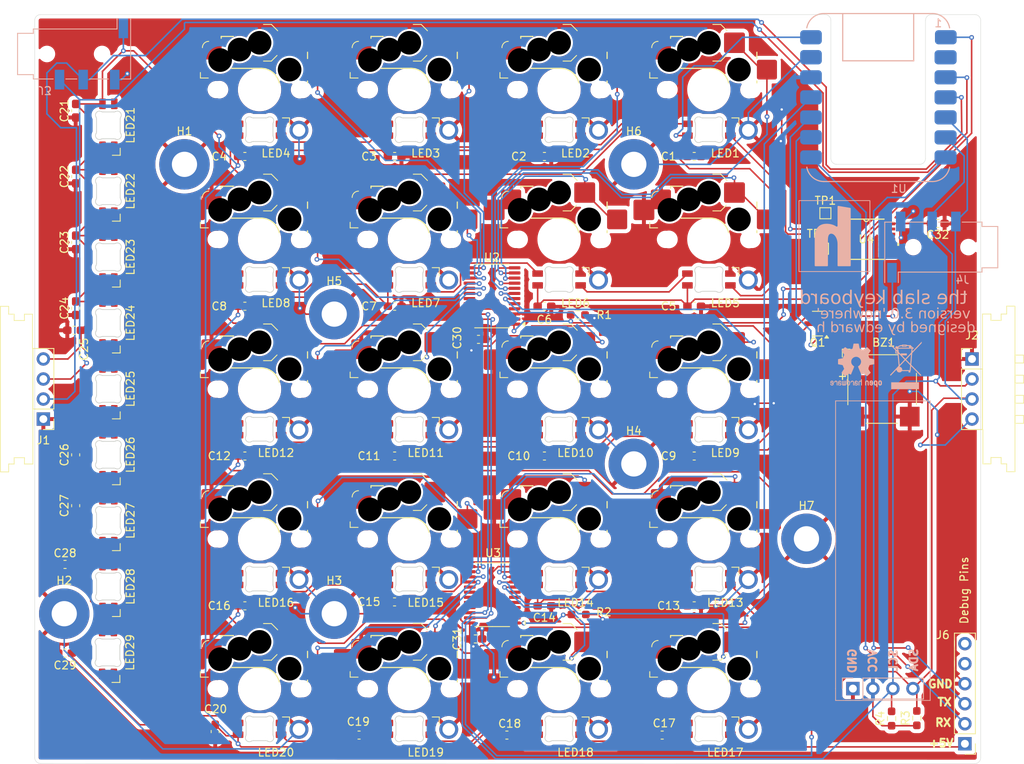
<source format=kicad_pcb>
(kicad_pcb (version 20240108) (generator "pcbnew") (generator_version "8.0")
  (layers (0 "F.Cu" signal) (31 "B.Cu" signal) (34 "B.Paste" user) (35 "F.Paste" user) (36 "B.SilkS" user "B.Silkscreen") (37 "F.SilkS" user "F.Silkscreen") (38 "B.Mask" user) (39 "F.Mask" user) (44 "Edge.Cuts" user))
  (net 0 "")
  (net 1 "Net-(BZ1-+)")
  (net 2 "GND")
  (net 3 "+3V3")
  (net 4 "VBUS")
  (net 5 "/I2C1_SDA")
  (net 6 "/I2C1_SCL")
  (net 7 "/I2C0_SDA")
  (net 8 "/I2C0_SCL")
  (net 9 "/UART0_RX")
  (net 11 "/UART0_TX")
  (net 13 "Net-(LED1-DOUT)")
  (net 14 "/KEY_PIXEL_INPUT")
  (net 15 "Net-(LED2-DOUT)")
  (net 16 "Net-(LED3-DOUT)")
  (net 17 "Net-(LED4-DOUT)")
  (net 18 "Net-(LED5-DOUT)")
  (net 19 "Net-(LED6-DOUT)")
  (net 20 "Net-(LED7-DOUT)")
  (net 21 "Net-(LED8-DOUT)")
  (net 22 "Net-(LED10-DIN)")
  (net 23 "Net-(LED10-DOUT)")
  (net 24 "Net-(LED11-DOUT)")
  (net 25 "Net-(LED12-DOUT)")
  (net 26 "Net-(LED13-DOUT)")
  (net 27 "Net-(LED14-DOUT)")
  (net 28 "Net-(LED15-DOUT)")
  (net 29 "Net-(LED16-DOUT)")
  (net 30 "Net-(LED17-DOUT)")
  (net 31 "Net-(LED18-DOUT)")
  (net 32 "Net-(LED19-DOUT)")
  (net 33 "/KEY1")
  (net 34 "/KEY2")
  (net 35 "/KEY3")
  (net 36 "/KEY4")
  (net 37 "/KEY5")
  (net 38 "/KEY6")
  (net 39 "/KEY7")
  (net 40 "/KEY8")
  (net 41 "/KEY9")
  (net 42 "/KEY10")
  (net 43 "/KEY11")
  (net 44 "/KEY12")
  (net 45 "/KEY13")
  (net 46 "/KEY14")
  (net 47 "/KEY15")
  (net 48 "/KEY16")
  (net 49 "/KEY17")
  (net 50 "/KEY18")
  (net 51 "/KEY19")
  (net 52 "/KEY20")
  (net 53 "/BUZZER")
  (net 54 "/EXPANDER1_INT")
  (net 55 "/EXPANDER2_INT")
  (net 56 "/KEY_PIXEL_SHIFT_INPUT")
  (net 70 "Net-(LED20-DOUT)")
  (net 72 "Net-(LED21-DIN)")
  (net 73 "Net-(LED22-DIN)")
  (net 74 "Net-(LED23-DIN)")
  (net 75 "Net-(LED24-DIN)")
  (net 76 "Net-(LED25-DIN)")
  (net 77 "Net-(LED26-DIN)")
  (net 78 "Net-(LED27-DIN)")
  (net 79 "Net-(LED28-DIN)")
  (footprint "Capacitor_SMD:C_0603_1608Metric_Pad1.08x0.95mm_HandSolder" (layer "F.Cu") (at 163.9 161.4)
    (property "Reference" "C18")
    (property "Value" "100nF")
  )
  (footprint "Buzzer_Beeper:MagneticBuzzer_CUI_CMT-8504-100-SMT" (layer "F.Cu") (at 211.5 117.5)
    (property "Reference" "BZ1")
    (property "Value" "Buzzer")
  )
  (footprint "Capacitor_SMD:C_0603_1608Metric_Pad1.08x0.95mm_HandSolder" (layer "F.Cu") (at 149.6625 88 180)
    (property "Reference" "C3")
    (property "Value" "100nF")
  )
  (footprint "CustomFootprints:SW_choc_mx_combined" (layer "F.Cu") (at 142 89)
    (property "Reference" "MX7" (hide yes))
    (property "Value" "MX_SW_HS" (hide yes))
  )
  (footprint "CustomFootprints:LED_6028R_Custom" (layer "F.Cu") (at 113.3 150.9165 90)
    (property "Reference" "LED29")
    (property "Value" "MX_SK6812MINI-E")
    (fp_line (start 0.794452 -1.5) (end -0.794453 -1.5) (stroke (width 0.1)) (layer "Edge.Cuts"))
    (fp_line (start -1.699999 -0.702843) (end -1.699999 0.702841) (stroke (width 0.1)) (layer "Edge.Cuts"))
    (fp_line (start 1.699999 0.702841) (end 1.699999 -0.702843) (stroke (width 0.1)) (layer "Edge.Cuts"))
    (fp_line (start -0.794452 1.499999) (end 0.794452 1.499999) (stroke (width 0.1)) (layer "Edge.Cuts"))
    (fp_arc (start 1.046711 -1.5683) (mid 0.925123 -1.517378) (end 0.794453 -1.500001) (stroke (width 0.1)) (layer "Edge.Cuts"))
    (fp_arc (start 1.046711 -1.5683) (mid 1.638072 -1.504036) (end 1.749484 -0.919721) (stroke (width 0.1)) (layer "Edge.Cuts"))
    (fp_arc (start -0.794453 -1.5) (mid -0.925123 -1.517377) (end -1.046711 -1.568299) (stroke (width 0.1)) (layer "Edge.Cuts"))
    (fp_arc (start -1.749484 -0.919721) (mid -1.638071 -1.504035) (end -1.046711 -1.568299) (stroke (width 0.1)) (layer "Edge.Cuts"))
    (fp_arc (start -1.749484 -0.919721) (mid -1.712527 -0.814069) (end -1.699999 -0.702844) (stroke (width 0.1)) (layer "Edge.Cuts"))
    (fp_arc (start 1.699999 -0.702843) (mid 1.712528 -0.814069) (end 1.749484 -0.919721) (stroke (width 0.1)) (layer "Edge.Cuts"))
    (fp_arc (start -1.699999 0.702841) (mid -1.712527 0.814067) (end -1.749484 0.919719) (stroke (width 0.1)) (layer "Edge.Cuts"))
    (fp_arc (start 1.749484 0.919719) (mid 1.712511 0.81407) (end 1.699999 0.702842) (stroke (width 0.1)) (layer "Edge.Cuts"))
    (fp_arc (start 1.749484 0.919719) (mid 1.63807 1.504033) (end 1.046711 1.568296) (stroke (width 0.1)) (layer "Edge.Cuts"))
    (fp_arc (start 0.794452 1.499999) (mid 0.925122 1.517376) (end 1.04671 1.568298) (stroke (width 0.1)) (layer "Edge.Cuts"))
    (fp_arc (start -1.046711 1.568298) (mid -1.638072 1.504034) (end -1.749484 0.919718) (stroke (width 0.1)) (layer "Edge.Cuts"))
    (fp_arc (start -1.046711 1.568298) (mid -0.925123 1.517376) (end -0.794452 1.499999) (stroke (width 0.1)) (layer "Edge.Cuts"))
  )
  (footprint "Capacitor_SMD:C_0603_1608Metric_Pad1.08x0.95mm_HandSolder" (layer "F.Cu") (at 126.9 160.95 90)
    (property "Reference" "C20")
    (property "Value" "100nF")
  )
  (footprint "CustomFootprints:SW_choc_mx_combined" (layer "F.Cu") (at 142 70)
    (property "Reference" "MX3" (hide yes))
    (property "Value" "MX_SW_HS" (hide yes))
  )
  (footprint "CustomFootprints:LED_MX_6028R-ROT_Custom" (layer "F.Cu") (at 180 127)
    (property "Reference" "LED13")
    (property "Value" "MX_SK6812MINI-E")
    (fp_line (start 7.825001 13.902159) (end 7.825001 15.307843) (stroke (width 0.1)) (layer "Edge.Cuts"))
    (fp_line (start 8.730548 16.105) (end 10.319453 16.105) (stroke (width 0.1)) (layer "Edge.Cuts"))
    (fp_line (start 10.319452 13.105001) (end 8.730548 13.105001) (stroke (width 0.1)) (layer "Edge.Cuts"))
    (fp_line (start 11.224999 15.307843) (end 11.224999 13.902159) (stroke (width 0.1)) (layer "Edge.Cuts"))
    (fp_arc (start 7.775516 13.685281) (mid 7.812489 13.79093) (end 7.825001 13.902158) (stroke (width 0.1)) (layer "Edge.Cuts"))
    (fp_arc (start 7.775516 13.685281) (mid 7.886921 13.100978) (end 8.478289 13.036704) (stroke (width 0.1)) (layer "Edge.Cuts"))
    (fp_arc (start 7.825001 15.307843) (mid 7.812464 15.419066) (end 7.775516 15.524721) (stroke (width 0.1)) (layer "Edge.Cuts"))
    (fp_arc (start 8.478289 16.1733) (mid 7.886893 16.109052) (end 7.775516 15.524721) (stroke (width 0.1)) (layer "Edge.Cuts"))
    (fp_arc (start 8.478289 16.1733) (mid 8.599881 16.122391) (end 8.730547 16.105001) (stroke (width 0.1)) (layer "Edge.Cuts"))
    (fp_arc (start 8.730548 13.105001) (mid 8.599873 13.087636) (end 8.47829 13.036702) (stroke (width 0.1)) (layer "Edge.Cuts"))
    (fp_arc (start 10.319453 16.105) (mid 10.450128 16.122365) (end 10.571711 16.173299) (stroke (width 0.1)) (layer "Edge.Cuts"))
    (fp_arc (start 10.571711 13.036702) (mid 10.450119 13.087611) (end 10.319452 13.105001) (stroke (width 0.1)) (layer "Edge.Cuts"))
    (fp_arc (start 10.571711 13.036702) (mid 11.163107 13.10095) (end 11.274484 13.685282) (stroke (width 0.1)) (layer "Edge.Cuts"))
    (fp_arc (start 11.224999 13.902159) (mid 11.237536 13.790936) (end 11.274484 13.685281) (stroke (width 0.1)) (layer "Edge.Cuts"))
    (fp_arc (start 11.274484 15.524721) (mid 11.163078 16.109021) (end 10.571711 16.173299) (stroke (width 0.1)) (layer "Edge.Cuts"))
    (fp_arc (start 11.274484 15.524721) (mid 11.237509 15.419073) (end 11.224999 15.307844) (stroke (width 0.1)) (layer "Edge.Cuts"))
  )
  (footprint "MountingHole:MountingHole_3.2mm_M3_Pad_TopBottom" (layer "F.Cu") (at 142 146)
    (property "Reference" "H3")
    (property "Value" "MountingHole_Pad")
  )
  (footprint "CustomFootprints:SW_choc_mx_combined" (layer "F.Cu") (at 180 108)
    (property "Reference" "MX9" (hide yes))
    (property "Value" "MX_SW_HS" (hide yes))
  )
  (footprint "CustomFootprints:SW_choc_mx_combined" (layer "F.Cu") (at 123 127)
    (property "Reference" "MX16" (hide yes))
    (property "Value" "MX_SW_HS" (hide yes))
  )
  (footprint "CustomFootprints:SW_choc_mx_combined" (layer "F.Cu") (at 123 70)
    (property "Reference" "MX4" (hide yes))
    (property "Value" "MX_SW_HS" (hide yes))
  )
  (footprint "CustomFootprints:SW_choc_mx_combined" (layer "F.Cu") (at 161 127)
    (property "Reference" "MX14" (hide yes))
    (property "Value" "MX_SW_HS" (hide yes))
  )
  (footprint "CustomFootprints:SW_choc_mx_combined" (layer "F.Cu") (at 161 146)
    (property "Reference" "MX18" (hide yes))
    (property "Value" "MX_SW_HS" (hide yes))
  )
  (footprint "CustomFootprints:LED_6028R_Custom" (layer "F.Cu") (at 113.35 109.124 90)
    (property "Reference" "LED24")
    (property "Value" "MX_SK6812MINI-E")
    (fp_line (start 0.794452 -1.5) (end -0.794453 -1.5) (stroke (width 0.1)) (layer "Edge.Cuts"))
    (fp_line (start -1.699999 -0.702843) (end -1.699999 0.702841) (stroke (width 0.1)) (layer "Edge.Cuts"))
    (fp_line (start 1.699999 0.702841) (end 1.699999 -0.702843) (stroke (width 0.1)) (layer "Edge.Cuts"))
    (fp_line (start -0.794452 1.499999) (end 0.794452 1.499999) (stroke (width 0.1)) (layer "Edge.Cuts"))
    (fp_arc (start 1.046711 -1.5683) (mid 0.925123 -1.517378) (end 0.794453 -1.500001) (stroke (width 0.1)) (layer "Edge.Cuts"))
    (fp_arc (start 1.046711 -1.5683) (mid 1.638072 -1.504036) (end 1.749484 -0.919721) (stroke (width 0.1)) (layer "Edge.Cuts"))
    (fp_arc (start -0.794453 -1.5) (mid -0.925123 -1.517377) (end -1.046711 -1.568299) (stroke (width 0.1)) (layer "Edge.Cuts"))
    (fp_arc (start -1.749484 -0.919721) (mid -1.638071 -1.504035) (end -1.046711 -1.568299) (stroke (width 0.1)) (layer "Edge.Cuts"))
    (fp_arc (start -1.749484 -0.919721) (mid -1.712527 -0.814069) (end -1.699999 -0.702844) (stroke (width 0.1)) (layer "Edge.Cuts"))
    (fp_arc (start 1.699999 -0.702843) (mid 1.712528 -0.814069) (end 1.749484 -0.919721) (stroke (width 0.1)) (layer "Edge.Cuts"))
    (fp_arc (start -1.699999 0.702841) (mid -1.712527 0.814067) (end -1.749484 0.919719) (stroke (width 0.1)) (layer "Edge.Cuts"))
    (fp_arc (start 1.749484 0.919719) (mid 1.712511 0.81407) (end 1.699999 0.702842) (stroke (width 0.1)) (layer "Edge.Cuts"))
    (fp_arc (start 1.749484 0.919719) (mid 1.63807 1.504033) (end 1.046711 1.568296) (stroke (width 0.1)) (layer "Edge.Cuts"))
    (fp_arc (start 0.794452 1.499999) (mid 0.925122 1.517376) (end 1.04671 1.568298) (stroke (width 0.1)) (layer "Edge.Cuts"))
    (fp_arc (start -1.046711 1.568298) (mid -1.638072 1.504034) (end -1.749484 0.919718) (stroke (width 0.1)) (layer "Edge.Cuts"))
    (fp_arc (start -1.046711 1.568298) (mid -0.925123 1.517376) (end -0.794452 1.499999) (stroke (width 0.1)) (layer "Edge.Cuts"))
  )
  (footprint "Capacitor_SMD:C_0603_1608Metric_Pad1.08x0.95mm_HandSolder" (layer "F.Cu") (at 109 110.05)
    (property "Reference" "C25")
    (property "Value" "100nF")
  )
  (footprint "Capacitor_SMD:C_0603_1608Metric_Pad1.08x0.95mm_HandSolder" (layer "F.Cu") (at 130.6625 145 180)
    (property "Reference" "C16")
    (property "Value" "100nF")
  )
  (footprint "Capacitor_SMD:C_0603_1608Metric_Pad1.08x0.95mm_HandSolder" (layer "F.Cu") (at 149.65 144.5 180)
    (property "Reference" "C15")
    (property "Value" "100nF")
  )
  (footprint "Capacitor_SMD:C_0603_1608Metric_Pad1.08x0.95mm_HandSolder" (layer "F.Cu") (at 149.6625 107 180)
    (property "Reference" "C7")
    (property "Value" "100nF")
  )
  (footprint "Capacitor_SMD:C_0603_1608Metric_Pad1.08x0.95mm_HandSolder" (layer "F.Cu") (at 149.6625 126 180)
    (property "Reference" "C11")
    (property "Value" "100nF")
  )
  (footprint "CustomFootprints:LED_MX_6028R-ROT_Custom" (layer "F.Cu") (at 142 108)
    (property "Reference" "LED11")
    (property "Value" "MX_SK6812MINI-E")
    (fp_line (start 7.825001 13.902159) (end 7.825001 15.307843) (stroke (width 0.1)) (layer "Edge.Cuts"))
    (fp_line (start 8.730548 16.105) (end 10.319453 16.105) (stroke (width 0.1)) (layer "Edge.Cuts"))
    (fp_line (start 10.319452 13.105001) (end 8.730548 13.105001) (stroke (width 0.1)) (layer "Edge.Cuts"))
    (fp_line (start 11.224999 15.307843) (end 11.224999 13.902159) (stroke (width 0.1)) (layer "Edge.Cuts"))
    (fp_arc (start 7.775516 13.685281) (mid 7.812489 13.79093) (end 7.825001 13.902158) (stroke (width 0.1)) (layer "Edge.Cuts"))
    (fp_arc (start 7.775516 13.685281) (mid 7.886921 13.100978) (end 8.478289 13.036704) (stroke (width 0.1)) (layer "Edge.Cuts"))
    (fp_arc (start 7.825001 15.307843) (mid 7.812464 15.419066) (end 7.775516 15.524721) (stroke (width 0.1)) (layer "Edge.Cuts"))
    (fp_arc (start 8.478289 16.1733) (mid 7.886893 16.109052) (end 7.775516 15.524721) (stroke (width 0.1)) (layer "Edge.Cuts"))
    (fp_arc (start 8.478289 16.1733) (mid 8.599881 16.122391) (end 8.730547 16.105001) (stroke (width 0.1)) (layer "Edge.Cuts"))
    (fp_arc (start 8.730548 13.105001) (mid 8.599873 13.087636) (end 8.47829 13.036702) (stroke (width 0.1)) (layer "Edge.Cuts"))
    (fp_arc (start 10.319453 16.105) (mid 10.450128 16.122365) (end 10.571711 16.173299) (stroke (width 0.1)) (layer "Edge.Cuts"))
    (fp_arc (start 10.571711 13.036702) (mid 10.450119 13.087611) (end 10.319452 13.105001) (stroke (width 0.1)) (layer "Edge.Cuts"))
    (fp_arc (start 10.571711 13.036702) (mid 11.163107 13.10095) (end 11.274484 13.685282) (stroke (width 0.1)) (layer "Edge.Cuts"))
    (fp_arc (start 11.224999 13.902159) (mid 11.237536 13.790936) (end 11.274484 13.685281) (stroke (width 0.1)) (layer "Edge.Cuts"))
    (fp_arc (start 11.274484 15.524721) (mid 11.163078 16.109021) (end 10.571711 16.173299) (stroke (width 0.1)) (layer "Edge.Cuts"))
    (fp_arc (start 11.274484 15.524721) (mid 11.237509 15.419073) (end 11.224999 15.307844) (stroke (width 0.1)) (layer "Edge.Cuts"))
  )
  (footprint "Capacitor_SMD:C_0603_1608Metric_Pad1.08x0.95mm_HandSolder" (layer "F.Cu") (at 109.2 125.85 90)
    (property "Reference" "C26")
    (property "Value" "100nF")
  )
  (footprint "Capacitor_SMD:C_0603_1608Metric_Pad1.08x0.95mm_HandSolder" (layer "F.Cu") (at 168.6625 107 180)
    (property "Reference" "C6")
    (property "Value" "100nF")
  )
  (footprint "CustomFootprints:LED_6028R_Custom" (layer "F.Cu") (at 113.35 117.4825 90)
    (property "Reference" "LED25")
    (property "Value" "MX_SK6812MINI-E")
    (fp_line (start 0.794452 -1.5) (end -0.794453 -1.5) (stroke (width 0.1)) (layer "Edge.Cuts"))
    (fp_line (start -1.699999 -0.702843) (end -1.699999 0.702841) (stroke (width 0.1)) (layer "Edge.Cuts"))
    (fp_line (start 1.699999 0.702841) (end 1.699999 -0.702843) (stroke (width 0.1)) (layer "Edge.Cuts"))
    (fp_line (start -0.794452 1.499999) (end 0.794452 1.499999) (stroke (width 0.1)) (layer "Edge.Cuts"))
    (fp_arc (start 1.046711 -1.5683) (mid 0.925123 -1.517378) (end 0.794453 -1.500001) (stroke (width 0.1)) (layer "Edge.Cuts"))
    (fp_arc (start 1.046711 -1.5683) (mid 1.638072 -1.504036) (end 1.749484 -0.919721) (stroke (width 0.1)) (layer "Edge.Cuts"))
    (fp_arc (start -0.794453 -1.5) (mid -0.925123 -1.517377) (end -1.046711 -1.568299) (stroke (width 0.1)) (layer "Edge.Cuts"))
    (fp_arc (start -1.749484 -0.919721) (mid -1.638071 -1.504035) (end -1.046711 -1.568299) (stroke (width 0.1)) (layer "Edge.Cuts"))
    (fp_arc (start -1.749484 -0.919721) (mid -1.712527 -0.814069) (end -1.699999 -0.702844) (stroke (width 0.1)) (layer "Edge.Cuts"))
    (fp_arc (start 1.699999 -0.702843) (mid 1.712528 -0.814069) (end 1.749484 -0.919721) (stroke (width 0.1)) (layer "Edge.Cuts"))
    (fp_arc (start -1.699999 0.702841) (mid -1.712527 0.814067) (end -1.749484 0.919719) (stroke (width 0.1)) (layer "Edge.Cuts"))
    (fp_arc (start 1.749484 0.919719) (mid 1.712511 0.81407) (end 1.699999 0.702842) (stroke (width 0.1)) (layer "Edge.Cuts"))
    (fp_arc (start 1.749484 0.919719) (mid 1.63807 1.504033) (end 1.046711 1.568296) (stroke (width 0.1)) (layer "Edge.Cuts"))
    (fp_arc (start 0.794452 1.499999) (mid 0.925122 1.517376) (end 1.04671 1.568298) (stroke (width 0.1)) (layer "Edge.Cuts"))
    (fp_arc (start -1.046711 1.568298) (mid -1.638072 1.504034) (end -1.749484 0.919718) (stroke (width 0.1)) (layer "Edge.Cuts"))
    (fp_arc (start -1.046711 1.568298) (mid -0.925123 1.517376) (end -0.794452 1.499999) (stroke (width 0.1)) (layer "Edge.Cuts"))
  )
  (footprint "Capacitor_SMD:C_0603_1608Metric_Pad1.08x0.95mm_HandSolder" (layer "F.Cu") (at 187.6625 107 180)
    (property "Reference" "C5")
    (property "Value" "100nF")
  )
  (footprint "Capacitor_SMD:C_0603_1608Metric_Pad1.08x0.95mm_HandSolder" (layer "F.Cu") (at 168.6625 88 180)
    (property "Reference" "C2")
    (property "Value" "100nF")
  )
  (footprint "Capacitor_SMD:C_0603_1608Metric_Pad1.08x0.95mm_HandSolder" (layer "F.Cu") (at 109.2 90.55 90)
    (property "Reference" "C22")
    (property "Value" "100nF")
  )
  (footprint "CustomFootprints:LED_MX_6028R-ROT_Custom" (layer "F.Cu") (at 142 146)
    (property "Reference" "LED19")
    (property "Value" "MX_SK6812MINI-E")
    (fp_line (start 7.825001 13.902159) (end 7.825001 15.307843) (stroke (width 0.1)) (layer "Edge.Cuts"))
    (fp_line (start 8.730548 16.105) (end 10.319453 16.105) (stroke (width 0.1)) (layer "Edge.Cuts"))
    (fp_line (start 10.319452 13.105001) (end 8.730548 13.105001) (stroke (width 0.1)) (layer "Edge.Cuts"))
    (fp_line (start 11.224999 15.307843) (end 11.224999 13.902159) (stroke (width 0.1)) (layer "Edge.Cuts"))
    (fp_arc (start 7.775516 13.685281) (mid 7.812489 13.79093) (end 7.825001 13.902158) (stroke (width 0.1)) (layer "Edge.Cuts"))
    (fp_arc (start 7.775516 13.685281) (mid 7.886921 13.100978) (end 8.478289 13.036704) (stroke (width 0.1)) (layer "Edge.Cuts"))
    (fp_arc (start 7.825001 15.307843) (mid 7.812464 15.419066) (end 7.775516 15.524721) (stroke (width 0.1)) (layer "Edge.Cuts"))
    (fp_arc (start 8.478289 16.1733) (mid 7.886893 16.109052) (end 7.775516 15.524721) (stroke (width 0.1)) (layer "Edge.Cuts"))
    (fp_arc (start 8.478289 16.1733) (mid 8.599881 16.122391) (end 8.730547 16.105001) (stroke (width 0.1)) (layer "Edge.Cuts"))
    (fp_arc (start 8.730548 13.105001) (mid 8.599873 13.087636) (end 8.47829 13.036702) (stroke (width 0.1)) (layer "Edge.Cuts"))
    (fp_arc (start 10.319453 16.105) (mid 10.450128 16.122365) (end 10.571711 16.173299) (stroke (width 0.1)) (layer "Edge.Cuts"))
    (fp_arc (start 10.571711 13.036702) (mid 10.450119 13.087611) (end 10.319452 13.105001) (stroke (width 0.1)) (layer "Edge.Cuts"))
    (fp_arc (start 10.571711 13.036702) (mid 11.163107 13.10095) (end 11.274484 13.685282) (stroke (width 0.1)) (layer "Edge.Cuts"))
    (fp_arc (start 11.224999 13.902159) (mid 11.237536 13.790936) (end 11.274484 13.685281) (stroke (width 0.1)) (layer "Edge.Cuts"))
    (fp_arc (start 11.274484 15.524721) (mid 11.163078 16.109021) (end 10.571711 16.173299) (stroke (width 0.1)) (layer "Edge.Cuts"))
    (fp_arc (start 11.274484 15.524721) (mid 11.237509 15.419073) (end 11.224999 15.307844) (stroke (width 0.1)) (layer "Edge.Cuts"))
  )
  (footprint "CustomFootprints:SW_choc_mx_combined" (layer "F.Cu") (at 161 70)
    (property "Reference" "MX2" (hide yes))
    (property "Value" "MX_SW_HS" (hide yes))
  )
  (footprint "Resistor_SMD:R_0603_1608Metric_Pad0.98x0.95mm_HandSolder" (layer "F.Cu") (at 172.9 108.1 180)
    (property "Reference" "R1")
    (property "Value" "10k")
  )
  (footprint "Package_TO_SOT_SMD:SOT-23" (layer "F.Cu") (at 203.3 109.2 180)
    (property "Reference" "Q1")
    (property "Value" "MMBT3906")
  )
  (footprint "CustomFootprints:SW_choc_mx_combined" (layer "F.Cu") (at 161 108)
    (property "Reference" "MX10" (hide yes))
    (property "Value" "MX_SW_HS" (hide yes))
  )
  (footprint "CustomFootprints:SW_choc_mx_combined" (layer "F.Cu") (at 180 146)
    (property "Reference" "MX17" (hide yes))
    (property "Value" "MX_SW_HS" (hide yes))
  )
  (footprint "Capacitor_SMD:C_0603_1608Metric_Pad1.08x0.95mm_HandSolder" (layer "F.Cu") (at 130.6625 88 180)
    (property "Reference" "C4")
    (property "Value" "100nF")
  )
  (footprint "Resistor_SMD:R_0603_1608Metric_Pad0.98x0.95mm_HandSolder" (layer "F.Cu") (at 173 146.1 180)
    (property "Reference" "R2")
    (property "Value" "10k")
  )
  (footprint "Capacitor_SMD:C_0603_1608Metric_Pad1.08x0.95mm_HandSolder" (layer "F.Cu") (at 107.85 139.75)
    (property "Reference" "C28")
    (property "Value" "100nF")
  )
  (footprint "CustomFootprints:LED_MX_6028R-ROT_Custom" (layer "F.Cu") (at 180 89)
    (property "Reference" "LED5")
    (property "Value" "MX_SK6812MINI-E")
    (fp_line (start 7.825001 13.902159) (end 7.825001 15.307843) (stroke (width 0.1)) (layer "Edge.Cuts"))
    (fp_line (start 8.730548 16.105) (end 10.319453 16.105) (stroke (width 0.1)) (layer "Edge.Cuts"))
    (fp_line (start 10.319452 13.105001) (end 8.730548 13.105001) (stroke (width 0.1)) (layer "Edge.Cuts"))
    (fp_line (start 11.224999 15.307843) (end 11.224999 13.902159) (stroke (width 0.1)) (layer "Edge.Cuts"))
    (fp_arc (start 7.775516 13.685281) (mid 7.812489 13.79093) (end 7.825001 13.902158) (stroke (width 0.1)) (layer "Edge.Cuts"))
    (fp_arc (start 7.775516 13.685281) (mid 7.886921 13.100978) (end 8.478289 13.036704) (stroke (width 0.1)) (layer "Edge.Cuts"))
    (fp_arc (start 7.825001 15.307843) (mid 7.812464 15.419066) (end 7.775516 15.524721) (stroke (width 0.1)) (layer "Edge.Cuts"))
    (fp_arc (start 8.478289 16.1733) (mid 7.886893 16.109052) (end 7.775516 15.524721) (stroke (width 0.1)) (layer "Edge.Cuts"))
    (fp_arc (start 8.478289 16.1733) (mid 8.599881 16.122391) (end 8.730547 16.105001) (stroke (width 0.1)) (layer "Edge.Cuts"))
    (fp_arc (start 8.730548 13.105001) (mid 8.599873 13.087636) (end 8.47829 13.036702) (stroke (width 0.1)) (layer "Edge.Cuts"))
    (fp_arc (start 10.319453 16.105) (mid 10.450128 16.122365) (end 10.571711 16.173299) (stroke (width 0.1)) (layer "Edge.Cuts"))
    (fp_arc (start 10.571711 13.036702) (mid 10.450119 13.087611) (end 10.319452 13.105001) (stroke (width 0.1)) (layer "Edge.Cuts"))
    (fp_arc (start 10.571711 13.036702) (mid 11.163107 13.10095) (end 11.274484 13.685282) (stroke (width 0.1)) (layer "Edge.Cuts"))
    (fp_arc (start 11.224999 13.902159) (mid 11.237536 13.790936) (end 11.274484 13.685281) (stroke (width 0.1)) (layer "Edge.Cuts"))
    (fp_arc (start 11.274484 15.524721) (mid 11.163078 16.109021) (end 10.571711 16.173299) (stroke (width 0.1)) (layer "Edge.Cuts"))
    (fp_arc (start 11.274484 15.524721) (mid 11.237509 15.419073) (end 11.224999 15.307844) (stroke (width 0.1)) (layer "Edge.Cuts"))
  )
  (footprint "CustomFootprints:LED_6028R_Custom" (layer "F.Cu") (at 113.35 134.1995 90)
    (property "Reference" "LED27")
    (property "Value" "MX_SK6812MINI-E")
    (fp_line (start 0.794452 -1.5) (end -0.794453 -1.5) (stroke (width 0.1)) (layer "Edge.Cuts"))
    (fp_line (start -1.699999 -0.702843) (end -1.699999 0.702841) (stroke (width 0.1)) (layer "Edge.Cuts"))
    (fp_line (start 1.699999 0.702841) (end 1.699999 -0.702843) (stroke (width 0.1)) (layer "Edge.Cuts"))
    (fp_line (start -0.794452 1.499999) (end 0.794452 1.499999) (stroke (width 0.1)) (layer "Edge.Cuts"))
    (fp_arc (start 1.046711 -1.5683) (mid 0.925123 -1.517378) (end 0.794453 -1.500001) (stroke (width 0.1)) (layer "Edge.Cuts"))
    (fp_arc (start 1.046711 -1.5683) (mid 1.638072 -1.504036) (end 1.749484 -0.919721) (stroke (width 0.1)) (layer "Edge.Cuts"))
    (fp_arc (start -0.794453 -1.5) (mid -0.925123 -1.517377) (end -1.046711 -1.568299) (stroke (width 0.1)) (layer "Edge.Cuts"))
    (fp_arc (start -1.749484 -0.919721) (mid -1.638071 -1.504035) (end -1.046711 -1.568299) (stroke (width 0.1)) (layer "Edge.Cuts"))
    (fp_arc (start -1.749484 -0.919721) (mid -1.712527 -0.814069) (end -1.699999 -0.702844) (stroke (width 0.1)) (layer "Edge.Cuts"))
    (fp_arc (start 1.699999 -0.702843) (mid 1.712528 -0.814069) (end 1.749484 -0.919721) (stroke (width 0.1)) (layer "Edge.Cuts"))
    (fp_arc (start -1.699999 0.702841) (mid -1.712527 0.814067) (end -1.749484 0.919719) (stroke (width 0.1)) (layer "Edge.Cuts"))
    (fp_arc (start 1.749484 0.919719) (mid 1.712511 0.81407) (end 1.699999 0.702842) (stroke (width 0.1)) (layer "Edge.Cuts"))
    (fp_arc (start 1.749484 0.919719) (mid 1.63807 1.504033) (end 1.046711 1.568296) (stroke (width 0.1)) (layer "Edge.Cuts"))
    (fp_arc (start 0.794452 1.499999) (mid 0.925122 1.517376) (end 1.04671 1.568298) (stroke (width 0.1)) (layer "Edge.Cuts"))
    (fp_arc (start -1.046711 1.568298) (mid -1.638072 1.504034) (end -1.749484 0.919718) (stroke (width 0.1)) (layer "Edge.Cuts"))
    (fp_arc (start -1.046711 1.568298) (mid -0.925123 1.517376) (end -0.794452 1.499999) (stroke (width 0.1)) (layer "Edge.Cuts"))
  )
  (footprint "Capacitor_SMD:C_0603_1608Metric_Pad1.08x0.95mm_HandSolder" (layer "F.Cu") (at 130.6625 107 180)
    (property "Reference" "C8")
    (property "Value" "100nF")
  )
  (footprint "CustomFootprints:5358_mag_connector_1x4_pins" (layer "F.Cu") (at 222.9 117.5)
    (property "Reference" "J2")
    (property "Value" "MagnetL")
  )
  (footprint "Capacitor_SMD:C_0603_1608Metric_Pad1.08x0.95mm_HandSolder" (layer "F.Cu") (at 183.6 161.4)
    (property "Reference" "C17")
    (property "Value" "100nF")
  )
  (footprint "Capacitor_SMD:C_0603_1608Metric_Pad1.08x0.95mm_HandSolder" (layer "F.Cu") (at 187.6625 88 180)
    (property "Reference" "C1")
    (property "Value" "100nF")
  )
  (footprint "CustomFootprints:LED_MX_6028R-ROT_Custom" (layer "F.Cu") (at 142 89)
    (property "Reference" "LED7")
    (property "Value" "MX_SK6812MINI-E")
    (fp_line (start 7.825001 13.902159) (end 7.825001 15.307843) (stroke (width 0.1)) (layer "Edge.Cuts"))
    (fp_line (start 8.730548 16.105) (end 10.319453 16.105) (stroke (width 0.1)) (layer "Edge.Cuts"))
    (fp_line (start 10.319452 13.105001) (end 8.730548 13.105001) (stroke (width 0.1)) (layer "Edge.Cuts"))
    (fp_line (start 11.224999 15.307843) (end 11.224999 13.902159) (stroke (width 0.1)) (layer "Edge.Cuts"))
    (fp_arc (start 7.775516 13.685281) (mid 7.812489 13.79093) (end 7.825001 13.902158) (stroke (width 0.1)) (layer "Edge.Cuts"))
    (fp_arc (start 7.775516 13.685281) (mid 7.886921 13.100978) (end 8.478289 13.036704) (stroke (width 0.1)) (layer "Edge.Cuts"))
    (fp_arc (start 7.825001 15.307843) (mid 7.812464 15.419066) (end 7.775516 15.524721) (stroke (width 0.1)) (layer "Edge.Cuts"))
    (fp_arc (start 8.478289 16.1733) (mid 7.886893 16.109052) (end 7.775516 15.524721) (stroke (width 0.1)) (layer "Edge.Cuts"))
    (fp_arc (start 8.478289 16.1733) (mid 8.599881 16.122391) (end 8.730547 16.105001) (stroke (width 0.1)) (layer "Edge.Cuts"))
    (fp_arc (start 8.730548 13.105001) (mid 8.599873 13.087636) (end 8.47829 13.036702) (stroke (width 0.1)) (layer "Edge.Cuts"))
    (fp_arc (start 10.319453 16.105) (mid 10.450128 16.122365) (end 10.571711 16.173299) (stroke (width 0.1)) (layer "Edge.Cuts"))
    (fp_arc (start 10.571711 13.036702) (mid 10.450119 13.087611) (end 10.319452 13.105001) (stroke (width 0.1)) (layer "Edge.Cuts"))
    (fp_arc (start 10.571711 13.036702) (mid 11.163107 13.10095) (end 11.274484 13.685282) (stroke (width 0.1)) (layer "Edge.Cuts"))
    (fp_arc (start 11.224999 13.902159) (mid 11.237536 13.790936) (end 11.274484 13.685281) (stroke (width 0.1)) (layer "Edge.Cuts"))
    (fp_arc (start 11.274484 15.524721) (mid 11.163078 16.109021) (end 10.571711 16.173299) (stroke (width 0.1)) (layer "Edge.Cuts"))
    (fp_arc (start 11.274484 15.524721) (mid 11.237509 15.419073) (end 11.224999 15.307844) (stroke (width 0.1)) (layer "Edge.Cuts"))
  )
  (footprint "CustomFootprints:LED_6028R_Custom" (layer "F.Cu") (at 113.35 92.407 90)
    (property "Reference" "LED22")
    (property "Value" "MX_SK6812MINI-E")
    (fp_line (start 0.794452 -1.5) (end -0.794453 -1.5) (stroke (width 0.1)) (layer "Edge.Cuts"))
    (fp_line (start -1.699999 -0.702843) (end -1.699999 0.702841) (stroke (width 0.1)) (layer "Edge.Cuts"))
    (fp_line (start 1.699999 0.702841) (end 1.699999 -0.702843) (stroke (width 0.1)) (layer "Edge.Cuts"))
    (fp_line (start -0.794452 1.499999) (end 0.794452 1.499999) (stroke (width 0.1)) (layer "Edge.Cuts"))
    (fp_arc (start 1.046711 -1.5683) (mid 0.925123 -1.517378) (end 0.794453 -1.500001) (stroke (width 0.1)) (layer "Edge.Cuts"))
    (fp_arc (start 1.046711 -1.5683) (mid 1.638072 -1.504036) (end 1.749484 -0.919721) (stroke (width 0.1)) (layer "Edge.Cuts"))
    (fp_arc (start -0.794453 -1.5) (mid -0.925123 -1.517377) (end -1.046711 -1.568299) (stroke (width 0.1)) (layer "Edge.Cuts"))
    (fp_arc (start -1.749484 -0.919721) (mid -1.638071 -1.504035) (end -1.046711 -1.568299) (stroke (width 0.1)) (layer "Edge.Cuts"))
    (fp_arc (start -1.749484 -0.919721) (mid -1.712527 -0.814069) (end -1.699999 -0.702844) (stroke (width 0.1)) (layer "Edge.Cuts"))
    (fp_arc (start 1.699999 -0.702843) (mid 1.712528 -0.814069) (end 1.749484 -0.919721) (stroke (width 0.1)) (layer "Edge.Cuts"))
    (fp_arc (start -1.699999 0.702841) (mid -1.712527 0.814067) (end -1.749484 0.919719) (stroke (width 0.1)) (layer "Edge.Cuts"))
    (fp_arc (start 1.749484 0.919719) (mid 1.712511 0.81407) (end 1.699999 0.702842) (stroke (width 0.1)) (layer "Edge.Cuts"))
    (fp_arc (start 1.749484 0.919719) (mid 1.63807 1.504033) (end 1.046711 1.568296) (stroke (width 0.1)) (layer "Edge.Cuts"))
    (fp_arc (start 0.794452 1.499999) (mid 0.925122 1.517376) (end 1.04671 1.568298) (stroke (width 0.1)) (layer "Edge.Cuts"))
    (fp_arc (start -1.046711 1.568298) (mid -1.638072 1.504034) (end -1.749484 0.919718) (stroke (width 0.1)) (layer "Edge.Cuts"))
    (fp_arc (start -1.046711 1.568298) (mid -0.925123 1.517376) (end -0.794452 1.499999) (stroke (width 0.1)) (layer "Edge.Cuts"))
  )
  (footprint "MountingHole:MountingHole_3.2mm_M3_Pad_TopBottom" (layer "F.Cu") (at 123 89)
    (property "Reference" "H1")
    (property "Value" "MountingHole_Pad")
  )
  (footprint "CustomFootprints:LED_MX_6028R-ROT_Custom" (layer "F.Cu") (at 123 108)
    (property "Reference" "LED12")
    (property "Value" "MX_SK6812MINI-E")
    (fp_line (start 7.825001 13.902159) (end 7.825001 15.307843) (stroke (width 0.1)) (layer "Edge.Cuts"))
    (fp_line (start 8.730548 16.105) (end 10.319453 16.105) (stroke (width 0.1)) (layer "Edge.Cuts"))
    (fp_line (start 10.319452 13.105001) (end 8.730548 13.105001) (stroke (width 0.1)) (layer "Edge.Cuts"))
    (fp_line (start 11.224999 15.307843) (end 11.224999 13.902159) (stroke (width 0.1)) (layer "Edge.Cuts"))
    (fp_arc (start 7.775516 13.685281) (mid 7.812489 13.79093) (end 7.825001 13.902158) (stroke (width 0.1)) (layer "Edge.Cuts"))
    (fp_arc (start 7.775516 13.685281) (mid 7.886921 13.100978) (end 8.478289 13.036704) (stroke (width 0.1)) (layer "Edge.Cuts"))
    (fp_arc (start 7.825001 15.307843) (mid 7.812464 15.419066) (end 7.775516 15.524721) (stroke (width 0.1)) (layer "Edge.Cuts"))
    (fp_arc (start 8.478289 16.1733) (mid 7.886893 16.109052) (end 7.775516 15.524721) (stroke (width 0.1)) (layer "Edge.Cuts"))
    (fp_arc (start 8.478289 16.1733) (mid 8.599881 16.122391) (end 8.730547 16.105001) (stroke (width 0.1)) (layer "Edge.Cuts"))
    (fp_arc (start 8.730548 13.105001) (mid 8.599873 13.087636) (end 8.47829 13.036702) (stroke (width 0.1)) (layer "Edge.Cuts"))
    (fp_arc (start 10.319453 16.105) (mid 10.450128 16.122365) (end 10.571711 16.173299) (stroke (width 0.1)) (layer "Edge.Cuts"))
    (fp_arc (start 10.571711 13.036702) (mid 10.450119 13.087611) (end 10.319452 13.105001) (stroke (width 0.1)) (layer "Edge.Cuts"))
    (fp_arc (start 10.571711 13.036702) (mid 11.163107 13.10095) (end 11.274484 13.685282) (stroke (width 0.1)) (layer "Edge.Cuts"))
    (fp_arc (start 11.224999 13.902159) (mid 11.237536 13.790936) (end 11.274484 13.685281) (stroke (width 0.1)) (layer "Edge.Cuts"))
    (fp_arc (start 11.274484 15.524721) (mid 11.163078 16.109021) (end 10.571711 16.173299) (stroke (width 0.1)) (layer "Edge.Cuts"))
    (fp_arc (start 11.274484 15.524721) (mid 11.237509 15.419073) (end 11.224999 15.307844) (stroke (width 0.1)) (layer "Edge.Cuts"))
  )
  (footprint "CustomFootprints:SW_choc_mx_combined" (layer "F.Cu") (at 123 108)
    (property "Reference" "MX12" (hide yes))
    (property "Value" "MX_SW_HS" (hide yes))
  )
  (footprint "CustomFootprints:LED_MX_6028R-ROT_Custom" (layer "F.Cu") (at 123 89)
    (property "Reference" "LED8")
    (property "Value" "MX_SK6812MINI-E")
    (fp_line (start 7.825001 13.902159) (end 7.825001 15.307843) (stroke (width 0.1)) (layer "Edge.Cuts"))
    (fp_line (start 8.730548 16.105) (end 10.319453 16.105) (stroke (width 0.1)) (layer "Edge.Cuts"))
    (fp_line (start 10.319452 13.105001) (end 8.730548 13.105001) (stroke (width 0.1)) (layer "Edge.Cuts"))
    (fp_line (start 11.224999 15.307843) (end 11.224999 13.902159) (stroke (width 0.1)) (layer "Edge.Cuts"))
    (fp_arc (start 7.775516 13.685281) (mid 7.812489 13.79093) (end 7.825001 13.902158) (stroke (width 0.1)) (layer "Edge.Cuts"))
    (fp_arc (start 7.775516 13.685281) (mid 7.886921 13.100978) (end 8.478289 13.036704) (stroke (width 0.1)) (layer "Edge.Cuts"))
    (fp_arc (start 7.825001 15.307843) (mid 7.812464 15.419066) (end 7.775516 15.524721) (stroke (width 0.1)) (layer "Edge.Cuts"))
    (fp_arc (start 8.478289 16.1733) (mid 7.886893 16.109052) (end 7.775516 15.524721) (stroke (width 0.1)) (layer "Edge.Cuts"))
    (fp_arc (start 8.478289 16.1733) (mid 8.599881 16.122391) (end 8.730547 16.105001) (stroke (width 0.1)) (layer "Edge.Cuts"))
    (fp_arc (start 8.730548 13.105001) (mid 8.599873 13.087636) (end 8.47829 13.036702) (stroke (width 0.1)) (layer "Edge.Cuts"))
    (fp_arc (start 10.319453 16.105) (mid 10.450128 16.122365) (end 10.571711 16.173299) (stroke (width 0.1)) (layer "Edge.Cuts"))
    (fp_arc (start 10.571711 13.036702) (mid 10.450119 13.087611) (end 10.319452 13.105001) (stroke (width 0.1)) (layer "Edge.Cuts"))
    (fp_arc (start 10.571711 13.036702) (mid 11.163107 13.10095) (end 11.274484 13.685282) (stroke (width 0.1)) (layer "Edge.Cuts"))
    (fp_arc (start 11.224999 13.902159) (mid 11.237536 13.790936) (end 11.274484 13.685281) (stroke (width 0.1)) (layer "Edge.Cuts"))
    (fp_arc (start 11.274484 15.524721) (mid 11.163078 16.109021) (end 10.571711 16.173299) (stroke (width 0.1)) (layer "Edge.Cuts"))
    (fp_arc (start 11.274484 15.524721) (mid 11.237509 15.419073) (end 11.224999 15.307844) (stroke (width 0.1)) (layer "Edge.Cuts"))
  )
  (footprint "CustomFootprints:SW_choc_mx_combined" (layer "F.Cu") (at 180 127)
    (property "Reference" "MX13" (hide yes))
    (property "Value" "MX_SW_HS" (hide yes))
  )
  (footprint "CustomFootprints:LED_MX_6028R-ROT_Custom" (layer "F.Cu") (at 180 108)
    (property "Reference" "LED9")
    (property "Value" "MX_SK6812MINI-E")
    (fp_line (start 7.825001 13.902159) (end 7.825001 15.307843) (stroke (width 0.1)) (layer "Edge.Cuts"))
    (fp_line (start 8.730548 16.105) (end 10.319453 16.105) (stroke (width 0.1)) (layer "Edge.Cuts"))
    (fp_line (start 10.319452 13.105001) (end 8.730548 13.105001) (stroke (width 0.1)) (layer "Edge.Cuts"))
    (fp_line (start 11.224999 15.307843) (end 11.224999 13.902159) (stroke (width 0.1)) (layer "Edge.Cuts"))
    (fp_arc (start 7.775516 13.685281) (mid 7.812489 13.79093) (end 7.825001 13.902158) (stroke (width 0.1)) (layer "Edge.Cuts"))
    (fp_arc (start 7.775516 13.685281) (mid 7.886921 13.100978) (end 8.478289 13.036704) (stroke (width 0.1)) (layer "Edge.Cuts"))
    (fp_arc (start 7.825001 15.307843) (mid 7.812464 15.419066) (end 7.775516 15.524721) (stroke (width 0.1)) (layer "Edge.Cuts"))
    (fp_arc (start 8.478289 16.1733) (mid 7.886893 16.109052) (end 7.775516 15.524721) (stroke (width 0.1)) (layer "Edge.Cuts"))
    (fp_arc (start 8.478289 16.1733) (mid 8.599881 16.122391) (end 8.730547 16.105001) (stroke (width 0.1)) (layer "Edge.Cuts"))
    (fp_arc (start 8.730548 13.105001) (mid 8.599873 13.087636) (end 8.47829 13.036702) (stroke (width 0.1)) (layer "Edge.Cuts"))
    (fp_arc (start 10.319453 16.105) (mid 10.450128 16.122365) (end 10.571711 16.173299) (stroke (width 0.1)) (layer "Edge.Cuts"))
    (fp_arc (start 10.571711 13.036702) (mid 10.450119 13.087611) (end 10.319452 13.105001) (stroke (width 0.1)) (layer "Edge.Cuts"))
    (fp_arc (start 10.571711 13.036702) (mid 11.163107 13.10095) (end 11.274484 13.685282) (stroke (width 0.1)) (layer "Edge.Cuts"))
    (fp_arc (start 11.224999 13.902159) (mid 11.237536 13.790936) (end 11.274484 13.685281) (stroke (width 0.1)) (layer "Edge.Cuts"))
    (fp_arc (start 11.274484 15.524721) (mid 11.163078 16.109021) (end 10.571711 16.173299) (stroke (width 0.1)) (layer "Edge.Cuts"))
    (fp_arc (start 11.274484 15.524721) (mid 11.237509 15.419073) (end 11.224999 15.307844) (stroke (width 0.1)) (layer "Edge.Cuts"))
  )
  (footprint "CustomFootprints:SW_choc_mx_combined" (layer "F.Cu") (at 142 108)
    (property "Reference" "MX11" (hide yes))
    (property "Value" "MX_SW_HS" (hide yes))
  )
  (footprint "CustomFootprints:LED_MX_6028R-ROT_Custom" (layer "F.Cu") (at 161 70)
    (property "Reference" "LED2")
    (property "Value" "MX_SK6812MINI-E")
    (fp_line (start 7.825001 13.902159) (end 7.825001 15.307843) (stroke (width 0.1)) (layer "Edge.Cuts"))
    (fp_line (start 8.730548 16.105) (end 10.319453 16.105) (stroke (width 0.1)) (layer "Edge.Cuts"))
    (fp_line (start 10.319452 13.105001) (end 8.730548 13.105001) (stroke (width 0.1)) (layer "Edge.Cuts"))
    (fp_line (start 11.224999 15.307843) (end 11.224999 13.902159) (stroke (width 0.1)) (layer "Edge.Cuts"))
    (fp_arc (start 7.775516 13.685281) (mid 7.812489 13.79093) (end 7.825001 13.902158) (stroke (width 0.1)) (layer "Edge.Cuts"))
    (fp_arc (start 7.775516 13.685281) (mid 7.886921 13.100978) (end 8.478289 13.036704) (stroke (width 0.1)) (layer "Edge.Cuts"))
    (fp_arc (start 7.825001 15.307843) (mid 7.812464 15.419066) (end 7.775516 15.524721) (stroke (width 0.1)) (layer "Edge.Cuts"))
    (fp_arc (start 8.478289 16.1733) (mid 7.886893 16.109052) (end 7.775516 15.524721) (stroke (width 0.1)) (layer "Edge.Cuts"))
    (fp_arc (start 8.478289 16.1733) (mid 8.599881 16.122391) (end 8.730547 16.105001) (stroke (width 0.1)) (layer "Edge.Cuts"))
    (fp_arc (start 8.730548 13.105001) (mid 8.599873 13.087636) (end 8.47829 13.036702) (stroke (width 0.1)) (layer "Edge.Cuts"))
    (fp_arc (start 10.319453 16.105) (mid 10.450128 16.122365) (end 10.571711 16.173299) (stroke (width 0.1)) (layer "Edge.Cuts"))
    (fp_arc (start 10.571711 13.036702) (mid 10.450119 13.087611) (end 10.319452 13.105001) (stroke (width 0.1)) (layer "Edge.Cuts"))
    (fp_arc (start 10.571711 13.036702) (mid 11.163107 13.10095) (end 11.274484 13.685282) (stroke (width 0.1)) (layer "Edge.Cuts"))
    (fp_arc (start 11.224999 13.902159) (mid 11.237536 13.790936) (end 11.274484 13.685281) (stroke (width 0.1)) (layer "Edge.Cuts"))
    (fp_arc (start 11.274484 15.524721) (mid 11.163078 16.109021) (end 10.571711 16.173299) (stroke (width 0.1)) (layer "Edge.Cuts"))
    (fp_arc (start 11.274484 15.524721) (mid 11.237509 15.419073) (end 11.224999 15.307844) (stroke (width 0.1)) (layer "Edge.Cuts"))
  )
  (footprint "Package_SO:TSSOP-24_4.4x7.8mm_P0.65mm" (layer "F.Cu") (at 162.05 143.6 180)
    (property "Reference" "U3")
    (property "Value" "PCA9555PW")
  )
  (footprint "Capacitor_SMD:C_0603_1608Metric_Pad1.08x0.95mm_HandSolder" (layer "F.Cu") (at 187.6625 145 180)
    (property "Reference" "C13")
    (property "Value" "100nF")
  )
  (footprint "Capacitor_SMD:C_0603_1608Metric_Pad1.08x0.95mm_HandSolder" (layer "F.Cu") (at 168.6625 126 180)
    (property "Reference" "C10")
    (property "Value" "100nF")
  )
  (footprint "CustomFootprints:LED_MX_6028R-ROT_Custom" (layer "F.Cu") (at 123 70)
    (property "Reference" "LED4")
    (property "Value" "MX_SK6812MINI-E")
    (fp_line (start 7.825001 13.902159) (end 7.825001 15.307843) (stroke (width 0.1)) (layer "Edge.Cuts"))
    (fp_line (start 8.730548 16.105) (end 10.319453 16.105) (stroke (width 0.1)) (layer "Edge.Cuts"))
    (fp_line (start 10.319452 13.105001) (end 8.730548 13.105001) (stroke (width 0.1)) (layer "Edge.Cuts"))
    (fp_line (start 11.224999 15.307843) (end 11.224999 13.902159) (stroke (width 0.1)) (layer "Edge.Cuts"))
    (fp_arc (start 7.775516 13.685281) (mid 7.812489 13.79093) (end 7.825001 13.902158) (stroke (width 0.1)) (layer "Edge.Cuts"))
    (fp_arc (start 7.775516 13.685281) (mid 7.886921 13.100978) (end 8.478289 13.036704) (stroke (width 0.1)) (layer "Edge.Cuts"))
    (fp_arc (start 7.825001 15.307843) (mid 7.812464 15.419066) (end 7.775516 15.524721) (stroke (width 0.1)) (layer "Edge.Cuts"))
    (fp_arc (start 8.478289 16.1733) (mid 7.886893 16.109052) (end 7.775516 15.524721) (stroke (width 0.1)) (layer "Edge.Cuts"))
    (fp_arc (start 8.478289 16.1733) (mid 8.599881 16.122391) (end 8.730547 16.105001) (stroke (width 0.1)) (layer "Edge.Cuts"))
    (fp_arc (start 8.730548 13.105001) (mid 8.599873 13.087636) (end 8.47829 13.036702) (stroke (width 0.1)) (layer "Edge.Cuts"))
    (fp_arc (start 10.319453 16.105) (mid 10.450128 16.122365) (end 10.571711 16.173299) (stroke (width 0.1)) (layer "Edge.Cuts"))
    (fp_arc (start 10.571711 13.036702) (mid 10.450119 13.087611) (end 10.319452 13.105001) (stroke (width 0.1)) (layer "Edge.Cuts"))
    (fp_arc (start 10.571711 13.036702) (mid 11.163107 13.10095) (end 11.274484 13.685282) (stroke (width 0.1)) (layer "Edge.Cuts"))
    (fp_arc (start 11.224999 13.902159) (mid 11.237536 13.790936) (end 11.274484 13.685281) (stroke (width 0.1)) (layer "Edge.Cuts"))
    (fp_arc (start 11.274484 15.524721) (mid 11.163078 16.109021) (end 10.571711 16.173299) (stroke (width 0.1)) (layer "Edge.Cuts"))
    (fp_arc (start 11.274484 15.524721) (mid 11.237509 15.419073) (end 11.224999 15.307844) (stroke (width 0.1)) (layer "Edge.Cuts"))
  )
  (footprint "CustomFootprints:SW_choc_mx_combined" (layer "F.Cu") (at 142 127)
    (property "Reference" "MX15" (hide yes))
    (property "Value" "MX_SW_HS" (hide yes))
  )
  (footprint "MountingHole:MountingHole_3.2mm_M3_Pad_TopBottom" (layer "F.Cu") (at 107.75 146)
    (property "Reference" "H2")
    (property "Value" "MountingHole_Pad")
  )
  (footprint "CustomFootprints:SW_choc_mx_combined" (layer "F.Cu") (at 142 146)
    (property "Reference" "MX19" (hide yes))
    (property "Value" "MX_SW_HS" (hide yes))
  )
  (footprint "CustomFootprints:SW_choc_mx_combined" (layer "F.Cu") (at 123 89)
    (property "Reference" "MX8" (hide yes))
    (property "Value" "MX_SW_HS" (hide yes))
  )
  (footprint "MountingHole:MountingHole_3.2mm_M3_Pad_TopBottom" (layer "F.Cu") (at 180 89)
    (property "Reference" "H6")
    (property "Value" "MountingHole_Pad")
  )
  (footprint "MountingHole:MountingHole_3.2mm_M3_Pad_TopBottom" (layer "F.Cu") (at 201.9 136.5)
    (property "Reference" "H7")
    (property "Value" "MountingHole_Pad")
  )
  (footprint "MountingHole:MountingHole_3.2mm_M3_Pad_TopBottom" (layer "F.Cu") (at 180 127)
    (property "Reference" "H4")
    (property "Value" "MountingHole_Pad")
  )
  (footprint "Capacitor_SMD:C_0603_1608Metric_Pad1.08x0.95mm_HandSolder" (layer "F.Cu") (at 218.5625 96.5 180)
    (property "Reference" "C32")
    (property "Value" "100nF")
  )
  (footprint "Capacitor_SMD:C_0603_1608Metric_Pad1.08x0.95mm_HandSolder" (layer "F.Cu") (at 109.2 82.2 90)
    (property "Reference" "C21")
    (property "Value" "100nF")
  )
  (footprint "CustomFootprints:LED_6028R_Custom" (layer "F.Cu") (at 113.35 125.841 90)
    (property "Reference" "LED26")
    (property "Value" "MX_SK6812MINI-E")
    (fp_line (start 0.794452 -1.5) (end -0.794453 -1.5) (stroke (width 0.1)) (layer "Edge.Cuts"))
    (fp_line (start -1.699999 -0.702843) (end -1.699999 0.702841) (stroke (width 0.1)) (layer "Edge.Cuts"))
    (fp_line (start 1.699999 0.702841) (end 1.699999 -0.702843) (stroke (width 0.1)) (layer "Edge.Cuts"))
    (fp_line (start -0.794452 1.499999) (end 0.794452 1.499999) (stroke (width 0.1)) (layer "Edge.Cuts"))
    (fp_arc (start 1.046711 -1.5683) (mid 0.925123 -1.517378) (end 0.794453 -1.500001) (stroke (width 0.1)) (layer "Edge.Cuts"))
    (fp_arc (start 1.046711 -1.5683) (mid 1.638072 -1.504036) (end 1.749484 -0.919721) (stroke (width 0.1)) (layer "Edge.Cuts"))
    (fp_arc (start -0.794453 -1.5) (mid -0.925123 -1.517377) (end -1.046711 -1.568299) (stroke (width 0.1)) (layer "Edge.Cuts"))
    (fp_arc (start -1.749484 -0.919721) (mid -1.638071 -1.504035) (end -1.046711 -1.568299) (stroke (width 0.1)) (layer "Edge.Cuts"))
    (fp_arc (start -1.749484 -0.919721) (mid -1.712527 -0.814069) (end -1.699999 -0.702844) (stroke (width 0.1)) (layer "Edge.Cuts"))
    (fp_arc (start 1.699999 -0.702843) (mid 1.712528 -0.814069) (end 1.749484 -0.919721) (stroke (width 0.1)) (layer "Edge.Cuts"))
    (fp_arc (start -1.699999 0.702841) (mid -1.712527 0.814067) (end -1.749484 0.919719) (stroke (width 0.1)) (layer "Edge.Cuts"))
    (fp_arc (start 1.749484 0.919719) (mid 1.712511 0.81407) (end 1.699999 0.702842) (stroke (width 0.1)) (layer "Edge.Cuts"))
    (fp_arc (start 1.749484 0.919719) (mid 1.63807 1.504033) (end 1.046711 1.568296) (stroke (width 0.1)) (layer "Edge.Cuts"))
    (fp_arc (start 0.794452 1.499999) (mid 0.925122 1.517376) (end 1.04671 1.568298) (stroke (width 0.1)) (layer "Edge.Cuts"))
    (fp_arc (start -1.046711 1.568298) (mid -1.638072 1.504034) (end -1.749484 0.919718) (stroke (width 0.1)) (layer "Edge.Cuts"))
    (fp_arc (start -1.046711 1.568298) (mid -0.925123 1.517376) (end -0.794452 1.499999) (stroke (width 0.1)) (layer "Edge.Cuts"))
  )
  (footprint "Capacitor_SMD:C_0603_1608Metric_Pad1.08x0.95mm_HandSolder" (layer "F.Cu") (at 168.6625 145 180)
    (property "Reference" "C14")
    (property "Value" "100nF")
  )
  (footprint "CustomFootprints:LED_MX_6028R-ROT_Custom" (layer "F.Cu") (at 142 127)
    (property "Reference" "LED15")
    (property "Value" "MX_SK6812MINI-E")
    (fp_line (start 7.825001 13.902159) (end 7.825001 15.307843) (stroke (width 0.1)) (layer "Edge.Cuts"))
    (fp_line (start 8.730548 16.105) (end 10.319453 16.105) (stroke (width 0.1)) (layer "Edge.Cuts"))
    (fp_line (start 10.319452 13.105001) (end 8.730548 13.105001) (stroke (width 0.1)) (layer "Edge.Cuts"))
    (fp_line (start 11.224999 15.307843) (end 11.224999 13.902159) (stroke (width 0.1)) (layer "Edge.Cuts"))
    (fp_arc (start 7.775516 13.685281) (mid 7.812489 13.79093) (end 7.825001 13.902158) (stroke (width 0.1)) (layer "Edge.Cuts"))
    (fp_arc (start 7.775516 13.685281) (mid 7.886921 13.100978) (end 8.478289 13.036704) (stroke (width 0.1)) (layer "Edge.Cuts"))
    (fp_arc (start 7.825001 15.307843) (mid 7.812464 15.419066) (end 7.775516 15.524721) (stroke (width 0.1)) (layer "Edge.Cuts"))
    (fp_arc (start 8.478289 16.1733) (mid 7.886893 16.109052) (end 7.775516 15.524721) (stroke (width 0.1)) (layer "Edge.Cuts"))
    (fp_arc (start 8.478289 16.1733) (mid 8.599881 16.122391) (end 8.730547 16.105001) (stroke (width 0.1)) (layer "Edge.Cuts"))
    (fp_arc (start 8.730548 13.105001) (mid 8.599873 13.087636) (end 8.47829 13.036702) (stroke (width 0.1)) (layer "Edge.Cuts"))
    (fp_arc (start 10.319453 16.105) (mid 10.450128 16.122365) (end 10.571711 16.173299) (stroke (width 0.1)) (layer "Edge.Cuts"))
    (fp_arc (start 10.571711 13.036702) (mid 10.450119 13.087611) (end 10.319452 13.105001) (stroke (width 0.1)) (layer "Edge.Cuts"))
    (fp_arc (start 10.571711 13.036702) (mid 11.163107 13.10095) (end 11.274484 13.685282) (stroke (width 0.1)) (layer "Edge.Cuts"))
    (fp_arc (start 11.224999 13.902159) (mid 11.237536 13.790936) (end 11.274484 13.685281) (stroke (width 0.1)) (layer "Edge.Cuts"))
    (fp_arc (start 11.274484 15.524721) (mid 11.163078 16.109021) (end 10.571711 16.173299) (stroke (width 0.1)) (layer "Edge.Cuts"))
    (fp_arc (start 11.274484 15.524721) (mid 11.237509 15.419073) (end 11.224999 15.307844) (stroke (width 0.1)) (layer "Edge.Cuts"))
  )
  (footprint "CustomFootprints:SW_choc_mx_combined" (layer "F.Cu") (at 123 146)
    (property "Reference" "MX20" (hide yes))
    (property "Value" "MX_SW_HS" (hide yes))
  )
  (footprint "CustomFootprints:LED_MX_6028R-ROT_Custom" (layer "F.Cu") (at 142 70)
    (property "Reference" "LED3")
    (property "Value" "MX_SK6812MINI-E")
    (fp_line (start 7.825001 13.902159) (end 7.825001 15.307843) (stroke (width 0.1)) (layer "Edge.Cuts"))
    (fp_line (start 8.730548 16.105) (end 10.319453 16.105) (stroke (width 0.1)) (layer "Edge.Cuts"))
    (fp_line (start 10.319452 13.105001) (end 8.730548 13.105001) (stroke (width 0.1)) (layer "Edge.Cuts"))
    (fp_line (start 11.224999 15.307843) (end 11.224999 13.902159) (stroke (width 0.1)) (layer "Edge.Cuts"))
    (fp_arc (start 7.775516 13.685281) (mid 7.812489 13.79093) (end 7.825001 13.902158) (stroke (width 0.1)) (layer "Edge.Cuts"))
    (fp_arc (start 7.775516 13.685281) (mid 7.886921 13.100978) (end 8.478289 13.036704) (stroke (width 0.1)) (layer "Edge.Cuts"))
    (fp_arc (start 7.825001 15.307843) (mid 7.812464 15.419066) (end 7.775516 15.524721) (stroke (width 0.1)) (layer "Edge.Cuts"))
    (fp_arc (start 8.478289 16.1733) (mid 7.886893 16.109052) (end 7.775516 15.524721) (stroke (width 0.1)) (layer "Edge.Cuts"))
    (fp_arc (start 8.478289 16.1733) (mid 8.599881 16.122391) (end 8.730547 16.105001) (stroke (width 0.1)) (layer "Edge.Cuts"))
    (fp_arc (start 8.730548 13.105001) (mid 8.599873 13.087636) (end 8.47829 13.036702) (stroke (width 0.1)) (layer "Edge.Cuts"))
    (fp_arc (start 10.319453 16.105) (mid 10.450128 16.122365) (end 10.571711 16.173299) (stroke (width 0.1)) (layer "Edge.Cuts"))
    (fp_arc (start 10.571711 13.036702) (mid 10.450119 13.087611) (end 10.319452 13.105001) (stroke (width 0.1)) (layer "Edge.Cuts"))
    (fp_arc (start 10.571711 13.036702) (mid 11.163107 13.10095) (end 11.274484 13.685282) (stroke (width 0.1)) (layer "Edge.Cuts"))
    (fp_arc (start 11.224999 13.902159) (mid 11.237536 13.790936) (end 11.274484 13.685281) (stroke (width 0.1)) (layer "Edge.Cuts"))
    (fp_arc (start 11.274484 15.524721) (mid 11.163078 16.109021) (end 10.571711 16.173299) (stroke (width 0.1)) (layer "Edge.Cuts"))
    (fp_arc (start 11.274484 15.524721) (mid 11.237509 15.419073) (end 11.224999 15.307844) (stroke (width 0.1)) (layer "Edge.Cuts"))
  )
  (footprint "Package_SO:TSSOP-24_4.4x7.8mm_P0.65mm" (layer "F.Cu") (at 162.0125 105.7 180)
    (property "Reference" "U2")
    (property "Value" "PCA9555PW")
  )
  (footprint "CustomFootprints:LED_MX_6028R-ROT_Custom" (layer "F.Cu") (at 161 108)
    (property "Reference" "LED10")
    (property "Value" "MX_SK6812MINI-E")
    (fp_line (start 7.825001 13.902159) (end 7.825001 15.307843) (stroke (width 0.1)) (layer "Edge.Cuts"))
    (fp_line (start 8.730548 16.105) (end 10.319453 16.105) (stroke (width 0.1)) (layer "Edge.Cuts"))
    (fp_line (start 10.319452 13.105001) (end 8.730548 13.105001) (stroke (width 0.1)) (layer "Edge.Cuts"))
    (fp_line (start 11.224999 15.307843) (end 11.224999 13.902159) (stroke (width 0.1)) (layer "Edge.Cuts"))
    (fp_arc (start 7.775516 13.685281) (mid 7.812489 13.79093) (end 7.825001 13.902158) (stroke (width 0.1)) (layer "Edge.Cuts"))
    (fp_arc (start 7.775516 13.685281) (mid 7.886921 13.100978) (end 8.478289 13.036704) (stroke (width 0.1)) (layer "Edge.Cuts"))
    (fp_arc (start 7.825001 15.307843) (mid 7.812464 15.419066) (end 7.775516 15.524721) (stroke (width 0.1)) (layer "Edge.Cuts"))
    (fp_arc (start 8.478289 16.1733) (mid 7.886893 16.109052) (end 7.775516 15.524721) (stroke (width 0.1)) (layer "Edge.Cuts"))
    (fp_arc (start 8.478289 16.1733) (mid 8.599881 16.122391) (end 8.730547 16.105001) (stroke (width 0.1)) (layer "Edge.Cuts"))
    (fp_arc (start 8.730548 13.105001) (mid 8.599873 13.087636) (end 8.47829 13.036702) (stroke (width 0.1)) (layer "Edge.Cuts"))
    (fp_arc (start 10.319453 16.105) (mid 10.450128 16.122365) (end 10.571711 16.173299) (stroke (width 0.1)) (layer "Edge.Cuts"))
    (fp_arc (start 10.571711 13.036702) (mid 10.450119 13.087611) (end 10.319452 13.105001) (stroke (width 0.1)) (layer "Edge.Cuts"))
    (fp_arc (start 10.571711 13.036702) (mid 11.163107 13.10095) (end 11.274484 13.685282) (stroke (width 0.1)) (layer "Edge.Cuts"))
    (fp_arc (start 11.224999 13.902159) (mid 11.237536 13.790936) (end 11.274484 13.685281) (stroke (width 0.1)) (layer "Edge.Cuts"))
    (fp_arc (start 11.274484 15.524721) (mid 11.163078 16.109021) (end 10.571711 16.173299) (stroke (width 0.1)) (layer "Edge.Cuts"))
    (fp_arc (start 11.274484 15.524721) (mid 11.237509 15.419073) (end 11.224999 15.307844) (stroke (width 0.1)) (layer "Edge.Cuts"))
  )
  (footprint "Capacitor_SMD:C_0603_1608Metric_Pad1.08x0.95mm_HandSolder" (layer "F.Cu") (at 109.2 132.3 90)
    (property "Reference" "C27")
    (property "Value" "100nF")
  )
  (footprint "CustomFootprints:LED_6028R_Custom" (layer "F.Cu") (at 113.35 100.7655 90)
    (property "Reference" "LED23")
    (property "Value" "MX_SK6812MINI-E")
    (fp_line (start 0.794452 -1.5) (end -0.794453 -1.5) (stroke (width 0.1)) (layer "Edge.Cuts"))
    (fp_line (start -1.699999 -0.702843) (end -1.699999 0.702841) (stroke (width 0.1)) (layer "Edge.Cuts"))
    (fp_line (start 1.699999 0.702841) (end 1.699999 -0.702843) (stroke (width 0.1)) (layer "Edge.Cuts"))
    (fp_line (start -0.794452 1.499999) (end 0.794452 1.499999) (stroke (width 0.1)) (layer "Edge.Cuts"))
    (fp_arc (start 1.046711 -1.5683) (mid 0.925123 -1.517378) (end 0.794453 -1.500001) (stroke (width 0.1)) (layer "Edge.Cuts"))
    (fp_arc (start 1.046711 -1.5683) (mid 1.638072 -1.504036) (end 1.749484 -0.919721) (stroke (width 0.1)) (layer "Edge.Cuts"))
    (fp_arc (start -0.794453 -1.5) (mid -0.925123 -1.517377) (end -1.046711 -1.568299) (stroke (width 0.1)) (layer "Edge.Cuts"))
    (fp_arc (start -1.749484 -0.919721) (mid -1.638071 -1.504035) (end -1.046711 -1.568299) (stroke (width 0.1)) (layer "Edge.Cuts"))
    (fp_arc (start -1.749484 -0.919721) (mid -1.712527 -0.814069) (end -1.699999 -0.702844) (stroke (width 0.1)) (layer "Edge.Cuts"))
    (fp_arc (start 1.699999 -0.702843) (mid 1.712528 -0.814069) (end 1.749484 -0.919721) (stroke (width 0.1)) (layer "Edge.Cuts"))
    (fp_arc (start -1.699999 0.702841) (mid -1.712527 0.814067) (end -1.749484 0.919719) (stroke (width 0.1)) (layer "Edge.Cuts"))
    (fp_arc (start 1.749484 0.919719) (mid 1.712511 0.81407) (end 1.699999 0.702842) (stroke (width 0.1)) (layer "Edge.Cuts"))
    (fp_arc (start 1.749484 0.919719) (mid 1.63807 1.504033) (end 1.046711 1.568296) (stroke (width 0.1)) (layer "Edge.Cuts"))
    (fp_arc (start 0.794452 1.499999) (mid 0.925122 1.517376) (end 1.04671 1.568298) (stroke (width 0.1)) (layer "Edge.Cuts"))
    (fp_arc (start -1.046711 1.568298) (mid -1.638072 1.504034) (end -1.749484 0.919718) (stroke (width 0.1)) (layer "Edge.Cuts"))
    (fp_arc (start -1.046711 1.568298) (mid -0.925123 1.517376) (end -0.794452 1.499999) (stroke (width 0.1)) (layer "Edge.Cuts"))
  )
  (footprint "TestPoint:TestPoint_Pad_1.0x1.0mm" (layer "F.Cu") (at 204 99.7)
    (property "Reference" "TP2")
    (property "Value" "NPIXEL_IN")
  )
  (footprint "Resistor_SMD:R_0603_1608Metric_Pad0.98x0.95mm_HandSolder" (layer "F.Cu") (at 215.9 159.25 90)
    (property "Reference" "R3")
    (property "Value" "2.2k")
  )
  (footprint "CustomFootprints:SW_choc_mx_combined" (layer "F.Cu") (at 161 89)
    (property "Reference" "MX6" (hide yes))
    (property "Value" "MX_SW_HS" (hide yes))
  )
  (footprint "CustomFootprints:LED_MX_6028R-ROT_Custom" (layer "F.Cu") (at 123 146)
    (property "Reference" "LED20")
    (property "Value" "MX_SK6812MINI-E")
    (fp_line (start 7.825001 13.902159) (end 7.825001 15.307843) (stroke (width 0.1)) (layer "Edge.Cuts"))
    (fp_line (start 8.730548 16.105) (end 10.319453 16.105) (stroke (width 0.1)) (layer "Edge.Cuts"))
    (fp_line (start 10.319452 13.105001) (end 8.730548 13.105001) (stroke (width 0.1)) (layer "Edge.Cuts"))
    (fp_line (start 11.224999 15.307843) (end 11.224999 13.902159) (stroke (width 0.1)) (layer "Edge.Cuts"))
    (fp_arc (start 7.775516 13.685281) (mid 7.812489 13.79093) (end 7.825001 13.902158) (stroke (width 0.1)) (layer "Edge.Cuts"))
    (fp_arc (start 7.775516 13.685281) (mid 7.886921 13.100978) (end 8.478289 13.036704) (stroke (width 0.1)) (layer "Edge.Cuts"))
    (fp_arc (start 7.825001 15.307843) (mid 7.812464 15.419066) (end 7.775516 15.524721) (stroke (width 0.1)) (layer "Edge.Cuts"))
    (fp_arc (start 8.478289 16.1733) (mid 7.886893 16.109052) (end 7.775516 15.524721) (stroke (width 0.1)) (layer "Edge.Cuts"))
    (fp_arc (start 8.478289 16.1733) (mid 8.599881 16.122391) (end 8.730547 16.105001) (stroke (width 0.1)) (layer "Edge.Cuts"))
    (fp_arc (start 8.730548 13.105001) (mid 8.599873 13.087636) (end 8.47829 13.036702) (stroke (width 0.1)) (layer "Edge.Cuts"))
    (fp_arc (start 10.319453 16.105) (mid 10.450128 16.122365) (end 10.571711 16.173299) (stroke (width 0.1)) (layer "Edge.Cuts"))
    (fp_arc (start 10.571711 13.036702) (mid 10.450119 13.087611) (end 10.319452 13.105001) (stroke (width 0.1)) (layer "Edge.Cuts"))
    (fp_arc (start 10.571711 13.036702) (mid 11.163107 13.10095) (end 11.274484 13.685282) (stroke (width 0.1)) (layer "Edge.Cuts"))
    (fp_arc (start 11.224999 13.902159) (mid 11.237536 13.790936) (end 11.274484 13.685281) (stroke (width 0.1)) (layer "Edge.Cuts"))
    (fp_arc (start 11.274484 15.524721) (mid 11.163078 16.109021) (end 10.571711 16.173299) (stroke (width 0.1)) (layer "Edge.Cuts"))
    (fp_arc (start 11.274484 15.524721) (mid 11.237509 15.419073) (end 11.224999 15.307844) (stroke (width 0.1)) (layer "Edge.Cuts"))
  )
  (footprint "CustomFootprints:SW_choc_mx_combined" (layer "F.Cu") (at 180 89)
    (property "Reference" "MX5" (hide yes))
    (property "Value" "MX_SW_HS" (hide yes))
  )
  (footprint "CustomFootprints:LED_6028R_Custom" (layer "F.Cu") (at 113.35 142.558 90)
    (property "Reference" "LED28")
    (property "Value" "MX_SK6812MINI-E")
    (fp_line (start 0.794452 -1.5) (end -0.794453 -1.5) (stroke (width 0.1)) (layer "Edge.Cuts"))
    (fp_line (start -1.699999 -0.702843) (end -1.699999 0.702841) (stroke (width 0.1)) (layer "Edge.Cuts"))
    (fp_line (start 1.699999 0.702841) (end 1.699999 -0.702843) (stroke (width 0.1)) (layer "Edge.Cuts"))
    (fp_line (start -0.794452 1.499999) (end 0.794452 1.499999) (stroke (width 0.1)) (layer "Edge.Cuts"))
    (fp_arc (start 1.046711 -1.5683) (mid 0.925123 -1.517378) (end 0.794453 -1.500001) (stroke (width 0.1)) (layer "Edge.Cuts"))
    (fp_arc (start 1.046711 -1.5683) (mid 1.638072 -1.504036) (end 1.749484 -0.919721) (stroke (width 0.1)) (layer "Edge.Cuts"))
    (fp_arc (start -0.794453 -1.5) (mid -0.925123 -1.517377) (end -1.046711 -1.568299) (stroke (width 0.1)) (layer "Edge.Cuts"))
    (fp_arc (start -1.749484 -0.919721) (mid -1.638071 -1.504035) (end -1.046711 -1.568299) (stroke (width 0.1)) (layer "Edge.Cuts"))
    (fp_arc (start -1.749484 -0.919721) (mid -1.712527 -0.814069) (end -1.699999 -0.702844) (stroke (width 0.1)) (layer "Edge.Cuts"))
    (fp_arc (start 1.699999 -0.702843) (mid 1.712528 -0.814069) (end 1.749484 -0.919721) (stroke (width 0.1)) (layer "Edge.Cuts"))
    (fp_arc (start -1.699999 0.702841) (mid -1.712527 0.814067) (end -1.749484 0.919719) (stroke (width 0.1)) (layer "Edge.Cuts"))
    (fp_arc (start 1.749484 0.919719) (mid 1.712511 0.81407) (end 1.699999 0.702842) (stroke (width 0.1)) (layer "Edge.Cuts"))
    (fp_arc (start 1.749484 0.919719) (mid 1.63807 1.504033) (end 1.046711 1.568296) (stroke (width 0.1)) (layer "Edge.Cuts"))
    (fp_arc (start 0.794452 1.499999) (mid 0.925122 1.517376) (end 1.04671 1.568298) (stroke (width 0.1)) (layer "Edge.Cuts"))
    (fp_arc (start -1.046711 1.568298) (mid -1.638072 1.504034) (end -1.749484 0.919718) (stroke (width 0.1)) (layer "Edge.Cuts"))
    (fp_arc (start -1.046711 1.568298) (mid -0.925123 1.517376) (end -0.794452 1.499999) (stroke (width 0.1)) (layer "Edge.Cuts"))
  )
  (footprint "Capacitor_SMD:C_0603_1608Metric_Pad1.08x0.95mm_HandSolder" (layer "F.Cu") (at 160.3 111.2)
    (property "Reference" "C30")
    (property "Value" "100nF")
  )
  (footprint "CustomFootprints:SW_choc_mx_combined" (layer "F.Cu") (at 180 70)
    (property "Reference" "MX1" (hide yes))
    (property "Value" "MX_SW_HS" (hide yes))
  )
  (footprint "TestPoint:TestPoint_Pad_1.0x1.0mm" (layer "F.Cu") (at 204.3 95.2)
    (property "Reference" "TP1")
    (property "Value" "NPIXEL_SHIFT")
  )
  (footprint "CustomFootprints:LED_MX_6028R-ROT_Custom" (layer "F.Cu") (at 180 146)
    (property "Reference" "LED17")
    (property "Value" "MX_SK6812MINI-E")
    (fp_line (start 7.825001 13.902159) (end 7.825001 15.307843) (stroke (width 0.1)) (layer "Edge.Cuts"))
    (fp_line (start 8.730548 16.105) (end 10.319453 16.105) (stroke (width 0.1)) (layer "Edge.Cuts"))
    (fp_line (start 10.319452 13.105001) (end 8.730548 13.105001) (stroke (width 0.1)) (layer "Edge.Cuts"))
    (fp_line (start 11.224999 15.307843) (end 11.224999 13.902159) (stroke (width 0.1)) (layer "Edge.Cuts"))
    (fp_arc (start 7.775516 13.685281) (mid 7.812489 13.79093) (end 7.825001 13.902158) (stroke (width 0.1)) (layer "Edge.Cuts"))
    (fp_arc (start 7.775516 13.685281) (mid 7.886921 13.100978) (end 8.478289 13.036704) (stroke (width 0.1)) (layer "Edge.Cuts"))
    (fp_arc (start 7.825001 15.307843) (mid 7.812464 15.419066) (end 7.775516 15.524721) (stroke (width 0.1)) (layer "Edge.Cuts"))
    (fp_arc (start 8.478289 16.1733) (mid 7.886893 16.109052) (end 7.775516 15.524721) (stroke (width 0.1)) (layer "Edge.Cuts"))
    (fp_arc (start 8.478289 16.1733) (mid 8.599881 16.122391) (end 8.730547 16.105001) (stroke (width 0.1)) (layer "Edge.Cuts"))
    (fp_arc (start 8.730548 13.105001) (mid 8.599873 13.087636) (end 8.47829 13.036702) (stroke (width 0.1)) (layer "Edge.Cuts"))
    (fp_arc (start 10.319453 16.105) (mid 10.450128 16.122365) (end 10.571711 16.173299) (stroke (width 0.1)) (layer "Edge.Cuts"))
    (fp_arc (start 10.571711 13.036702) (mid 10.450119 13.087611) (end 10.319452 13.105001) (stroke (width 0.1)) (layer "Edge.Cuts"))
    (fp_arc (start 10.571711 13.036702) (mid 11.163107 13.10095) (end 11.274484 13.685282) (stroke (width 0.1)) (layer "Edge.Cuts"))
    (fp_arc (start 11.224999 13.902159) (mid 11.237536 13.790936) (end 11.274484 13.685281) (stroke (width 0.1)) (layer "Edge.Cuts"))
    (fp_arc (start 11.274484 15.524721) (mid 11.163078 16.109021) (end 10.571711 16.173299) (stroke (width 0.1)) (layer "Edge.Cuts"))
    (fp_arc (start 11.274484 15.524721) (mid 11.237509 15.419073) (end 11.224999 15.307844) (stroke (width 0.1)) (layer "Edge.Cuts"))
  )
  (footprint "Capacitor_SMD:C_0603_1608Metric_Pad1.08x0.95mm_HandSolder" (layer "F.Cu") (at 109.2 107.25 90)
    (property "Reference" "C24")
    (property "Value" "100nF")
  )
  (footprint "Capacitor_SMD:C_0603_1608Metric_Pad1.08x0.95mm_HandSolder" (layer "F.Cu") (at 187.6625 126 180)
    (property "Reference" "C9")
    (property "Value" "100nF")
  )
  (footprint "Capacitor_SMD:C_0603_1608Metric_Pad1.08x0.95mm_HandSolder" (layer "F.Cu") (at 107.85 151)
    (property "Reference" "C29")
    (property "Value" "100nF")
  )
  (footprint "Capacitor_SMD:C_0603_1608Metric_Pad1.08x0.95mm_HandSolder" (layer "F.Cu") (at 159.9 149.2)
    (property "Reference" "C31")
    (property "Value" "100nF")
  )
  (footprint "CustomFootprints:LED_MX_6028R-ROT_Custom" (layer "F.Cu") (at 123 127)
    (property "Reference" "LED16")
    (property "Value" "MX_SK6812MINI-E")
    (fp_line (start 7.825001 13.902159) (end 7.825001 15.307843) (stroke (width 0.1)) (layer "Edge.Cuts"))
    (fp_line (start 8.730548 16.105) (end 10.319453 16.105) (stroke (width 0.1)) (layer "Edge.Cuts"))
    (fp_line (start 10.319452 13.105001) (end 8.730548 13.105001) (stroke (width 0.1)) (layer "Edge.Cuts"))
    (fp_line (start 11.224999 15.307843) (end 11.224999 13.902159) (stroke (width 0.1)) (layer "Edge.Cuts"))
    (fp_arc (start 7.775516 13.685281) (mid 7.812489 13.79093) (end 7.825001 13.902158) (stroke (width 0.1)) (layer "Edge.Cuts"))
    (fp_arc (start 7.775516 13.685281) (mid 7.886921 13.100978) (end 8.478289 13.036704) (stroke (width 0.1)) (layer "Edge.Cuts"))
    (fp_arc (start 7.825001 15.307843) (mid 7.812464 15.419066) (end 7.775516 15.524721) (stroke (width 0.1)) (layer "Edge.Cuts"))
    (fp_arc (start 8.478289 16.1733) (mid 7.886893 16.109052) (end 7.775516 15.524721) (stroke (width 0.1)) (layer "Edge.Cuts"))
    (fp_arc (start 8.478289 16.1733) (mid 8.599881 16.122391) (end 8.730547 16.105001) (stroke (width 0.1)) (layer "Edge.Cuts"))
    (fp_arc (start 8.730548 13.105001) (mid 8.599873 13.087636) (end 8.47829 13.036702) (stroke (width 0.1)) (layer "Edge.Cuts"))
    (fp_arc (start 10.319453 16.105) (mid 10.450128 16.122365) (end 10.571711 16.173299) (stroke (width 0.1)) (layer "Edge.Cuts"))
    (fp_arc (start 10.571711 13.036702) (mid 10.450119 13.087611) (end 10.319452 13.105001) (stroke (width 0.1)) (layer "Edge.Cuts"))
    (fp_arc (start 10.571711 13.036702) (mid 11.163107 13.10095) (end 11.274484 13.685282) (stroke (width 0.1)) (layer "Edge.Cuts"))
    (fp_arc (start 11.224999 13.902159) (mid 11.237536 13.790936) (end 11.274484 13.685281) (stroke (width 0.1)) (layer "Edge.Cuts"))
    (fp_arc (start 11.274484 15.524721) (mid 11.163078 16.109021) (end 10.571711 16.173299) (stroke (width 0.1)) (layer "Edge.Cuts"))
    (fp_arc (start 11.274484 15.524721) (mid 11.237509 15.419073) (end 11.224999 15.307844) (stroke (width 0.1)) (layer "Edge.Cuts"))
  )
  (footprint "CustomFootprints:LED_6028R_Custom" (layer "F.Cu") (at 113.35 84.0485 90)
    (property "Reference" "LED21")
    (property "Value" "MX_SK6812MINI-E")
    (fp_line (start 0.794452 -1.5) (end -0.794453 -1.5) (stroke (width 0.1)) (layer "Edge.Cuts"))
    (fp_line (start -1.699999 -0.702843) (end -1.699999 0.702841) (stroke (width 0.1)) (layer "Edge.Cuts"))
    (fp_line (start 1.699999 0.702841) (end 1.699999 -0.702843) (stroke (width 0.1)) (layer "Edge.Cuts"))
    (fp_line (start -0.794452 1.499999) (end 0.794452 1.499999) (stroke (width 0.1)) (layer "Edge.Cuts"))
    (fp_arc (start 1.046711 -1.5683) (mid 0.925123 -1.517378) (end 0.794453 -1.500001) (stroke (width 0.1)) (layer "Edge.Cuts"))
    (fp_arc (start 1.046711 -1.5683) (mid 1.638072 -1.504036) (end 1.749484 -0.919721) (stroke (width 0.1)) (layer "Edge.Cuts"))
    (fp_arc (start -0.794453 -1.5) (mid -0.925123 -1.517377) (end -1.046711 -1.568299) (stroke (width 0.1)) (layer "Edge.Cuts"))
    (fp_arc (start -1.749484 -0.919721) (mid -1.638071 -1.504035) (end -1.046711 -1.568299) (stroke (width 0.1)) (layer "Edge.Cuts"))
    (fp_arc (start -1.749484 -0.919721) (mid -1.712527 -0.814069) (end -1.699999 -0.702844) (stroke (width 0.1)) (layer "Edge.Cuts"))
    (fp_arc (start 1.699999 -0.702843) (mid 1.712528 -0.814069) (end 1.749484 -0.919721) (stroke (width 0.1)) (layer "Edge.Cuts"))
    (fp_arc (start -1.699999 0.702841) (mid -1.712527 0.814067) (end -1.749484 0.919719) (stroke (width 0.1)) (layer "Edge.Cuts"))
    (fp_arc (start 1.749484 0.919719) (mid 1.712511 0.81407) (end 1.699999 0.702842) (stroke (width 0.1)) (layer "Edge.Cuts"))
    (fp_arc (start 1.749484 0.919719) (mid 1.63807 1.504033) (end 1.046711 1.568296) (stroke (width 0.1)) (layer "Edge.Cuts"))
    (fp_arc (start 0.794452 1.499999) (mid 0.925122 1.517376) (end 1.04671 1.568298) (stroke (width 0.1)) (layer "Edge.Cuts"))
    (fp_arc (start -1.046711 1.568298) (mid -1.638072 1.504034) (end -1.749484 0.919718) (stroke (width 0.1)) (layer "Edge.Cuts"))
    (fp_arc (start -1.046711 1.568298) (mid -0.925123 1.517376) (end -0.794452 1.499999) (stroke (width 0.1)) (layer "Edge.Cuts"))
  )
  (footprint "CustomFootprints:LED_MX_6028R-ROT_Custom" (layer "F.Cu") (at 180 70)
    (property "Reference" "LED1")
    (property "Value" "MX_SK6812MINI-E")
    (fp_line (start 7.825001 13.902159) (end 7.825001 15.307843) (stroke (width 0.1)) (layer "Edge.Cuts"))
    (fp_line (start 8.730548 16.105) (end 10.319453 16.105) (stroke (width 0.1)) (layer "Edge.Cuts"))
    (fp_line (start 10.319452 13.105001) (end 8.730548 13.105001) (stroke (width 0.1)) (layer "Edge.Cuts"))
    (fp_line (start 11.224999 15.307843) (end 11.224999 13.902159) (stroke (width 0.1)) (layer "Edge.Cuts"))
    (fp_arc (start 7.775516 13.685281) (mid 7.812489 13.79093) (end 7.825001 13.902158) (stroke (width 0.1)) (layer "Edge.Cuts"))
    (fp_arc (start 7.775516 13.685281) (mid 7.886921 13.100978) (end 8.478289 13.036704) (stroke (width 0.1)) (layer "Edge.Cuts"))
    (fp_arc (start 7.825001 15.307843) (mid 7.812464 15.419066) (end 7.775516 15.524721) (stroke (width 0.1)) (layer "Edge.Cuts"))
    (fp_arc (start 8.478289 16.1733) (mid 7.886893 16.109052) (end 7.775516 15.524721) (stroke (width 0.1)) (layer "Edge.Cuts"))
    (fp_arc (start 8.478289 16.1733) (mid 8.599881 16.122391) (end 8.730547 16.105001) (stroke (width 0.1)) (layer "Edge.Cuts"))
    (fp_arc (start 8.730548 13.105001) (mid 8.599873 13.087636) (end 8.47829 13.036702) (stroke (width 0.1)) (layer "Edge.Cuts"))
    (fp_arc (start 10.319453 16.105) (mid 10.450128 16.122365) (end 10.571711 16.173299) (stroke (width 0.1)) (layer "Edge.Cuts"))
    (fp_arc (start 10.571711 13.036702) (mid 10.450119 13.087611) (end 10.319452 13.105001) (stroke (width 0.1)) (layer "Edge.Cuts"))
    (fp_arc (start 10.571711 13.036702) (mid 11.163107 13.10095) (end 11.274484 13.685282) (stroke (width 0.1)) (layer "Edge.Cuts"))
    (fp_arc (start 11.224999 13.902159) (mid 11.237536 13.790936) (end 11.274484 13.685281) (stroke (width 0.1)) (layer "Edge.Cuts"))
    (fp_arc (start 11.274484 15.524721) (mid 11.163078 16.109021) (end 10.571711 16.173299) (stroke (width 0.1)) (layer "Edge.Cuts"))
    (fp_arc (start 11.274484 15.524721) (mid 11.237509 15.419073) (end 11.224999 15.307844) (stroke (width 0.1)) (layer "Edge.Cuts"))
  )
  (footprint "Capacitor_SMD:C_0603_1608Metric_Pad1.08x0.95mm_HandSolder" (layer "F.Cu") (at 145.15 161.4)
    (property "Reference" "C19")
    (property "Value" "100nF")
  )
  (footprint "CustomFootprints:5358_mag_connector_1x4_pads" (layer "F.Cu") (at 105.1 117.5 180)
    (property "Reference" "J1")
    (property "Value" "MagnetR")
  )
  (footprint "MountingHole:MountingHole_3.2mm_M3_Pad_TopBottom" (layer "F.Cu") (at 142 108)
    (property "Reference" "H5")
    (property "Value" "MountingHole_Pad")
  )
  (footprint "Resistor_SMD:R_0603_1608Metric_Pad0.98x0.95mm_HandSolder" (layer "F.Cu") (at 212.7 159.3 90)
    (property "Reference" "R4")
    (property "Value" "2.2k")
  )
  (footprint "Capacitor_SMD:C_0603_1608Metric_Pad1.08x0.95mm_HandSolder" (layer "F.Cu") (at 130.6625 126 180)
    (property "Reference" "C12")
    (property "Value" "100nF")
  )
  (footprint "CustomFootprints:LED_MX_6028R-ROT_Custom" (layer "F.Cu") (at 161 127)
    (property "Reference" "LED14")
    (property "Value" "MX_SK6812MINI-E")
    (fp_line (start 7.825001 13.902159) (end 7.825001 15.307843) (stroke (width 0.1)) (layer "Edge.Cuts"))
    (fp_line (start 8.730548 16.105) (end 10.319453 16.105) (stroke (width 0.1)) (layer "Edge.Cuts"))
    (fp_line (start 10.319452 13.105001) (end 8.730548 13.105001) (stroke (width 0.1)) (layer "Edge.Cuts"))
    (fp_line (start 11.224999 15.307843) (end 11.224999 13.902159) (stroke (width 0.1)) (layer "Edge.Cuts"))
    (fp_arc (start 7.775516 13.685281) (mid 7.812489 13.79093) (end 7.825001 13.902158) (stroke (width 0.1)) (layer "Edge.Cuts"))
    (fp_arc (start 7.775516 13.685281) (mid 7.886921 13.100978) (end 8.478289 13.036704) (stroke (width 0.1)) (layer "Edge.Cuts"))
    (fp_arc (start 7.825001 15.307843) (mid 7.812464 15.419066) (end 7.775516 15.524721) (stroke (width 0.1)) (layer "Edge.Cuts"))
    (fp_arc (start 8.478289 16.1733) (mid 7.886893 16.109052) (end 7.775516 15.524721) (stroke (width 0.1)) (layer "Edge.Cuts"))
    (fp_arc (start 8.478289 16.1733) (mid 8.599881 16.122391) (end 8.730547 16.105001) (stroke (width 0.1)) (layer "Edge.Cuts"))
    (fp_arc (start 8.730548 13.105001) (mid 8.599873 13.087636) (end 8.47829 13.036702) (stroke (width 0.1)) (layer "Edge.Cuts"))
    (fp_arc (start 10.319453 16.105) (mid 10.450128 16.122365) (end 10.571711 16.173299) (stroke (width 0.1)) (layer "Edge.Cuts"))
    (fp_arc (start 10.571711 13.036702) (mid 10.450119 13.087611) (end 10.319452 13.105001) (stroke (width 0.1)) (layer "Edge.Cuts"))
    (fp_arc (start 10.571711 13.036702) (mid 11.163107 13.10095) (end 11.274484 13.685282) (stroke (width 0.1)) (layer "Edge.Cuts"))
    (fp_arc (start 11.224999 13.902159) (mid 11.237536 13.790936) (end 11.274484 13.685281) (stroke (width 0.1)) (layer "Edge.Cuts"))
    (fp_arc (start 11.274484 15.524721) (mid 11.163078 16.109021) (end 10.571711 16.173299) (stroke (width 0.1)) (layer "Edge.Cuts"))
    (fp_arc (start 11.274484 15.524721) (mid 11.237509 15.419073) (end 11.224999 15.307844) (stroke (width 0.1)) (layer "Edge.Cuts"))
  )
  (footprint "Capacitor_SMD:C_0603_1608Metric_Pad1.08x0.95mm_HandSolder" (layer "F.Cu") (at 109.2 98.9 90)
    (property "Reference" "C23")
    (property "Value" "100nF")
  )
  (footprint "Connector_PinHeader_2.54mm:PinHeader_1x06_P2.54mm_Vertical" (layer "F.Cu") (at 222 162.5 180)
    (property "Reference" "J6")
    (property "Value" "Conn_01x06")
  )
  (footprint "CustomFootprints:SN74AHCT125PWR" (layer "F.Cu") (at 209.5 98.5)
    (property "Reference" "U4")
    (property "Value" "PW14")
  )
  (footprint "CustomFootprints:LED_MX_6028R-ROT_Custom" (layer "F.Cu") (at 161 89)
    (property "Reference" "LED6")
    (property "Value" "MX_SK6812MINI-E")
    (fp_line (start 7.825001 13.902159) (end 7.825001 15.307843) (stroke (width 0.1)) (layer "Edge.Cuts"))
    (fp_line (start 8.730548 16.105) (end 10.319453 16.105) (stroke (width 0.1)) (layer "Edge.Cuts"))
    (fp_line (start 10.319452 13.105001) (end 8.730548 13.105001) (stroke (width 0.1)) (layer "Edge.Cuts"))
    (fp_line (start 11.224999 15.307843) (end 11.224999 13.902159) (stroke (width 0.1)) (layer "Edge.Cuts"))
    (fp_arc (start 7.775516 13.685281) (mid 7.812489 13.79093) (end 7.825001 13.902158) (stroke (width 0.1)) (layer "Edge.Cuts"))
    (fp_arc (start 7.775516 13.685281) (mid 7.886921 13.100978) (end 8.478289 13.036704) (stroke (width 0.1)) (layer "Edge.Cuts"))
    (fp_arc (start 7.825001 15.307843) (mid 7.812464 15.419066) (end 7.775516 15.524721) (stroke (width 0.1)) (layer "Edge.Cuts"))
    (fp_arc (start 8.478289 16.1733) (mid 7.886893 16.109052) (end 7.775516 15.524721) (stroke (width 0.1)) (layer "Edge.Cuts"))
    (fp_arc (start 8.478289 16.1733) (mid 8.599881 16.122391) (end 8.730547 16.105001) (stroke (width 0.1)) (layer "Edge.Cuts"))
    (fp_arc (start 8.730548 13.105001) (mid 8.599873 13.087636) (end 8.47829 13.036702) (stroke (width 0.1)) (layer "Edge.Cuts"))
    (fp_arc (start 10.319453 16.105) (mid 10.450128 16.122365) (end 10.571711 16.173299) (stroke (width 0.1)) (layer "Edge.Cuts"))
    (fp_arc (start 10.571711 13.036702) (mid 10.450119 13.087611) (end 10.319452 13.105001) (stroke (width 0.1)) (layer "Edge.Cuts"))
    (fp_arc (start 10.571711 13.036702) (mid 11.163107 13.10095) (end 11.274484 13.685282) (stroke (width 0.1)) (layer "Edge.Cuts"))
    (fp_arc (start 11.224999 13.902159) (mid 11.237536 13.790936) (end 11.274484 13.685281) (stroke (width 0.1)) (layer "Edge.Cuts"))
    (fp_arc (start 11.274484 15.524721) (mid 11.163078 16.109021) (end 10.571711 16.173299) (stroke (width 0.1)) (layer "Edge.Cuts"))
    (fp_arc (start 11.274484 15.524721) (mid 11.237509 15.419073) (end 11.224999 15.307844) (stroke (width 0.1)) (layer "Edge.Cuts"))
  )
  (footprint "CustomFootprints:LED_MX_6028R-ROT_Custom" (layer "F.Cu") (at 161 146)
    (property "Reference" "LED18")
    (property "Value" "MX_SK6812MINI-E")
    (fp_line (start 7.825001 13.902159) (end 7.825001 15.307843) (stroke (width 0.1)) (layer "Edge.Cuts"))
    (fp_line (start 8.730548 16.105) (end 10.319453 16.105) (stroke (width 0.1)) (layer "Edge.Cuts"))
    (fp_line (start 10.319452 13.105001) (end 8.730548 13.105001) (stroke (width 0.1)) (layer "Edge.Cuts"))
    (fp_line (start 11.224999 15.307843) (end 11.224999 13.902159) (stroke (width 0.1)) (layer "Edge.Cuts"))
    (fp_arc (start 7.775516 13.685281) (mid 7.812489 13.79093) (end 7.825001 13.902158) (stroke (width 0.1)) (layer "Edge.Cuts"))
    (fp_arc (start 7.775516 13.685281) (mid 7.886921 13.100978) (end 8.478289 13.036704) (stroke (width 0.1)) (layer "Edge.Cuts"))
    (fp_arc (start 7.825001 15.307843) (mid 7.812464 15.419066) (end 7.775516 15.524721) (stroke (width 0.1)) (layer "Edge.Cuts"))
    (fp_arc (start 8.478289 16.1733) (mid 7.886893 16.109052) (end 7.775516 15.524721) (stroke (width 0.1)) (layer "Edge.Cuts"))
    (fp_arc (start 8.478289 16.1733) (mid 8.599881 16.122391) (end 8.730547 16.105001) (stroke (width 0.1)) (layer "Edge.Cuts"))
    (fp_arc (start 8.730548 13.105001) (mid 8.599873 13.087636) (end 8.47829 13.036702) (stroke (width 0.1)) (layer "Edge.Cuts"))
    (fp_arc (start 10.319453 16.105) (mid 10.450128 16.122365) (end 10.571711 16.173299) (stroke (width 0.1)) (layer "Edge.Cuts"))
    (fp_arc (start 10.571711 13.036702) (mid 10.450119 13.087611) (end 10.319452 13.105001) (stroke (width 0.1)) (layer "Edge.Cuts"))
    (fp_arc (start 10.571711 13.036702) (mid 11.163107 13.10095) (end 11.274484 13.685282) (stroke (width 0.1)) (layer "Edge.Cuts"))
    (fp_arc (start 11.224999 13.902159) (mid 11.237536 13.790936) (end 11.274484 13.685281) (stroke (width 0.1)) (layer "Edge.Cuts"))
    (fp_arc (start 11.274484 15.524721) (mid 11.163078 16.109021) (end 10.571711 16.173299) (stroke (width 0.1)) (layer "Edge.Cuts"))
    (fp_arc (start 11.274484 15.524721) (mid 11.237509 15.419073) (end 11.224999 15.307844) (stroke (width 0.1)) (layer "Edge.Cuts"))
  )
  (footprint "CustomFootprints:SSD1306_128x32" (layer "B.Cu") (at 211.5 155.5 90)
    (property "Reference" "J5" (hide yes))
    (property "Value" "SSD1306" (hide yes))
  )
  (footprint "Connector_Audio:Jack_3.5mm_KoreanHropartsElec_PJ-320D-4A_Horizontal" (layer "B.Cu") (at 110.3 75)
    (property "Reference" "J3")
    (property "Value" "TRRS_R")
  )
  (footprint "Connector_Audio:Jack_3.5mm_KoreanHropartsElec_PJ-320D-4A_Horizontal" (layer "B.Cu") (at 217.7 99.5 180)
    (property "Reference" "J4")
    (property "Value" "TRRS_L")
  )
  (footprint "Symbol:OSHW-Logo2_7.3x6mm_SilkScreen" (layer "B.Cu") (at 208.2 114.5 180)
    (property "Reference" "REF**" (hide yes))
    (property "Value" "OSHW-Logo2_7.3x6mm_SilkScreen" (hide yes))
  )
  (footprint "CustomFootprints:Xiao_rp2040_AC_Reflow_Custom" (layer "B.Cu") (at 211 80.5 180)
    (property "Reference" "U1")
    (property "Value" "Seeeduino Xiao rp2040")
  )
  (footprint "Symbol:WEEE-Logo_4.2x6mm_SilkScreen" (layer "B.Cu") (at 214.4 114.5 180)
    (property "Reference" "REF**" (hide yes))
    (property "Value" "WEEE-Logo_4.2x6mm_SilkScreen" (hide yes))
  )
  (gr_rect (start 200.95 93.6) (end 209.95 102.6) (stroke (width 0.1)) (fill none) (layer "B.SilkS"))
  (gr_poly (pts (xy 205.934342 94.269663) (xy 205.929117 94.270103) (xy 205.923966 94.270827) (xy 205.918897 94.271827) (xy 205.91392 94.273095) (xy 205.909042 94.274624) (xy 205.904273 94.276407) (xy 205.899621 94.278436) (xy 205.895096 94.280704) (xy 205.890706 94.283203) (xy 205.886459 94.285926) (xy 205.882365 94.288866) (xy 205.878433 94.292015) (xy 205.874671 94.295365) (xy 205.871088 94.29891) (xy 205.867693 94.302642) (xy 205.864494 94.306553) (xy 205.8615 94.310636) (xy 205.858721 94.314884) (xy 205.856165 94.319288) (xy 205.853841 94.323843) (xy 205.851757 94.32854) (xy 205.849922 94.333372) (xy 205.848346 94.338332) (xy 205.847036 94.343412) (xy 205.846003 94.348604) (xy 205.845253 94.353902) (xy 205.844797 94.359297) (xy 205.844643 94.364783) (xy 205.844643 96.796525) (xy 205.844354 96.804152) (xy 205.843502 96.811554) (xy 205.842113 96.818722) (xy 205.840209 96.825643) (xy 205.837815 96.83231) (xy 205.834956 96.838711) (xy 205.831656 96.844836) (xy 205.827939 96.850674) (xy 205.823828 96.856217) (xy 205.819349 96.861452) (xy 205.814526 96.866371) (xy 205.809382 96.870963) (xy 205.803942 96.875217) (xy 205.79823 96.879124) (xy 205.792271 96.882672) (xy 205.786088 96.885853) (xy 205.779706 96.888656) (xy 205.773149 96.891069) (xy 205.766441 96.893084) (xy 205.759606 96.89469) (xy 205.752669 96.895877) (xy 205.745654 96.896634) (xy 205.738585 96.896951) (xy 205.731486 96.896818) (xy 205.724381 96.896225) (xy 205.717295 96.895162) (xy 205.710252 96.893617) (xy 205.703276 96.891582) (xy 205.696391 96.889046) (xy 205.689622 96.885998) (xy 205.682992 96.882428) (xy 205.676527 96.878326) (xy 205.611299 96.835808) (xy 205.544136 96.796274) (xy 205.475149 96.75969) (xy 205.404451 96.726023) (xy 205.332155 96.69524) (xy 205.258373 96.667308) (xy 205.183217 96.642193) (xy 205.106801 96.619863) (xy 205.029235 96.600285) (xy 204.950634 96.583424) (xy 204.871109 96.569248) (xy 204.790773 96.557724) (xy 204.709738 96.548819) (xy 204.628117 96.542499) (xy 204.546022 96.538732) (xy 204.463565 96.537483) (xy 204.362641 96.539585) (xy 204.265631 96.54585) (xy 204.172489 96.55622) (xy 204.083168 96.570636) (xy 203.997622 96.58904) (xy 203.915803 96.611373) (xy 203.837666 96.637577) (xy 203.763164 96.667592) (xy 203.69225 96.70136) (xy 203.624877 96.738823) (xy 203.561 96.779921) (xy 203.500571 96.824597) (xy 203.443544 96.872791) (xy 203.389872 96.924445) (xy 203.339508 96.979501) (xy 203.292407 97.037898) (xy 203.248522 97.09958) (xy 203.207805 97.164487) (xy 203.170211 97.23256) (xy 203.135692 97.303742) (xy 203.104203 97.377973) (xy 203.075696 97.455194) (xy 203.027444 97.618374) (xy 202.990563 97.792813) (xy 202.964682 97.978041) (xy 202.949426 98.17359) (xy 202.944423 98.37899) (xy 202.944423 101.828421) (xy 202.944547 101.83332) (xy 202.944915 101.838155) (xy 202.94552 101.84292) (xy 202.946358 101.847609) (xy 202.947421 101.852216) (xy 202.948704 101.856735) (xy 202.950201 101.86116) (xy 202.951906 101.865485) (xy 202.953812 101.869704) (xy 202.955915 101.87381) (xy 202.958208 101.877799) (xy 202.960685 101.881664) (xy 202.96334 101.885399) (xy 202.966167 101.888997) (xy 202.96916 101.892454) (xy 202.972314 101.895762) (xy 202.975621 101.898917) (xy 202.979077 101.901911) (xy 202.982675 101.90474) (xy 202.986409 101.907396) (xy 202.990274 101.909875) (xy 202.994263 101.912169) (xy 202.99837 101.914273) (xy 203.002589 101.916182) (xy 203.006915 101.917888) (xy 203.011341 101.919386) (xy 203.015862 101.92067) (xy 203.020471 101.921734) (xy 203.025163 101.922572) (xy 203.029931 101.923179) (xy 203.03477 101.923547) (xy 203.039673 101.923671) (xy 204.52824 101.923671) (xy 204.533144 101.923547) (xy 204.537982 101.923179) (xy 204.542751 101.922572) (xy 204.547442 101.921734) (xy 204.552052 101.92067) (xy 204.556572 101.919386) (xy 204.560999 101.917888) (xy 204.565324 101.916182) (xy 204.569544 101.914273) (xy 204.573651 101.912169) (xy 204.57764 101.909875) (xy 204.581504 101.907396) (xy 204.585239 101.90474) (xy 204.588837 101.901911) (xy 204.592292 101.898917) (xy 204.5956 101.895762) (xy 204.598753 101.892454) (xy 204.601746 101.888997) (xy 204.604574 101.885399) (xy 204.607229 101.881664) (xy 204.609705 101.877799) (xy 204.611998 101.87381) (xy 204.614101 101.869704) (xy 204.616008 101.865485) (xy 204.617713 101.86116) (xy 204.61921 101.856735) (xy 204.620493 101.852216) (xy 204.621556 101.847609) (xy 204.622393 101.84292) (xy 204.622999 101.838155) (xy 204.623367 101.83332) (xy 204.62349 101.828421) (xy 204.62349 98.619163) (xy 204.624631 98.528366) (xy 204.628189 98.441726) (xy 204.634366 98.359478) (xy 204.6385 98.320074) (xy 204.643365 98.281856) (xy 204.648986 98.244853) (xy 204.655387 98.209095) (xy 204.662596 98.174611) (xy 204.670636 98.14143) (xy 204.679533 98.109582) (xy 204.689313 98.079095) (xy 204.7 98.05) (xy 204.71162 98.022326) (xy 204.724199 97.996102) (xy 204.737761 97.971357) (xy 204.752332 97.94812) (xy 204.767937 97.926422) (xy 204.784602 97.90629) (xy 204.802351 97.887756) (xy 204.821211 97.870847) (xy 204.841205 97.855594) (xy 204.86236 97.842025) (xy 204.884701 97.830171) (xy 204.908253 97.820059) (xy 204.933042 97.81172) (xy 204.959092 97.805184) (xy 204.98643 97.800478) (xy 205.015079 97.797634) (xy 205.045067 97.796679) (xy 205.079336 97.798165) (xy 205.113937 97.802601) (xy 205.148779 97.809951) (xy 205.183767 97.820177) (xy 205.25381 97.849119) (xy 205.323321 97.889138) (xy 205.391555 97.939947) (xy 205.457767 98.001258) (xy 205.52121 98.072784) (xy 205.58114 98.154235) (xy 205.636811 98.245325) (xy 205.687478 98.345766) (xy 205.732394 98.45527) (xy 205.770816 98.573548) (xy 205.801997 98.700314) (xy 205.825193 98.835279) (xy 205.839656 98.978155) (xy 205.844643 99.128655) (xy 205.844643 101.828421) (xy 205.844767 101.83332) (xy 205.845135 101.838155) (xy 205.84574 101.84292) (xy 205.846577 101.847609) (xy 205.847641 101.852216) (xy 205.848924 101.856735) (xy 205.850421 101.86116) (xy 205.852125 101.865485) (xy 205.854032 101.869704) (xy 205.856135 101.87381) (xy 205.858428 101.877799) (xy 205.860905 101.881664) (xy 205.86356 101.885399) (xy 205.866387 101.888997) (xy 205.86938 101.892454) (xy 205.872533 101.895762) (xy 205.875841 101.898917) (xy 205.879297 101.901911) (xy 205.882895 101.90474) (xy 205.886629 101.907396) (xy 205.890493 101.909875) (xy 205.894482 101.912169) (xy 205.898589 101.914273) (xy 205.902809 101.916182) (xy 205.907135 101.917888) (xy 205.911561 101.919386) (xy 205.916082 101.92067) (xy 205.920691 101.921734) (xy 205.925383 101.922572) (xy 205.930151 101.923179) (xy 205.93499 101.923547) (xy 205.939893 101.923671) (xy 207.421173 101.923671) (xy 207.426075 101.923547) (xy 207.430912 101.923179) (xy 207.435679 101.922572) (xy 207.44037 101.921734) (xy 207.444978 101.92067) (xy 207.449498 101.919386) (xy 207.453924 101.917888) (xy 207.458249 101.916182) (xy 207.462469 101.914273) (xy 207.466576 101.912169) (xy 207.470564 101.909875) (xy 207.474429 101.907396) (xy 207.478163 101.90474) (xy 207.481762 101.901911) (xy 207.485218 101.898917) (xy 207.488526 101.895762) (xy 207.491679 101.892454) (xy 207.494673 101.888997) (xy 207.497501 101.885399) (xy 207.500156 101.881664) (xy 207.502634 101.877799) (xy 207.504927 101.87381) (xy 207.507031 101.869704) (xy 207.508938 101.865485) (xy 207.510644 101.86116) (xy 207.512141 101.856735) (xy 207.513424 101.852216) (xy 207.514488 101.847609) (xy 207.515326 101.84292) (xy 207.515931 101.838155) (xy 207.516299 101.83332) (xy 207.516423 101.828421) (xy 207.516423 94.616301) (xy 207.516326 94.611967) (xy 207.516036 94.607677) (xy 207.515557 94.603436) (xy 207.514894 94.599249) (xy 207.51405 94.595119) (xy 207.513029 94.591053) (xy 207.511835 94.587053) (xy 207.510472 94.583126) (xy 207.508943 94.579275) (xy 207.507254 94.575505) (xy 207.505407 94.571821) (xy 207.503406 94.568227) (xy 207.501255 94.564728) (xy 207.498959 94.561328) (xy 207.496521 94.558033) (xy 207.493944 94.554846) (xy 207.491234 94.551772) (xy 207.488393 94.548817) (xy 207.485426 94.545984) (xy 207.482336 94.543278) (xy 207.479128 94.540704) (xy 207.475805 94.538266) (xy 207.472371 94.535969) (xy 207.46883 94.533818) (xy 207.465186 94.531816) (xy 207.461443 94.52997) (xy 207.457604 94.528283) (xy 207.453674 94.52676) (xy 207.449657 94.525405) (xy 207.445556 94.524223) (xy 207.441375 94.52322) (xy 207.437118 94.522398) (xy 205.9558 94.270881) (xy 205.950369 94.270115) (xy 205.944976 94.269661) (xy 205.939631 94.269513)) (stroke (width -0.000001)) (fill solid) (layer "B.SilkS"))
  (gr_arc (start 205.75 89) (mid 205.21967 88.78033) (end 205 88.25) (stroke (width 0.05)) (layer "Edge.Cuts"))
  (gr_line (start 104 70.75) (end 104 164.25) (stroke (width 0.05)) (layer "Edge.Cuts"))
  (gr_arc (start 204.25 70) (mid 204.78033 70.21967) (end 205 70.75) (stroke (width 0.05)) (layer "Edge.Cuts"))
  (gr_arc (start 104 70.75) (mid 104.21967 70.21967) (end 104.75 70) (stroke (width 0.05)) (layer "Edge.Cuts"))
  (gr_arc (start 104.75 165) (mid 104.21967 164.78033) (end 104 164.25) (stroke (width 0.05)) (layer "Edge.Cuts"))
  (gr_line (start 205.75 89) (end 216.25 89) (stroke (width 0.05)) (layer "Edge.Cuts"))
  (gr_arc (start 223.25 70) (mid 223.78033 70.21967) (end 224 70.75) (stroke (width 0.05)) (layer "Edge.Cuts"))
  (gr_arc (start 217 70.75) (mid 217.21967 70.21967) (end 217.75 70) (stroke (width 0.05)) (layer "Edge.Cuts"))
  (gr_line (start 104.75 165) (end 223.25 165.02) (stroke (width 0.05)) (layer "Edge.Cuts"))
  (gr_line (start 205 70.75) (end 205 88.25) (stroke (width 0.05)) (layer "Edge.Cuts"))
  (gr_line (start 217.75 70) (end 223.25 70) (stroke (width 0.05)) (layer "Edge.Cuts"))
  (gr_line (start 224 164.27) (end 224 70.75) (stroke (width 0.05)) (layer "Edge.Cuts"))
  (gr_line (start 217 88.25) (end 217 70.75) (stroke (width 0.05)) (layer "Edge.Cuts"))
  (gr_arc (start 224 164.27) (mid 223.78033 164.80033) (end 223.25 165.02) (stroke (width 0.05)) (layer "Edge.Cuts"))
  (gr_line (start 204.25 70) (end 104.75 70) (stroke (width 0.05)) (layer "Edge.Cuts"))
  (gr_arc (start 217 88.25) (mid 216.78033 88.78033) (end 216.25 89) (stroke (width 0.05)) (layer "Edge.Cuts"))
  (gr_text "GND" (at 208.3 150.3 90) (layer "B.SilkS") (effects (font (size 1 1) (thickness 0.25) (bold yes)) (justify left bottom mirror)))
  (gr_text "SCL" (at 213.5 150.4 90) (layer "B.SilkS") (effects (font (size 1 1) (thickness 0.25) (bold yes)) (justify left bottom mirror)))
  (gr_text "VCC" (at 210.9 150.4 90) (layer "B.SilkS") (effects (font (size 1 1) (thickness 0.25) (bold yes)) (justify left bottom mirror)))
  (gr_text "the slab keyboard" (at 211.65 106 0) (layer "B.SilkS") (effects (font (size 1.7 1.7)) (justify mirror)))
  (gr_text "version 3.0 'nowhere'" (at 203.15 108 0) (layer "B.SilkS") (effects (font (size 1.3 1.3)) (justify right mirror)))
  (gr_text "SDA" (at 216.1 150.3 90) (layer "B.SilkS") (effects (font (size 1 1) (thickness 0.25) (bold yes)) (justify left bottom mirror)))
  (gr_text "designed by edward h" (at 203.16 109.75 0) (layer "B.SilkS") (effects (font (size 1.3 1.3)) (justify right mirror)))
  (gr_text "TX" (at 218.4 157.8 0) (layer "F.SilkS") (effects (font (size 1 1) (thickness 0.25) (bold yes)) (justify left bottom)))
  (gr_text "RX" (at 218.1 160.4 0) (layer "F.SilkS") (effects (font (size 1 1) (thickness 0.25) (bold yes)) (justify left bottom)))
  (gr_text "GND" (at 217.2 155.5 0) (layer "F.SilkS") (effects (font (size 1 1) (thickness 0.25) (bold yes)) (justify left bottom)))
  (gr_text "Debug Pins" (at 222.5 147.4 90) (layer "F.SilkS") (effects (font (size 1 1)) (justify left bottom)))
  (gr_text "+5V" (at 217.3 163 0) (layer "F.SilkS") (effects (font (size 1 1) (thickness 0.25) (bold yes)) (justify left bottom)))
  (segment (start 202.3625 109.2) (end 201.25 110.3125) (width 0.2) (layer "F.Cu") (net 1))
  (segment (start 201.9 114) (end 208 114) (width 0.2) (layer "F.Cu") (net 1))
  (segment (start 201.25 110.3125) (end 201.25 113.35) (width 0.2) (layer "F.Cu") (net 1))
  (segment (start 201.25 113.35) (end 201.9 114) (width 0.2) (layer "F.Cu") (net 1))
  (segment (start 150.5125 144.5) (end 149.0125 146) (width 0.2) (layer "F.Cu") (net 2))
  (segment (start 163.925 108) (end 163.3 108.625) (width 0.2) (layer "F.Cu") (net 2))
  (segment (start 161.9 144.525) (end 161.9 140.926471) (width 0.2) (layer "F.Cu") (net 2))
  (segment (start 159.15 107.325) (end 150.85 107.325) (width 0.2) (layer "F.Cu") (net 2))
  (segment (start 218.5 123.3) (end 218.656272 123.456272) (width 0.2) (layer "F.Cu") (net 2))
  (segment (start 173.05 144.825) (end 172.875 145) (width 0.2) (layer "F.Cu") (net 2))
  (segment (start 164.9 102.15) (end 162.926471 102.15) (width 0.2) (layer "F.Cu") (net 2))
  (segment (start 160.7625 149.2) (end 160.7625 147.9375) (width 0.2) (layer "F.Cu") (net 2))
  (segment (start 161.7 111.2) (end 163.3 109.6) (width 0.2) (layer "F.Cu") (net 2))
  (segment (start 190.35 145) (end 190.4 145.05) (width 0.2) (layer "F.Cu") (net 2))
  (segment (start 162.28 151.775) (end 162.28 154.02) (width 0.2) (layer "F.Cu") (net 2))
  (segment (start 188.525 145) (end 190.35 145) (width 0.2) (layer "F.Cu") (net 2))
  (segment (start 161.884621 147.865379) (end 160.751426 147.865379) (width 0.2) (layer "F.Cu") (net 2))
  (segment (start 215 121) (end 215 114) (width 0.2) (layer "F.Cu") (net 2))
  (segment (start 149.0125 146) (end 142 146) (width 0.2) (layer "F.Cu") (net 2))
  (segment (start 162.801471 140.025) (end 164.9125 140.025) (width 0.2) (layer "F.Cu") (net 2))
  (segment (start 161.1625 111.2) (end 161.7 111.2) (width 0.2) (layer "F.Cu") (net 2))
  (segment (start 164.875 107.975) (end 168.55 107.975) (width 0.2) (layer "F.Cu") (net 2))
  (segment (start 207.7188 100.449999) (end 207.85 100.318799) (width 0.2) (layer "F.Cu") (net 2))
  (segment (start 162 103.076471) (end 162 107.325) (width 0.2) (layer "F.Cu") (net 2))
  (segment (start 142 108) (end 138.4 108) (width 0.2) (layer "F.Cu") (net 2))
  (segment (start 164.875 108.625) (end 164.875 107.975) (width 0.2) (layer "F.Cu") (net 2))
  (segment (start 164.9 108) (end 163.925 108) (width 0.2) (layer "F.Cu") (net 2))
  (segment (start 220.85 153.73) (end 222 154.88) (width 0.2) (layer "F.Cu") (net 2))
  (segment (start 163.225 146.525) (end 161.884621 147.865379) (width 0.2) (layer "F.Cu") (net 2))
  (segment (start 168.55 107.975) (end 169.525 107) (width 0.2) (layer "F.Cu") (net 2))
  (segment (start 164.9125 145.875) (end 163.25 145.875) (width 0.2) (layer "F.Cu") (net 2))
  (segment (start 215 121) (end 208 121) (width 0.2) (layer "F.Cu") (net 2))
  (segment (start 162.28 154.02) (end 162.25 154.05) (width 0.2) (layer "F.Cu") (net 2))
  (segment (start 150.85 107.325) (end 150.525 107) (width 0.2) (layer "F.Cu") (net 2))
  (segment (start 218.856272 123.456272) (end 220.85 125.45) (width 0.2) (layer "F.Cu") (net 2))
  (segment (start 207.499999 96.549999) (end 206.6806 96.549999) (width 0.2) (layer "F.Cu") (net 2))
  (segment (start 188.525 88) (end 190.7 88) (width 0.2) (layer "F.Cu") (net 2))
  (segment (start 163.3 109.6) (end 163.3 108.625) (width 0.2) (layer "F.Cu") (net 2))
  (segment (start 164.9125 145.875) (end 164.9125 146.525) (width 0.2) (layer "F.Cu") (net 2))
  (segment (start 207.85 100.318799) (end 207.85 96.9) (width 0.2) (layer "F.Cu") (net 2))
  (segment (start 163.25 145.875) (end 161.9 144.525) (width 0.2) (layer "F.Cu") (net 2))
  (segment (start 161.787499 107.35) (end 162.025 107.35) (width 0.2) (layer "F.Cu") (net 2))
  (segment (start 162 107.325) (end 162.025 107.35) (width 0.2) (layer "F.Cu") (net 2))
  (segment (start 159.175 107.35) (end 161.787499 107.35) (width 0.2) (layer "F.Cu") (net 2))
  (segment (start 163.25 145.875) (end 163.225 145.85) (width 0.2) (layer "F.Cu") (net 2))
  (segment (start 220.85 125.45) (end 220.85 153.73) (width 0.2) (layer "F.Cu") (net 2))
  (segment (start 218.656272 123.456272) (end 218.856272 123.456272) (width 0.2) (layer "F.Cu") (net 2))
  (segment (start 138.4 108) (end 137.65 107.25) (width 0.2) (layer "F.Cu") (net 2))
  (segment (start 162.926471 102.15) (end 162 103.076471) (width 0.2) (layer "F.Cu") (net 2))
  (segment (start 161.9 140.926471) (end 162.801471 140.025) (width 0.2) (layer "F.Cu") (net 2))
  (segment (start 163.225 146.525) (end 163.225 145.85) (width 0.2) (layer "F.Cu") (net 2))
  (segment (start 172.875 145) (end 169.525 145) (width 0.2) (layer "F.Cu") (net 2))
  (segment (start 207.85 96.9) (end 207.499999 96.549999) (width 0.2) (layer "F.Cu") (net 2))
  (segment (start 162.025 107.35) (end 163.3 108.625) (width 0.2) (layer "F.Cu") (net 2))
  (segment (start 206.6806 100.449999) (end 207.7188 100.449999) (width 0.2) (layer "F.Cu") (net 2))
  (via (at 215 117.8) (size 0.6) (drill 0.3) (layers "F.Cu" "B.Cu") (net 2))
  (via (at 173.05 144.825) (size 0.6) (drill 0.3) (layers "F.Cu" "B.Cu") (net 2))
  (via (at 137.6 88.3) (size 0.6) (drill 0.3) (layers "F.Cu" "B.Cu") (net 2))
  (via (at 137.05 145.25) (size 0.6) (drill 0.3) (layers "F.Cu" "B.Cu") (net 2))
  (via (at 137.65 107.25) (size 0.6) (drill 0.3) (layers "F.Cu" "B.Cu") (net 2))
  (via (at 213.9 98.3) (size 0.6) (drill 0.3) (layers "F.Cu" "B.Cu") (net 2))
  (via (at 190.4 145.05) (size 0.6) (drill 0.3) (layers "F.Cu" "B.Cu") (net 2))
  (via (at 190.751272 87.976989) (size 0.6) (drill 0.3) (layers "F.Cu" "B.Cu") (net 2))
  (via (at 160.751426 147.865379) (size 0.6) (drill 0.3) (layers "F.Cu" "B.Cu") (net 2))
  (via (at 115.75 77.5) (size 0.6) (drill 0.3) (layers "F.Cu" "B.Cu") (net 2))
  (via (at 162.25 154.05) (size 0.6) (drill 0.3) (layers "F.Cu" "B.Cu") (net 2))
  (via (at 218.5 123.3) (size 0.6) (drill 0.3) (layers "F.Cu" "B.Cu") (net 2))
  (via (at 215.45 94.95) (size 0.6) (drill 0.3) (layers "F.Cu" "B.Cu") (net 2))
  (segment (start 137.05 145.25) (end 137.8 146) (width 0.2) (layer "B.Cu") (net 2))
  (segment (start 216.1 117.8) (end 215 117.8) (width 0.2) (layer "B.Cu") (net 2))
  (segment (start 214.15 96.25) (end 215.45 94.95) (width 0.2) (layer "B.Cu") (net 2))
  (segment (start 213.9 98.3) (end 213.9 96.3) (width 0.2) (layer "B.Cu") (net 2))
  (segment (start 194.525 82.475) (end 194.525 84.675) (width 0.2) (layer "B.Cu") (net 2))
  (segment (start 201.59 75.41) (end 194.525 82.475) (width 0.2) (layer "B.Cu") (net 2))
  (segment (start 191.223011 87.976989) (end 190.751272 87.976989) (width 0.2) (layer "B.Cu") (net 2))
  (segment (start 160.751426 147.865379) (end 160.751426 149.617721) (width 0.2) (layer "B.Cu") (net 2))
  (segment (start 137.8 146) (end 142 146) (width 0.2) (layer "B.Cu") (net 2))
  (segment (start 191.15 145.05) (end 190.4 145.05) (width 0.2) (layer "B.Cu") (net 2))
  (segment (start 218.5 123.3) (end 218.5 120.2) (width 0.2) (layer "B.Cu") (net 2))
  (segment (start 137.525 88.225) (end 137.525 84.675) (width 0.2) (layer "B.Cu") (net 2))
  (segment (start 213.9 96.3) (end 213.85 96.25) (width 0.2) (layer "B.Cu") (net 2))
  (segment (start 137.6 88.3) (end 137.525 88.225) (width 0.2) (layer "B.Cu") (net 2))
  (segment (start 137.525 141.675) (end 141.85 146) (width 0.2) (layer "B.Cu") (net 2))
  (segment (start 160.751426 149.617721) (end 162.2 151.066295) (width 0.2) (layer "B.Cu") (net 2))
  (segment (start 114.15 78.25) (end 115 78.25) (width 0.2) (layer "B.Cu") (net 2))
  (segment (start 162.2 151.066295) (end 162.25 154.05) (width 0.2) (layer "B.Cu") (net 2))
  (segment (start 173.05 144.825) (end 175.525 142.35) (width 0.2) (layer "B.Cu") (net 2))
  (segment (start 179.85 127) (end 180 127) (width 0.2) (layer "B.Cu") (net 2))
  (segment (start 175.525 142.35) (end 175.525 141.675) (width 0.2) (layer "B.Cu") (net 2))
  (segment (start 189.728261 89) (end 190.751272 87.976989) (width 0.2) (layer "B.Cu") (net 2))
  (segment (start 115 78.25) (end 115.75 77.5) (width 0.2) (layer "B.Cu") (net 2))
  (segment (start 107.75 146) (end 107.75 150.65) (width 0.2) (layer "B.Cu") (net 2))
  (segment (start 202.475 75.41) (end 201.59 75.41) (width 0.2) (layer "B.Cu") (net 2))
  (segment (start 120.25 163.15) (end 135.05 163.15) (width 0.2) (layer "B.Cu") (net 2))
  (segment (start 137.575 107.175) (end 137.575 103.625) (width 0.2) (layer "B.Cu") (net 2))
  (segment (start 141.85 146) (end 142 146) (width 0.2) (layer "B.Cu") (net 2))
  (segment (start 194.525 84.675) (end 191.223011 87.976989) (width 0.2) (layer "B.Cu") (net 2))
  (segment (start 162.25 154.05) (end 162.2 153.95) (width 0.2) (layer "B.Cu") (net 2))
  (segment (start 107.75 150.65) (end 120.25 163.15) (width 0.2) (layer "B.Cu") (net 2))
  (segment (start 175.525 122.675) (end 179.85 127) (width 0.2) (layer "B.Cu") (net 2))
  (segment (start 180 89) (end 189.728261 89) (width 0.2) (layer "B.Cu") (net 2))
  (segment (start 218.5 120.2) (end 216.1 117.8) (width 0.2) (layer "B.Cu") (net 2))
  (segment (start 135.05 163.15) (end 137.525 160.675) (width 0.2) (layer "B.Cu") (net 2))
  (segment (start 213.85 96.25) (end 214.15 96.25) (width 0.2) (layer "B.Cu") (net 2))
  (segment (start 194.525 141.675) (end 191.15 145.05) (width 0.2) (layer "B.Cu") (net 2))
  (segment (start 195.45 119.3) (end 195.35 119.4) (width 0.2) (layer "F.Cu") (net 3))
  (segment (start 159.1875 149.05) (end 159.0375 149.2) (width 0.2) (layer "F.Cu") (net 3))
  (segment (start 198.762087 85.937913) (end 198.65 86.05) (width 0.2) (layer "F.Cu") (net 3))
  (segment (start 211.5 160.2125) (end 210.33 159.0425) (width 0.2) (layer "F.Cu") (net 3))
  (segment (start 158.05 145.625001) (end 158.05 146.774999) (width 0.2) (layer "F.Cu") (net 3))
  (segment (start 159.4375 111.2) (end 159.4375 112.5625) (width 0.2) (layer "F.Cu") (net 3))
  (segment (start 197.75 119.3) (end 195.45 119.3) (width 0.2) (layer "F.Cu") (net 3))
  (segment (start 215.85 160.2125) (end 212.7 160.2125) (width 0.2) (layer "F.Cu") (net 3))
  (segment (start 215.9 160.1625) (end 215.85 160.2125) (width 0.2) (layer "F.Cu") (net 3))
  (segment (start 159.175 110.025) (end 159.175 109.3) (width 0.2) (layer "F.Cu") (net 3))
  (segment (start 174.6 108.1) (end 175 108.5) (width 0.2) (layer "F.Cu") (net 3))
  (segment (start 176.05 146.725) (end 175.425 146.1) (width 0.2) (layer "F.Cu") (net 3))
  (segment (start 159.4 112.6) (end 159.4375 112.5625) (width 0.2) (layer "F.Cu") (net 3))
  (segment (start 159.65 150.15) (end 159.0375 149.5375) (width 0.2) (layer "F.Cu") (net 3))
  (segment (start 198.762087 82.03846) (end 198.762087 85.937913) (width 0.2) (layer "F.Cu") (net 3))
  (segment (start 159.1875 145.225) (end 158.450001 145.225) (width 0.2) (layer "F.Cu") (net 3))
  (segment (start 210.33 159.0425) (end 210.33 155.5) (width 0.2) (layer "F.Cu") (net 3))
  (segment (start 158.05 146.774999) (end 158.450001 147.175) (width 0.2) (layer "F.Cu") (net 3))
  (segment (start 158.450001 147.175) (end 159.1875 147.175) (width 0.2) (layer "F.Cu") (net 3))
  (segment (start 159.4375 111.2) (end 159.4375 110.2875) (width 0.2) (layer "F.Cu") (net 3))
  (segment (start 173.8125 108.1) (end 174.6 108.1) (width 0.2) (layer "F.Cu") (net 3))
  (segment (start 159.1875 147.175) (end 159.1875 149.05) (width 0.2) (layer "F.Cu") (net 3))
  (segment (start 175.425 146.1) (end 173.9125 146.1) (width 0.2) (layer "F.Cu") (net 3))
  (segment (start 159.4375 110.2875) (end 159.175 110.025) (width 0.2) (layer "F.Cu") (net 3))
  (segment (start 212.7 160.2125) (end 211.5 160.2125) (width 0.2) (layer "F.Cu") (net 3))
  (segment (start 158.450001 145.225) (end 158.05 145.625001) (width 0.2) (layer "F.Cu") (net 3))
  (segment (start 159.0375 149.5375) (end 159.0375 149.2) (width 0.2) (layer "F.Cu") (net 3))
  (via (at 159.4 112.6) (size 0.6) (drill 0.3) (layers "F.Cu" "B.Cu") (net 3))
  (via (at 175 108.5) (size 0.6) (drill 0.3) (layers "F.Cu" "B.Cu") (net 3))
  (via (at 195.35 119.4) (size 0.6) (drill 0.3) (layers "F.Cu" "B.Cu") (net 3))
  (via (at 198.65 86.05) (size 0.6) (drill 0.3) (layers "F.Cu" "B.Cu") (net 3))
  (via (at 159.65 150.15) (size 0.6) (drill 0.3) (layers "F.Cu" "B.Cu") (net 3))
  (via (at 197.75 119.3) (size 0.6) (drill 0.3) (layers "F.Cu" "B.Cu") (net 3))
  (via (at 176.05 146.725) (size 0.6) (drill 0.3) (layers "F.Cu" "B.Cu") (net 3))
  (via (at 198.762087 82.03846) (size 0.6) (drill 0.3) (layers "F.Cu" "B.Cu") (net 3))
  (segment (start 168.6 125.2) (end 167.8 126) (width 0.2) (layer "F.Cu") (net 4))
  (segment (start 183.055 84.255) (end 178.745 84.255) (width 0.2) (layer "F.Cu") (net 4))
  (segment (start 108.21 113.69) (end 105.1 113.69) (width 0.2) (layer "F.Cu") (net 4))
  (segment (start 146.0125 161.4) (end 144.8675 160.255) (width 0.2) (layer "F.Cu") (net 4))
  (segment (start 186.8 88) (end 186.8 85.4) (width 0.2) (layer "F.Cu") (net 4))
  (segment (start 167.8 107) (end 167.8 104.4) (width 0.2) (layer "F.Cu") (net 4))
  (segment (start 199.85 150.651471) (end 199.85 162.9) (width 0.2) (layer "F.Cu") (net 4))
  (segment (start 130.575 87.225) (end 129.8 88) (width 0.2) (layer "F.Cu") (net 4))
  (segment (start 109.2115 106.399) (end 109.2 106.3875) (width 0.2) (layer "F.Cu") (net 4))
  (segment (start 187.810657 162.9) (end 186.8 161.889343) (width 0.2) (layer "F.Cu") (net 4))
  (segment (start 111.9585 148.1915) (end 109.15 151) (width 0.2) (layer "F.Cu") (net 4))
  (segment (start 167.8 88) (end 167.8 85.4) (width 0.2) (layer "F.Cu") (net 4))
  (segment (start 148.8 88) (end 148.8 85.4) (width 0.2) (layer "F.Cu") (net 4))
  (segment (start 196.975 125.225) (end 187.575 125.225) (width 0.2) (layer "F.Cu") (net 4))
  (segment (start 202.0875 106.1) (end 187.75 106.1) (width 0.2) (layer "F.Cu") (net 4))
  (segment (start 109.203 98.0405) (end 109.2 98.0375) (width 0.2) (layer "F.Cu") (net 4))
  (segment (start 112.6 77.2) (end 115.2 74.6) (width 0.2) (layer "F.Cu") (net 4))
  (segment (start 144.8675 160.255) (end 143.160686 160.255) (width 0.2) (layer "F.Cu") (net 4))
  (segment (start 217.75 96.53) (end 217.3 96.98) (width 0.2) (layer "F.Cu") (net 4))
  (segment (start 112.55 148.1915) (end 111.9585 148.1915) (width 0.2) (layer "F.Cu") (net 4))
  (segment (start 168.575 106.225) (end 186.025 106.225) (width 0.2) (layer "F.Cu") (net 4))
  (segment (start 109.15 151) (end 108.7125 151) (width 0.2) (layer "F.Cu") (net 4))
  (segment (start 108.7125 151.475) (end 117.325 160.0875) (width 0.2) (layer "F.Cu") (net 4))
  (segment (start 166.641776 124.841776) (end 149.958224 124.841776) (width 0.2) (layer "F.Cu") (net 4))
  (segment (start 110.6 82.7375) (end 109.2 81.3375) (width 0.2) (layer "F.Cu") (net 4))
  (segment (start 176.1 125.2) (end 168.6 125.2) (width 0.2) (layer "F.Cu") (net 4))
  (segment (start 129.8 145) (end 129.8 142.4) (width 0.2) (layer "F.Cu") (net 4))
  (segment (start 109.2 131.4375) (end 109.975 130.6625) (width 0.2) (layer "F.Cu") (net 4))
  (segment (start 164.7625 161.4) (end 167.8 161.4) (width 0.2) (layer "F.Cu") (net 4))
  (segment (start 166.211723 162.849223) (end 164.7625 161.4) (width 0.2) (layer "F.Cu") (net 4))
  (segment (start 204.2375 108.25) (end 203.86875 107.88125) (width 0.2) (layer "F.Cu") (net 4))
  (segment (start 187.575 125.225) (end 186.8 126) (width 0.2) (layer "F.Cu") (net 4))
  (segment (start 146.0125 161.4) (end 148.8 161.4) (width 0.2) (layer "F.Cu") (net 4))
  (segment (start 186.8 126) (end 184.3 123.5) (width 0.2) (layer "F.Cu") (net 4))
  (segment (start 110.3 115.7) (end 111.2425 114.7575) (width 0.2) (layer "F.Cu") (net 4))
  (segment (start 209.65 102.8375) (end 209.65 98.2) (width 0.2) (layer "F.Cu") (net 4))
  (segment (start 177.8 123.5) (end 176.1 125.2) (width 0.2) (layer "F.Cu") (net 4))
  (segment (start 186.8 107) (end 186.8 104.4) (width 0.2) (layer "F.Cu") (net 4))
  (segment (start 109.8625 110.05) (end 109.8625 112.0375) (width 0.2) (layer "F.Cu") (net 4))
  (segment (start 149.575 87.225) (end 148.8 88) (width 0.2) (layer "F.Cu") (net 4))
  (segment (start 167.8 145) (end 167.8 142.4) (width 0.2) (layer "F.Cu") (net 4))
  (segment (start 212.85 108.25) (end 204.2375 108.25) (width 0.2) (layer "F.Cu") (net 4))
  (segment (start 130.950777 105.849223) (end 138.250777 105.849223) (width 0.2) (layer "F.Cu") (net 4))
  (segment (start 183.6875 160.625) (end 179.990686 160.625) (width 0.2) (layer "F.Cu") (net 4))
  (segment (start 112.55 148.1915) (end 111.65 147.2915) (width 0.2) (layer "F.Cu") (net 4))
  (segment (start 109.237 131.4745) (end 109.2 131.4375) (width 0.2) (layer "F.Cu") (net 4))
  (segment (start 175.9 87.1) (end 168.7 87.1) (width 0.2) (layer "F.Cu") (net 4))
  (segment (start 109.2055 89.682) (end 109.2 89.6875) (width 0.2) (layer "F.Cu") (net 4))
  (segment (start 109.8625 112.02) (end 109.8625 110.05) (width 0.2) (layer "F.Cu") (net 4))
  (segment (start 108.7125 151) (end 108.7125 151.475) (width 0.2) (layer "F.Cu") (net 4))
  (segment (start 111.65 144.95) (end 111.105777 144.405777) (width 0.2) (layer "F.Cu") (net 4))
  (segment (start 129.8 89.15) (end 129.8 89.05) (width 0.2) (layer "F.Cu") (net 4))
  (segment (start 130.7 144.1) (end 129.8 145) (width 0.2) (layer "F.Cu") (net 4))
  (segment (start 186.025 106.225) (end 186.8 107) (width 0.2) (layer "F.Cu") (net 4))
  (segment (start 111 106.399) (end 111 108.9125) (width 0.2) (layer "F.Cu") (net 4))
  (segment (start 129.8 126) (end 129.8 127.1) (width 0.2) (layer "F.Cu") (net 4))
  (segment (start 140.515686 162.9) (end 130.2 162.9) (width 0.2) (layer "F.Cu") (net 4))
  (segment (start 129.8 107) (end 129.8 108.1) (width 0.2) (layer "F.Cu") (net 4))
  (segment (start 148.8 142.355) (end 140.045 142.355) (width 0.2) (layer "F.Cu") (net 4))
  (segment (start 110.4 105.1875) (end 110.4 99.2375) (width 0.2) (layer "F.Cu") (net 4))
  (segment (start 187.75 106.1) (end 186.8 107.05) (width 0.2) (layer "F.Cu") (net 4))
  (segment (start 110.4 99.2375) (end 109.2 98.0375) (width 0.2) (layer "F.Cu") (net 4))
  (segment (start 129.8 126) (end 129.8 123.4) (width 0.2) (layer "F.Cu") (net 4))
  (segment (start 148.025 125.225) (end 130.575 125.225) (width 0.2) (layer "F.Cu") (net 4))
  (segment (start 186.8 88) (end 183.055 84.255) (width 0.2) (layer "F.Cu") (net 4))
  (segment (start 186.8 107.05) (end 186.8 107) (width 0.2) (layer "F.Cu") (net 4))
  (segment (start 148.8 107) (end 148.8 104.4) (width 0.2) (layer "F.Cu") (net 4))
  (segment (start 217.3 123.65) (end 216.35 124.6) (width 0.2) (layer "F.Cu") (net 4))
  (segment (start 164.7625 161.4) (end 163.6175 160.255) (width 0.2) (layer "F.Cu") (net 4))
  (segment (start 110.6 88.2875) (end 110.6 82.7375) (width 0.2) (layer "F.Cu") (net 4))
  (segment (start 138.3 144.1) (end 130.7 144.1) (width 0.2) (layer "F.Cu") (net 4))
  (segment (start 217.75 96.5) (end 212.369401 96.5) (width 0.2) (layer "F.Cu") (net 4))
  (segment (start 139.9 104.2) (end 146 104.2) (width 0.2) (layer "F.Cu") (net 4))
  (segment (start 199.1 123.1) (end 196.975 125.225) (width 0.2) (layer "F.Cu") (net 4))
  (segment (start 146 104.2) (end 148.8 107) (width 0.2) (layer "F.Cu") (net 4))
  (segment (start 148.025 87.225) (end 130.575 87.225) (width 0.2) (layer "F.Cu") (net 4))
  (segment (start 221.6 162.9) (end 199.85 162.9) (width 0.2) (layer "F.Cu") (net 4))
  (segment (start 112.6 98.0405) (end 109.203 98.0405) (width 0.2) (layer "F.Cu") (net 4))
  (segment (start 117.325 160.0875) (end 126.9 160.0875) (width 0.2) (layer "F.Cu") (net 4))
  (segment (start 184.3 123.5) (end 177.8 123.5) (width 0.2) (layer "F.Cu") (net 4))
  (segment (start 186.8 145) (end 186.025 144.225) (width 0.2) (layer "F.Cu") (net 4))
  (segment (start 222 162.5) (end 221.6 162.9) (width 0.2) (layer "F.Cu") (net 4))
  (segment (start 185.35 85.341099) (end 185.363901 85.355) (width 0.2) (layer "F.Cu") (net 4))
  (segment (start 111.0715 123.116) (end 109.2 124.9875) (width 0.2) (layer "F.Cu") (net 4))
  (segment (start 128.3 161.4875) (end 129.7125 161.4875) (width 0.2) (layer "F.Cu") (net 4))
  (segment (start 110.3 122.3445) (end 110.3 115.7) (width 0.2) (layer "F.Cu") (net 4))
  (segment (start 186.8 145) (end 186.8 142.4) (width 0.2) (layer "F.Cu") (net 4))
  (segment (start 167.8 126) (end 166.641776 124.841776) (width 0.2) (layer "F.Cu") (net 4))
  (segment (start 199.1 111.084448) (end 199.1 123.1) (width 0.2) (layer "F.Cu") (net 4))
  (segment (start 186.025 144.225) (end 168.575 144.225) (width 0.2) (layer "F.Cu") (net 4))
  (segment (start 112.6 89.682) (end 109.2055 89.682) (width 0.2) (layer "F.Cu") (net 4))
  (segment (start 130.2 162.9) (end 129.8 162.5) (width 0.2) (layer "F.Cu") (net 4))
  (segment (start 111 106.399) (end 109.2115 106.399) (width 0.2) (layer "F.Cu") (net 4))
  (segment (start 129.8 88) (end 129.8 85.4) (width 0.2) (layer "F.Cu") (net 4))
  (segment (start 148.8 88) (end 148.025 87.225) (width 0.2) (layer "F.Cu") (net 4))
  (segment (start 112.6 114.7575) (end 109.8625 112.02) (width 0.2) (layer "F.Cu") (net 4))
  (segment (start 178.745 84.255) (end 175.9 87.1) (width 0.2) (layer "F.Cu") (net 4))
  (segment (start 167.8 126) (end 167.8 123.4) (width 0.2) (layer "F.Cu") (net 4))
  (segment (start 199.85 162.9) (end 187.810657 162.9) (width 0.2) (layer "F.Cu") (net 4))
  (segment (start 109.2 89.6875) (end 110.6 88.2875) (width 0.2) (layer "F.Cu") (net 4))
  (segment (start 140.045 142.355) (end 138.3 144.1) (width 0.2) (layer "F.Cu") (net 4))
  (segment (start 109.8625 112.0375) (end 108.21 113.69) (width 0.2) (layer "F.Cu") (net 4))
  (segment (start 129.8 88.05) (end 129.8 89.15) (width 0.2) (layer "F.Cu") (net 4))
  (segment (start 108.7125 139.862626) (end 108.7125 139.75) (width 0.2) (layer "F.Cu") (net 4))
  (segment (start 112.6 81.3235) (end 112.6 77.2) (width 0.2) (layer "F.Cu") (net 4))
  (segment (start 109.975 130.6625) (end 109.975 125.7625) (width 0.2) (layer "F.Cu") (net 4))
  (segment (start 143.160686 160.255) (end 140.515686 162.9) (width 0.2) (layer "F.Cu") (net 4))
  (segment (start 111 108.9125) (end 109.8625 110.05) (width 0.2) (layer "F.Cu") (net 4))
  (segment (start 129.8 107) (end 130.950777 105.849223) (width 0.2) (layer "F.Cu") (net 4))
  (segment (start 111.65 147.2915) (end 111.65 144.95) (width 0.2) (layer "F.Cu") (net 4))
  (segment (start 130.575 125.225) (end 129.8 126) (width 0.2) (layer "F.Cu") (net 4))
  (segment (start 111.105777 142.255903) (end 108.7125 139.862626) (width 0.2) (layer "F.Cu") (net 4))
  (segment (start 111.105777 144.405777) (end 111.105777 142.255903) (width 0.2) (layer "F.Cu") (net 4))
  (segment (start 193.423529 144.225) (end 199.85 150.651471) (width 0.2) (layer "F.Cu") (net 4))
  (segment (start 209.65 98.2) (end 211.299999 96.550001) (width 0.2) (layer "F.Cu") (net 4))
  (segment (start 126.9 160.0875) (end 128.3 161.4875) (width 0.2) (layer "F.Cu") (net 4))
  (segment (start 148.7875 144.5) (end 148.8 144.4875) (width 0.2) (layer "F.Cu") (net 4))
  (segment (start 129.8 145) (end 129.8 146.1) (width 0.2) (layer "F.Cu") (net 4))
  (segment (start 109.2 81.3375) (end 112.586 81.3375) (width 0.2) (layer "F.Cu") (net 4))
  (segment (start 129.8 107) (end 129.8 104.4) (width 0.2) (layer "F.Cu") (net 4))
  (segment (start 163.6175 160.255) (end 161.960686 160.255) (width 0.2) (layer "F.Cu") (net 4))
  (segment (start 167.8 107) (end 168.575 106.225) (width 0.2) (layer "F.Cu") (net 4))
  (segment (start 110.55 96.6875) (end 110.55 91.0375) (width 0.2) (layer "F.Cu") (net 4))
  (segment (start 179.990686 160.625) (end 177.766463 162.849223) (width 0.2) (layer "F.Cu") (net 4))
  (segment (start 109.975 125.7625) (end 109.2 124.9875) (width 0.2) (layer "F.Cu") (net 4))
  (segment (start 167.025 87.225) (end 149.575 87.225) (width 0.2) (layer "F.Cu") (net 4))
  (segment (start 112.6 123.116) (end 111.0715 123.116) (width 0.2) (layer "F.Cu") (net 4))
  (segment (start 108.7955 139.833) (end 108.7125 139.75) (width 0.2) (layer "F.Cu") (net 4))
  (segment (start 203.86875 107.88125) (end 202.0875 106.1) (width 0.2) (layer "F.Cu") (net 4))
  (segment (start 109.975 138.4875) (end 108.7125 139.75) (width 0.2) (layer "F.Cu") (net 4))
  (segment (start 185.363901 85.355) (end 186.8 85.355) (width 0.2) (layer "F.Cu") (net 4))
  (segment (start 138.250777 105.849223) (end 139.9 104.2) (width 0.2) (layer "F.Cu") (net 4))
  (segment (start 110.55 91.0375) (end 109.2 89.6875) (width 0.2) (layer "F.Cu") (net 4))
  (segment (start 111.2425 114.7575) (end 112.6 114.7575) (width 0.2) (layer "F.Cu") (net 4))
  (segment (start 148.8 126) (end 148.025 125.225) (width 0.2) (layer "F.Cu") (net 4))
  (segment (start 186.8 161.889343) (end 186.8 161.355) (width 0.2) (layer "F.Cu") (net 4))
  (segment (start 211.299999 96.550001) (end 212.3194 96.550001) (width 0.2) (layer "F.Cu") (net 4))
  (segment (start 112.586 81.3375) (end 112.6 81.3235) (width 0.2) (layer "F.Cu") (net 4))
  (segment (start 112.6 139.833) (end 108.7955 139.833) (width 0.2) (layer "F.Cu") (net 4))
  (segment (start 112.6 131.4745) (end 109.237 131.4745) (width 0.2) (layer "F.Cu") (net 4))
  (segment (start 167.8 88) (end 167.025 87.225) (width 0.2) (layer "F.Cu") (net 4))
  (segment (start 129.8 88) (end 129.8 88.05) (width 0.2) (layer "F.Cu") (net 4))
  (segment (start 168.575 144.225) (end 167.8 145) (width 0.2) (layer "F.Cu") (net 4))
  (segment (start 148.8 144.4875) (end 148.8 142.4) (width 0.2) (layer "F.Cu") (net 4))
  (segment (start 109.2 131.4375) (end 109.975 132.2125) (width 0.2) (layer "F.Cu") (net 4))
  (segment (start 177.766463 162.849223) (end 166.211723 162.849223) (width 0.2) (layer "F.Cu") (net 4))
  (segment (start 184.4625 161.4) (end 183.6875 160.625) (width 0.2) (layer "F.Cu") (net 4))
  (segment (start 187.575 144.225) (end 193.423529 144.225) (width 0.2) (layer "F.Cu") (net 4))
  (segment (start 159.366463 162.849223) (end 147.461723 162.849223) (width 0.2) (layer "F.Cu") (net 4))
  (segment (start 115.25 74.6) (end 116.55 74.6) (width 0.2) (layer "F.Cu") (net 4))
  (segment (start 203.86875 107.88125) (end 202.303198 107.88125) (width 0.2) (layer "F.Cu") (net 4))
  (segment (start 109.975 132.2125) (end 109.975 138.4875) (width 0.2) (layer "F.Cu") (net 4))
  (segment (start 186.8 126) (end 186.8 123.4) (width 0.2) (layer "F.Cu") (net 4))
  (segment (start 129.7125 161.4875) (end 129.8 161.4) (width 0.2) (layer "F.Cu") (net 4))
  (segment (start 112.6 106.399) (end 111 106.399) (width 0.2) (layer "F.Cu") (net 4))
  (segment (start 168.7 87.1) (end 167.8 88) (width 0.2) (layer "F.Cu") (net 4))
  (segment (start 129.8 161.4) (end 129.8 162.5) (width 0.2) (layer "F.Cu") (net 4))
  (segment (start 109.2 98.0375) (end 110.55 96.6875) (width 0.2) (layer "F.Cu") (net 4))
  (segment (start 184.4625 161.4) (end 186.8 161.4) (width 0.2) (layer "F.Cu") (net 4))
  (segment (start 161.960686 160.255) (end 159.366463 162.849223) (width 0.2) (layer "F.Cu") (net 4))
  (segment (start 149.958224 124.841776) (end 148.8 126) (width 0.2) (layer "F.Cu") (net 4))
  (segment (start 204.2375 108.25) (end 209.65 102.8375) (width 0.2) (layer "F.Cu") (net 4))
  (segment (start 116.55 74.6) (end 127.35 85.4) (width 0.2) (layer "F.Cu") (net 4))
  (segment (start 147.461723 162.849223) (end 146.0125 161.4) (width 0.2) (layer "F.Cu") (net 4))
  (segment (start 148.8 126) (end 148.8 123.4) (width 0.2) (layer "F.Cu") (net 4))
  (segment (start 217.3 96.98) (end 217.3 123.65) (width 0.2) (layer "F.Cu") (net 4))
  (segment (start 202.303198 107.88125) (end 199.1 111.084448) (width 0.2) (layer "F.Cu") (net 4))
  (segment (start 111.0715 123.116) (end 110.3 122.3445) (width 0.2) (layer "F.Cu") (net 4))
  (segment (start 109.2 106.3875) (end 110.4 105.1875) (width 0.2) (layer "F.Cu") (net 4))
  (segment (start 186.8 145) (end 187.575 144.225) (width 0.2) (layer "F.Cu") (net 4))
  (via (at 129.8 162.5) (size 0.6) (drill 0.3) (layers "F.Cu" "B.Cu") (net 4))
  (via (at 127.394367 85.401751) (size 0.6) (drill 0.3) (layers "F.Cu" "B.Cu") (net 4))
  (via (at 129.8 89.15) (size 0.6) (drill 0.3) (layers "F.Cu" "B.Cu") (net 4))
  (via (at 212.85 108.25) (size 0.6) (drill 0.3) (layers "F.Cu" "B.Cu") (net 4))
  (via (at 115.25 74.6) (size 0.6) (drill 0.3) (layers "F.Cu" "B.Cu") (net 4))
  (via (at 185.35 85.341099) (size 0.6) (drill 0.3) (layers "F.Cu" "B.Cu") (net 4))
  (via (at 129.8 108.1) (size 0.6) (drill 0.3) (layers "F.Cu" "B.Cu") (net 4))
  (via (at 129.8 127.1) (size 0.6) (drill 0.3) (layers "F.Cu" "B.Cu") (net 4))
  (via (at 129.8 146.1) (size 0.6) (drill 0.3) (layers "F.Cu" "B.Cu") (net 4))
  (via (at 216.35 124.6) (size 0.6) (drill 0.3) (layers "F.Cu" "B.Cu") (net 4))
  (segment (start 212.8 108.2) (end 212.8 102.8) (width 0.2) (layer "B.Cu") (net 4))
  (segment (start 185.35 85.341099) (end 186.2 84.491099) (width 0.2) (layer "B.Cu") (net 4))
  (segment (start 125.675 131.225) (end 125.675 112.225) (width 0.2) (layer "B.Cu") (net 4))
  (segment (start 125.675 150.225) (end 125.675 131.225) (width 0.2) (layer "B.Cu") (net 4))
  (segment (start 212.85 108.25) (end 212.8 108.2) (width 0.2) (layer "B.Cu") (net 4))
  (segment (start 125.675 158.375) (end 125.675 150.225) (width 0.2) (layer "B.Cu") (net 4))
  (segment (start 185.35 85.341099) (end 185.358901 85.35) (width 0.2) (layer "B.Cu") (net 4))
  (segment (start 125.675 131.225) (end 129.8 127.1) (width 0.2) (layer "B.Cu") (net 4))
  (segment (start 190.136549 76.513451) (end 193.77 72.88) (width 0.2) (layer "B.Cu") (net 4))
  (segment (start 186.2 84.491099) (end 186.2 77.95) (width 0.2) (layer "B.Cu") (net 4))
  (segment (start 187.636549 76.513451) (end 190.136549 76.513451) (width 0.2) (layer "B.Cu") (net 4))
  (segment (start 125.675 150.225) (end 129.8 146.1) (width 0.2) (layer "B.Cu") (net 4))
  (segment (start 115.25 71.75) (end 115.25 74.6) (width 0.2) (layer "B.Cu") (net 4))
  (segment (start 125.675 93.275) (end 129.8 89.15) (width 0.2) (layer "B.Cu") (net 4))
  (segment (start 127.394367 86.744367) (end 129.8 89.15) (width 0.2) (layer "B.Cu") (net 4))
  (segment (start 193.77 72.88) (end 202.475 72.88) (width 0.2) (layer "B.Cu") (net 4))
  (segment (start 127.394367 85.401751) (end 127.394367 86.744367) (width 0.2) (layer "B.Cu") (net 4))
  (segment (start 219.51 124.6) (end 216.35 124.6) (width 0.2) (layer "B.Cu") (net 4))
  (segment (start 222.8 121.31) (end 219.51 124.6) (width 0.2) (layer "B.Cu") (net 4))
  (segment (start 125.675 112.225) (end 125.675 93.275) (width 0.2) (layer "B.Cu") (net 4))
  (segment (start 125.675 112.225) (end 129.8 108.1) (width 0.2) (layer "B.Cu") (net 4))
  (segment (start 129.8 162.5) (end 125.675 158.375) (width 0.2) (layer "B.Cu") (net 4))
  (segment (start 212.8 102.8) (end 212.75 102.75) (width 0.2) (layer "B.Cu") (net 4))
  (segment (start 222.9 121.31) (end 222.8 121.31) (width 0.2) (layer "B.Cu") (net 4))
  (segment (start 186.2 77.95) (end 187.636549 76.513451) (width 0.2) (layer "B.Cu") (net 4))
  (segment (start 202.55 158.44) (end 207.64 153.35) (width 0.2) (layer "F.Cu") (net 5))
  (segment (start 162.1 108.66427) (end 162.08573 108.65) (width 0.2) (layer "F.Cu") (net 5))
  (segment (start 207.64 153.35) (end 213.26 153.35) (width 0.2) (layer "F.Cu") (net 5))
  (segment (start 215.9 158.3375) (end 215.9 155.99) (width 0.2) (layer "F.Cu") (net 5))
  (segment (start 162.08573 108.65) (end 159.175 108.65) (width 0.2) (layer "F.Cu") (net 5))
  (segment (start 217.8 153.11) (end 215.41 155.5) (width 0.2) (layer "F.Cu") (net 5))
  (segment (start 222.8 118.67) (end 219.309039 118.67) (width 0.2) (layer "F.Cu") (net 5))
  (segment (start 219.309039 118.67) (end 217.8 120.179039) (width 0.2) (layer "F.Cu") (net 5))
  (segment (start 215.9 155.99) (end 215.41 155.5) (width 0.2) (layer "F.Cu") (net 5))
  (segment (start 161.9 145.95) (end 161.3 146.55) (width 0.2) (layer "F.Cu") (net 5))
  (segment (start 213.26 153.35) (end 215.41 155.5) (width 0.2) (layer "F.Cu") (net 5))
  (segment (start 161.3 146.55) (end 159.075 146.55) (width 0.2) (layer "F.Cu") (net 5))
  (segment (start 222.9 118.77) (end 222.8 118.67) (width 0.2) (layer "F.Cu") (net 5))
  (segment (start 202.55 161.65) (end 202.55 158.44) (width 0.2) (layer "F.Cu") (net 5))
  (segment (start 217.8 120.179039) (end 217.8 153.11) (width 0.2) (layer "F.Cu") (net 5))
  (via (at 161.9 145.95) (size 0.6) (drill 0.3) (layers "F.Cu" "B.Cu") (net 5))
  (via (at 162.1 108.66427) (size 0.6) (drill 0.3) (layers "F.Cu" "B.Cu") (net 5))
  (via (at 202.55 161.65) (size 0.6) (drill 0.3) (layers "F.Cu" "B.Cu") (net 5))
  (segment (start 219.5 116.8) (end 221.47 118.77) (width 0.2) (layer "B.Cu") (net 5))
  (segment (start 222.3 94.8) (end 222.3 85.79) (width 0.2) (layer "B.Cu") (net 5))
  (segment (start 221.47 118.77) (end 222.9 118.77) (width 0.2) (layer "B.Cu") (net 5))
  (segment (start 161.9 145.95) (end 161.9 108.86427) (width 0.2) (layer "B.Cu") (net 5))
  (segment (start 158.65 160.043885) (end 158.65 147.4) (width 0.2) (layer "B.Cu") (net 5))
  (segment (start 159.582726 146.467274) (end 161.382726 146.467274) (width 0.2) (layer "B.Cu") (net 5))
  (segment (start 202.55 164.009966) (end 162.616081 164.009966) (width 0.2) (layer "B.Cu") (net 5))
  (segment (start 220.85 96.25) (end 222.3 94.8) (width 0.2) (layer "B.Cu") (net 5))
  (segment (start 202.55 161.65) (end 202.55 164.009966) (width 0.2) (layer "B.Cu") (net 5))
  (segment (start 158.65 147.4) (end 159.582726 146.467274) (width 0.2) (layer "B.Cu") (net 5))
  (segment (start 220.788657 107.611343) (end 219.5 108.9) (width 0.2) (layer "B.Cu") (net 5))
  (segment (start 222.3 85.79) (end 219.55 83.04) (width 0.2) (layer "B.Cu") (net 5))
  (segment (start 220.788657 96.311343) (end 220.788657 107.611343) (width 0.2) (layer "B.Cu") (net 5))
  (segment (start 220.85 96.25) (end 220.788657 96.311343) (width 0.2) (layer "B.Cu") (net 5))
  (segment (start 161.382726 146.467274) (end 161.9 145.95) (width 0.2) (layer "B.Cu") (net 5))
  (segment (start 219.5 108.9) (end 219.5 116.8) (width 0.2) (layer "B.Cu") (net 5))
  (segment (start 162.616081 164.009966) (end 158.65 160.043885) (width 0.2) (layer "B.Cu") (net 5))
  (segment (start 161.9 108.86427) (end 162.1 108.66427) (width 0.2) (layer "B.Cu") (net 5))
  (segment (start 218.9 117.1) (end 222.03 117.1) (width 0.2) (layer "F.Cu") (net 6))
  (segment (start 212.7 155.67) (end 212.87 155.5) (width 0.2) (layer "F.Cu") (net 6))
  (segment (start 161.5 108.05) (end 161.45 108) (width 0.2) (layer "F.Cu") (net 6))
  (segment (start 222.03 117.1) (end 222.9 116.23) (width 0.2) (layer "F.Cu") (net 6))
  (segment (start 161.104286 145.867274) (end 161.07156 145.9) (width 0.2) (layer "F.Cu") (net 6))
  (segment (start 161.07156 145.9) (end 159.075 145.9) (width 0.2) (layer "F.Cu") (net 6))
  (segment (start 218.3 116.5) (end 218.9 117.1) (width 0.2) (layer "F.Cu") (net 6))
  (segment (start 212.7 158.3875) (end 212.7 155.67) (width 0.2) (layer "F.Cu") (net 6))
  (segment (start 161.45 108) (end 159.175 108) (width 0.2) (layer "F.Cu") (net 6))
  (via (at 161.5 108.05) (size 0.6) (drill 0.3) (layers "F.Cu" "B.Cu") (net 6))
  (via (at 218.3 116.5) (size 0.6) (drill 0.3) (layers "F.Cu" "B.Cu") (net 6))
  (via (at 161.104286 145.867274) (size 0.6) (drill 0.3) (layers "F.Cu" "B.Cu") (net 6))
  (segment (start 218.75 109.084314) (end 220.388657 107.445657) (width 0.2) (layer "B.Cu") (net 6))
  (segment (start 158.25 147.234314) (end 158.25 160.209571) (width 0.2) (layer "B.Cu") (net 6))
  (segment (start 221.9 87.93) (end 219.55 85.58) (width 0.2) (layer "B.Cu") (net 6))
  (segment (start 221.9 91.25) (end 221.9 87.93) (width 0.2) (layer "B.Cu") (net 6))
  (segment (start 220.388657 107.445657) (end 220.388657 100.4) (width 0.2) (layer "B.Cu") (net 6))
  (segment (start 214.6 116.5) (end 212.87 118.23) (width 0.2) (layer "B.Cu") (net 6))
  (segment (start 162.450167 164.409738) (end 163.800091 164.409966) (width 0.2) (layer "B.Cu") (net 6))
  (segment (start 217.85 95.3) (end 221.9 91.25) (width 0.2) (layer "B.Cu") (net 6))
  (segment (start 212.87 118.23) (end 212.87 155.5) (width 0.2) (layer "B.Cu") (net 6))
  (segment (start 220.388657 100.4) (end 217.85 97.861343) (width 0.2) (layer "B.Cu") (net 6))
  (segment (start 161.5 145.47156) (end 161.5 108.05) (width 0.2) (layer "B.Cu") (net 6))
  (segment (start 218.75 116.05) (end 218.75 109.084314) (width 0.2) (layer "B.Cu") (net 6))
  (segment (start 161.104286 145.867274) (end 161.5 145.47156) (width 0.2) (layer "B.Cu") (net 6))
  (segment (start 217.85 97.861343) (end 217.85 96.25) (width 0.2) (layer "B.Cu") (net 6))
  (segment (start 218.3 116.5) (end 218.75 116.05) (width 0.2) (layer "B.Cu") (net 6))
  (segment (start 203.960034 164.409966) (end 212.87 155.5) (width 0.2) (layer "B.Cu") (net 6))
  (segment (start 218.3 116.5) (end 214.6 116.5) (width 0.2) (layer "B.Cu") (net 6))
  (segment (start 158.25 160.209571) (end 162.450167 164.409738) (width 0.2) (layer "B.Cu") (net 6))
  (segment (start 163.800091 164.409966) (end 203.960034 164.409966) (width 0.2) (layer "B.Cu") (net 6))
  (segment (start 217.85 96.25) (end 217.85 95.3) (width 0.2) (layer "B.Cu") (net 6))
  (segment (start 159.61704 145.867274) (end 158.25 147.234314) (width 0.2) (layer "B.Cu") (net 6))
  (segment (start 161.104286 145.867274) (end 159.61704 145.867274) (width 0.2) (layer "B.Cu") (net 6))
  (segment (start 204.785052 90.000737) (end 217.264949 90.000737) (width 0.2) (layer "F.Cu") (net 7))
  (segment (start 221.182843 86.082843) (end 222.25 85.015686) (width 0.2) (layer "F.Cu") (net 7))
  (segment (start 222.25 85.015686) (end 222.25 78) (width 0.2) (layer "F.Cu") (net 7))
  (segment (start 195.95 71.9) (end 204 79.95) (width 0.2) (layer "F.Cu") (net 7))
  (segment (start 204 89.215686) (end 204.785052 90.000737) (width 0.2) (layer "F.Cu") (net 7))
  (segment (start 204 79.95) (end 204 87.55) (width 0.2) (layer "F.Cu") (net 7))
  (segment (start 110.6 114.2) (end 108.57 116.23) (width 0.2) (layer "F.Cu") (net 7))
  (segment (start 217.264949 90.000737) (end 221.182843 86.082843) (width 0.2) (layer "F.Cu") (net 7))
  (segment (start 108.57 116.23) (end 105.1 116.23) (width 0.2) (layer "F.Cu") (net 7))
  (segment (start 204 87.55) (end 204 89.215686) (width 0.2) (layer "F.Cu") (net 7))
  (via (at 222.25 78) (size 0.6) (drill 0.3) (layers "F.Cu" "B.Cu") (net 7))
  (via (at 195.95 71.9) (size 0.6) (drill 0.3) (layers "F.Cu" "B.Cu") (net 7))
  (via (at 110.6 114.2) (size 0.6) (drill 0.3) (layers "F.Cu" "B.Cu") (net 7))
  (segment (start 114.05 80.8) (end 109.7 80.8) (width 0.2) (layer "B.Cu") (net 7))
  (segment (start 107.15 78.25) (end 109.7 80.8) (width 0.2) (layer "B.Cu") (net 7))
  (segment (start 123 71.1) (end 123 71.85) (width 0.2) (layer "B.Cu") (net 7))
  (segment (start 123.1 71) (end 123 71.1) (width 0.2) (layer "B.Cu") (net 7))
  (segment (start 110.6 114.2) (end 109.7 113.3) (width 0.2) (layer "B.Cu") (net 7))
  (segment (start 195.95 71.9) (end 195.05 71) (width 0.2) (layer "B.Cu") (net 7))
  (segment (start 219.55 77.96) (end 222.21 77.96) (width 0.2) (layer "B.Cu") (net 7))
  (segment (start 109.7 113.3) (end 109.7 80.8) (width 0.2) (layer "B.Cu") (net 7))
  (segment (start 123 71.85) (end 114.05 80.8) (width 0.2) (layer "B.Cu") (net 7))
  (segment (start 195.05 71) (end 123.1 71) (width 0.2) (layer "B.Cu") (net 7))
  (segment (start 222.21 77.96) (end 222.25 78) (width 0.2) (layer "B.Cu") (net 7))
  (segment (start 221.55 80.5) (end 221.6 80.45) (width 0.2) (layer "F.Cu") (net 8))
  (segment (start 217.099263 89.600737) (end 221.6 85.1) (width 0.2) (layer "F.Cu") (net 8))
  (segment (start 204.4 89.05) (end 204.950737 89.600737) (width 0.2) (layer "F.Cu") (net 8))
  (segment (start 204.4 79.2) (end 204.4 89.05) (width 0.2) (layer "F.Cu") (net 8))
  (segment (start 196.2 71) (end 204.4 79.2) (width 0.2) (layer "F.Cu") (net 8))
  (segment (start 204.950737 89.600737) (end 217.099263 89.600737) (width 0.2) (layer "F.Cu") (net 8))
  (segment (start 221.6 85.1) (end 221.55 80.5) (width 0.2) (layer "F.Cu") (net 8))
  (via (at 196.2 71) (size 0.6) (drill 0.3) (layers "F.Cu" "B.Cu") (net 8))
  (via (at 221.55 80.5) (size 0.6) (drill 0.3) (layers "F.Cu" "B.Cu") (net 8))
  (segment (start 195.75 70.6) (end 196.15 71) (width 0.2) (layer "B.Cu") (net 8))
  (segment (start 105.55 82.6) (end 107.3 84.35) (width 0.2) (layer "B.Cu") (net 8))
  (segment (start 109.1 117.8) (end 108.13 118.77) (width 0.2) (layer "B.Cu") (net 8))
  (segment (start 105.55 77.4) (end 105.55 82.6) (width 0.2) (layer "B.Cu") (net 8))
  (segment (start 118.1 75.2) (end 122.7 70.6) (width 0.2) (layer "B.Cu") (net 8))
  (segment (start 109.3 84.35) (end 109.3 106.7) (width 0.2) (layer "B.Cu") (net 8))
  (segment (start 110.15 78.25) (end 108.05 76.15) (width 0.2) (layer "B.Cu") (net 8))
  (segment (start 122.7 70.6) (end 195.75 70.6) (width 0.2) (layer "B.Cu") (net 8))
  (segment (start 106.8 76.15) (end 105.55 77.4) (width 0.2) (layer "B.Cu") (net 8))
  (segment (start 114 75.2) (end 118.1 75.2) (width 0.2) (layer "B.Cu") (net 8))
  (segment (start 196.2 71) (end 196.2 71.05) (width 0.2) (layer "B.Cu") (net 8))
  (segment (start 109.1 106.9) (end 109.1 117.8) (width 0.2) (layer "B.Cu") (net 8))
  (segment (start 110.15 78.25) (end 110.95 78.25) (width 0.2) (layer "B.Cu") (net 8))
  (segment (start 109.3 106.7) (end 109.1 106.9) (width 0.2) (layer "B.Cu") (net 8))
  (segment (start 108.13 118.77) (end 105.1 118.77) (width 0.2) (layer "B.Cu") (net 8))
  (segment (start 108.05 76.15) (end 106.8 76.15) (width 0.2) (layer "B.Cu") (net 8))
  (segment (start 219.55 80.5) (end 221.55 80.5) (width 0.2) (layer "B.Cu") (net 8))
  (segment (start 110.95 78.25) (end 114 75.2) (width 0.2) (layer "B.Cu") (net 8))
  (segment (start 107.3 84.35) (end 109.3 84.35) (width 0.2) (layer "B.Cu") (net 8))
  (segment (start 196.2 71.05) (end 196.15 71) (width 0.2) (layer "B.Cu") (net 8))
  (segment (start 196.15 71) (end 196.2 71) (width 0.2) (layer "B.Cu") (net 8))
  (segment (start 213.19 151.15) (end 210.2 151.15) (width 0.2) (layer "F.Cu") (net 9))
  (segment (start 210.2 151.15) (end 209.4 150.35) (width 0.2) (layer "F.Cu") (net 9))
  (segment (start 214.75 152.71) (end 213.19 151.15) (width 0.2) (layer "F.Cu") (net 9))
  (segment (start 214.75 152.71) (end 214.7 152.66) (width 0.2) (layer "F.Cu") (net 9))
  (via (at 209.4 150.35) (size 0.6) (drill 0.3) (layers "F.Cu" "B.Cu") (net 9))
  (via (at 214.75 152.71) (size 0.6) (drill 0.3) (layers "F.Cu" "B.Cu") (net 9))
  (segment (start 214.75 152.71) (end 222 159.96) (width 0.2) (layer "B.Cu") (net 9))
  (segment (start 209.45 95.095) (end 209.4 150.35) (width 0.2) (layer "B.Cu") (net 9))
  (segment (start 202.475 88.12) (end 209.45 95.095) (width 0.2) (layer "B.Cu") (net 9))
  (segment (start 209.4 150.35) (end 209.45 150.25) (width 0.2) (layer "B.Cu") (net 9))
  (segment (start 214.8 150.3) (end 214.747087 150.347087) (width 0.2) (layer "F.Cu") (net 11))
  (segment (start 214.747087 150.347087) (end 214.7 150.347087) (width 0.2) (layer "F.Cu") (net 11))
  (segment (start 210.429121 150.347087) (end 214.652913 150.347087) (width 0.2) (layer "F.Cu") (net 11))
  (segment (start 214.652913 150.347087) (end 214.8 150.3) (width 0.2) (layer "F.Cu") (net 11))
  (via (at 210.429121 150.347087) (size 0.6) (drill 0.3) (layers "F.Cu" "B.Cu") (net 11))
  (via (at 214.8 150.3) (size 0.6) (drill 0.3) (layers "F.Cu" "B.Cu") (net 11))
  (segment (start 214.88 150.3) (end 222 157.42) (width 0.2) (layer "B.Cu") (net 11))
  (segment (start 214.47 93.2) (end 212.15 93.2) (width 0.2) (layer "B.Cu") (net 11))
  (segment (start 219.55 88.12) (end 214.47 93.2) (width 0.2) (layer "B.Cu") (net 11))
  (segment (start 210.429121 94.920879) (end 210.429121 150.347087) (width 0.2) (layer "B.Cu") (net 11))
  (segment (start 214.8 150.3) (end 214.88 150.3) (width 0.2) (layer "B.Cu") (net 11))
  (segment (start 212.15 93.2) (end 210.429121 94.920879) (width 0.2) (layer "B.Cu") (net 11))
  (segment (start 210.429121 150.347087) (end 210.4 150.25) (width 0.2) (layer "B.Cu") (net 11))
  (segment (start 178.466321 83.855) (end 175.821321 86.5) (width 0.2) (layer "F.Cu") (net 13))
  (segment (start 186.8 83.855) (end 178.466321 83.855) (width 0.2) (layer "F.Cu") (net 13))
  (segment (start 175.821321 86.5) (end 174.395 86.5) (width 0.2) (layer "F.Cu") (net 13))
  (segment (start 174.395 86.5) (end 173.25 85.355) (width 0.2) (layer "F.Cu") (net 13))
  (segment (start 199.550001 97.850001) (end 199.25 97.55) (width 0.2) (layer "F.Cu") (net 14))
  (segment (start 204 99.7) (end 204 97.850001) (width 0.2) (layer "F.Cu") (net 14))
  (segment (start 204 97.850001) (end 199.550001 97.850001) (width 0.2) (layer "F.Cu") (net 14))
  (segment (start 199.25 97.55) (end 199.25 92.355) (width 0.2) (layer "F.Cu") (net 14))
  (segment (start 199.25 92.355) (end 192.25 85.355) (width 0.2) (layer "F.Cu") (net 14))
  (segment (start 206.6806 97.850001) (end 204 97.850001) (width 0.2) (layer "F.Cu") (net 14))
  (segment (start 155.695 86.8) (end 154.25 85.355) (width 0.2) (layer "F.Cu") (net 15))
  (segment (start 164.855 86.8) (end 155.695 86.8) (width 0.2) (layer "F.Cu") (net 15))
  (segment (start 167.8 83.855) (end 164.855 86.8) (width 0.2) (layer "F.Cu") (net 15))
  (segment (start 146.48 86.175) (end 136.07 86.175) (width 0.2) (layer "F.Cu") (net 16))
  (segment (start 148.8 83.855) (end 146.48 86.175) (width 0.2) (layer "F.Cu") (net 16))
  (segment (start 136.07 86.175) (end 135.25 85.355) (width 0.2) (layer "F.Cu") (net 16))
  (segment (start 128.825 89.125) (end 129.95 90.25) (width 0.2) (layer "F.Cu") (net 17))
  (segment (start 128.825 84.83) (end 128.825 89.125) (width 0.2) (layer "F.Cu") (net 17))
  (segment (start 194.7 89.55) (end 198.75 93.6) (width 0.2) (layer "F.Cu") (net 17))
  (segment (start 182.150778 84.655) (end 187.045778 89.55) (width 0.2) (layer "F.Cu") (net 17))
  (segment (start 173.315686 90.25) (end 178.910686 84.655) (width 0.2) (layer "F.Cu") (net 17))
  (segment (start 129.95 90.25) (end 173.315686 90.25) (width 0.2) (layer "F.Cu") (net 17))
  (segment (start 178.910686 84.655) (end 182.150778 84.655) (width 0.2) (layer "F.Cu") (net 17))
  (segment (start 196.3 105.65) (end 193.545 105.65) (width 0.2) (layer "F.Cu") (net 17))
  (segment (start 198.75 93.6) (end 198.75 103.2) (width 0.2) (layer "F.Cu") (net 17))
  (segment (start 129.8 83.855) (end 128.825 84.83) (width 0.2) (layer "F.Cu") (net 17))
  (segment (start 198.75 103.2) (end 196.3 105.65) (width 0.2) (layer "F.Cu") (net 17))
  (segment (start 193.545 105.65) (end 192.25 104.355) (width 0.2) (layer "F.Cu") (net 17))
  (segment (start 187.045778 89.55) (end 194.7 89.55) (width 0.2) (layer "F.Cu") (net 17))
  (segment (start 184.48 105.175) (end 174.07 105.175) (width 0.2) (layer "F.Cu") (net 18))
  (segment (start 174.07 105.175) (end 173.25 104.355) (width 0.2) (layer "F.Cu") (net 18))
  (segment (start 186.8 102.855) (end 184.48 105.175) (width 0.2) (layer "F.Cu") (net 18))
  (segment (start 157.146321 105.175) (end 155.07 105.175) (width 0.2) (layer "F.Cu") (net 19))
  (segment (start 166.47 101.525) (end 158.444044 101.525) (width 0.2) (layer "F.Cu") (net 19))
  (segment (start 155.07 105.175) (end 154.25 104.355) (width 0.2) (layer "F.Cu") (net 19))
  (segment (start 167.8 102.855) (end 166.47 101.525) (width 0.2) (layer "F.Cu") (net 19))
  (segment (start 158.025 104.296321) (end 157.146321 105.175) (width 0.2) (layer "F.Cu") (net 19))
  (segment (start 158.025 101.944044) (end 158.025 104.296321) (width 0.2) (layer "F.Cu") (net 19))
  (segment (start 158.444044 101.525) (end 158.025 101.944044) (width 0.2) (layer "F.Cu") (net 19))
  (segment (start 136.07 105.175) (end 135.25 104.355) (width 0.2) (layer "F.Cu") (net 20))
  (segment (start 148.8 102.855) (end 140.466321 102.855) (width 0.2) (layer "F.Cu") (net 20))
  (segment (start 138.146321 105.175) (end 136.07 105.175) (width 0.2) (layer "F.Cu") (net 20))
  (segment (start 140.466321 102.855) (end 138.146321 105.175) (width 0.2) (layer "F.Cu") (net 20))
  (segment (start 143.318785 111.751471) (end 145.620256 109.45) (width 0.2) (layer "F.Cu") (net 21))
  (segment (start 128.45 108.4) (end 129.2 109.15) (width 0.2) (layer "F.Cu") (net 21))
  (segment (start 165.8 110.75) (end 167.05 109.5) (width 0.2) (layer "F.Cu") (net 21))
  (segment (start 163.05 110.75) (end 165.8 110.75) (width 0.2) (layer "F.Cu") (net 21))
  (segment (start 167.05 109.5) (end 195.15 109.5) (width 0.2) (layer "F.Cu") (net 21))
  (segment (start 193.345 124.45) (end 192.25 123.355) (width 0.2) (layer "F.Cu") (net 21))
  (segment (start 198.7 113.05) (end 198.7 121.55) (width 0.2) (layer "F.Cu") (net 21))
  (segment (start 198.7 121.55) (end 195.8 124.45) (width 0.2) (layer "F.Cu") (net 21))
  (segment (start 156.85 110.15) (end 156.85 111.9) (width 0.2) (layer "F.Cu") (net 21))
  (segment (start 129.2 109.15) (end 137.149264 109.15) (width 0.2) (layer "F.Cu") (net 21))
  (segment (start 128.45 104.205) (end 128.45 108.4) (width 0.2) (layer "F.Cu") (net 21))
  (segment (start 160.850418 112.05) (end 161.75 112.05) (width 0.2) (layer "F.Cu") (net 21))
  (segment (start 137.149264 109.15) (end 139.750735 111.751471) (width 0.2) (layer "F.Cu") (net 21))
  (segment (start 158.15 113.2) (end 159.700418 113.2) (width 0.2) (layer "F.Cu") (net 21))
  (segment (start 161.75 112.05) (end 163.05 110.75) (width 0.2) (layer "F.Cu") (net 21))
  (segment (start 156.85 111.9) (end 158.15 113.2) (width 0.2) (layer "F.Cu") (net 21))
  (segment (start 156.15 109.45) (end 156.85 110.15) (width 0.2) (layer "F.Cu") (net 21))
  (segment (start 145.620256 109.45) (end 156.15 109.45) (width 0.2) (layer "F.Cu") (net 21))
  (segment (start 195.15 109.5) (end 198.7 113.05) (width 0.2) (layer "F.Cu") (net 21))
  (segment (start 195.8 124.45) (end 193.345 124.45) (width 0.2) (layer "F.Cu") (net 21))
  (segment (start 159.700418 113.2) (end 160.850418 112.05) (width 0.2) (layer "F.Cu") (net 21))
  (segment (start 129.8 102.855) (end 128.45 104.205) (width 0.2) (layer "F.Cu") (net 21))
  (segment (start 139.750735 111.751471) (end 143.318785 111.751471) (width 0.2) (layer "F.Cu") (net 21))
  (segment (start 175.671321 124.65) (end 174.545 124.65) (width 0.2) (layer "F.Cu") (net 22))
  (segment (start 178.466321 121.855) (end 175.671321 124.65) (width 0.2) (layer "F.Cu") (net 22))
  (segment (start 186.8 121.855) (end 178.466321 121.855) (width 0.2) (layer "F.Cu") (net 22))
  (segment (start 174.545 124.65) (end 173.25 123.355) (width 0.2) (layer "F.Cu") (net 22))
  (segment (start 165.48 124.175) (end 155.07 124.175) (width 0.2) (layer "F.Cu") (net 23))
  (segment (start 155.07 124.175) (end 154.25 123.355) (width 0.2) (layer "F.Cu") (net 23))
  (segment (start 167.8 121.855) (end 165.48 124.175) (width 0.2) (layer "F.Cu") (net 23))
  (segment (start 148.8 121.855) (end 146.397827 124.257173) (width 0.2) (layer "F.Cu") (net 24))
  (segment (start 146.397827 124.257173) (end 136.152173 124.257173) (width 0.2) (layer "F.Cu") (net 24))
  (segment (start 136.152173 124.257173) (end 135.25 123.355) (width 0.2) (layer "F.Cu") (net 24))
  (segment (start 195.25 128) (end 198.55 131.3) (width 0.2) (layer "F.Cu") (net 25))
  (segment (start 198.55 131.3) (end 198.55 135.129744) (width 0.2) (layer "F.Cu") (net 25))
  (segment (start 184.05 128) (end 195.25 128) (width 0.2) (layer "F.Cu") (net 25))
  (segment (start 195.8 143.55) (end 193.445 143.55) (width 0.2) (layer "F.Cu") (net 25))
  (segment (start 128.05 126.95) (end 128.95 127.85) (width 0.2) (layer "F.Cu") (net 25))
  (segment (start 197.75 141.6) (end 195.8 143.55) (width 0.2) (layer "F.Cu") (net 25))
  (segment (start 128.595 121.855) (end 128.05 122.4) (width 0.2) (layer "F.Cu") (net 25))
  (segment (start 181.25 130.8) (end 184.05 128) (width 0.2) (layer "F.Cu") (net 25))
  (segment (start 177.25 130.8) (end 181.25 130.8) (width 0.2) (layer "F.Cu") (net 25))
  (segment (start 193.445 143.55) (end 192.25 142.355) (width 0.2) (layer "F.Cu") (net 25))
  (segment (start 198.55 135.129744) (end 197.75 135.929744) (width 0.2) (layer "F.Cu") (net 25))
  (segment (start 197.75 135.929744) (end 197.75 141.6) (width 0.2) (layer "F.Cu") (net 25))
  (segment (start 129.8 121.855) (end 128.595 121.855) (width 0.2) (layer "F.Cu") (net 25))
  (segment (start 128.05 122.4) (end 128.05 126.95) (width 0.2) (layer "F.Cu") (net 25))
  (segment (start 174.3 127.85) (end 177.25 130.8) (width 0.2) (layer "F.Cu") (net 25))
  (segment (start 128.95 127.85) (end 174.3 127.85) (width 0.2) (layer "F.Cu") (net 25))
  (segment (start 174.07 143.175) (end 173.25 142.355) (width 0.2) (layer "F.Cu") (net 26))
  (segment (start 184.48 143.175) (end 174.07 143.175) (width 0.2) (layer "F.Cu") (net 26))
  (segment (start 186.8 140.855) (end 184.48 143.175) (width 0.2) (layer "F.Cu") (net 26))
  (segment (start 158.4 139.45) (end 158.1 139.75) (width 0.2) (layer "F.Cu") (net 27))
  (segment (start 167.8 140.855) (end 166.395 139.45) (width 0.2) (layer "F.Cu") (net 27))
  (segment (start 158.1 142.221321) (end 157.146321 143.175) (width 0.2) (layer "F.Cu") (net 27))
  (segment (start 155.07 143.175) (end 154.25 142.355) (width 0.2) (layer "F.Cu") (net 27))
  (segment (start 157.146321 143.175) (end 155.07 143.175) (width 0.2) (layer "F.Cu") (net 27))
  (segment (start 158.1 139.75) (end 158.1 142.221321) (width 0.2) (layer "F.Cu") (net 27))
  (segment (start 166.395 139.45) (end 158.4 139.45) (width 0.2) (layer "F.Cu") (net 27))
  (segment (start 140.745 140.855) (end 138.4 143.2) (width 0.2) (layer "F.Cu") (net 28))
  (segment (start 138.4 143.2) (end 136.095 143.2) (width 0.2) (layer "F.Cu") (net 28))
  (segment (start 148.8 140.855) (end 140.745 140.855) (width 0.2) (layer "F.Cu") (net 28))
  (segment (start 136.095 143.2) (end 135.25 142.355) (width 0.2) (layer "F.Cu") (net 28))
  (segment (start 159.675418 151) (end 160.625418 150.05) (width 0.2) (layer "F.Cu") (net 29))
  (segment (start 129.55 147.25) (end 137.55 147.25) (width 0.2) (layer "F.Cu") (net 29))
  (segment (start 157.6 150.1) (end 158.5 151) (width 0.2) (layer "F.Cu") (net 29))
  (segment (start 158.5 151) (end 159.675418 151) (width 0.2) (layer "F.Cu") (net 29))
  (segment (start 198.75 151.3) (end 198.75 159.15) (width 0.2) (layer "F.Cu") (net 29))
  (segment (start 193.395 162.5) (end 192.25 161.355) (width 0.2) (layer "F.Cu") (net 29))
  (segment (start 128.945 140.855) (end 127.8 142) (width 0.2) (layer "F.Cu") (net 29))
  (segment (start 146.3 146.7) (end 155.85 146.7) (width 0.2) (layer "F.Cu") (net 29))
  (segment (start 129.8 140.855) (end 128.945 140.855) (width 0.2) (layer "F.Cu") (net 29))
  (segment (start 198.75 159.15) (end 195.4 162.5) (width 0.2) (layer "F.Cu") (net 29))
  (segment (start 127.8 142) (end 127.8 145.5) (width 0.2) (layer "F.Cu") (net 29))
  (segment (start 157.6 148.45) (end 157.6 150.1) (width 0.2) (layer "F.Cu") (net 29))
  (segment (start 137.55 147.25) (end 140.05 149.75) (width 0.2) (layer "F.Cu") (net 29))
  (segment (start 165.989744 148.6) (end 166.864744 147.725) (width 0.2) (layer "F.Cu") (net 29))
  (segment (start 195.175 147.725) (end 198.75 151.3) (width 0.2) (layer "F.Cu") (net 29))
  (segment (start 155.85 146.7) (end 157.6 148.45) (width 0.2) (layer "F.Cu") (net 29))
  (segment (start 161.4 150.05) (end 162.85 148.6) (width 0.2) (layer "F.Cu") (net 29))
  (segment (start 166.864744 147.725) (end 195.175 147.725) (width 0.2) (layer "F.Cu") (net 29))
  (segment (start 143.25 149.75) (end 146.3 146.7) (width 0.2) (layer "F.Cu") (net 29))
  (segment (start 195.4 162.5) (end 193.395 162.5) (width 0.2) (layer "F.Cu") (net 29))
  (segment (start 140.05 149.75) (end 143.25 149.75) (width 0.2) (layer "F.Cu") (net 29))
  (segment (start 162.85 148.6) (end 165.989744 148.6) (width 0.2) (layer "F.Cu") (net 29))
  (segment (start 127.8 145.5) (end 129.55 147.25) (width 0.2) (layer "F.Cu") (net 29))
  (segment (start 160.625418 150.05) (end 161.4 150.05) (width 0.2) (layer "F.Cu") (net 29))
  (segment (start 177.875 162.175) (end 174.07 162.175) (width 0.2) (layer "F.Cu") (net 30))
  (segment (start 180.2 159.85) (end 177.875 162.175) (width 0.2) (layer "F.Cu") (net 30))
  (segment (start 181.7725 159.855) (end 181.7675 159.85) (width 0.2) (layer "F.Cu") (net 30))
  (segment (start 186.8 159.855) (end 181.7725 159.855) (width 0.2) (layer "F.Cu") (net 30))
  (segment (start 174.07 162.175) (end 173.25 161.355) (width 0.2) (layer "F.Cu") (net 30))
  (segment (start 181.7675 159.85) (end 180.2 159.85) (width 0.2) (layer "F.Cu") (net 30))
  (segment (start 161.795 159.855) (end 159.475 162.175) (width 0.2) (layer "F.Cu") (net 31))
  (segment (start 167.8 159.855) (end 161.795 159.855) (width 0.2) (layer "F.Cu") (net 31))
  (segment (start 155.07 162.175) (end 154.25 161.355) (width 0.2) (layer "F.Cu") (net 31))
  (segment (start 159.475 162.175) (end 155.07 162.175) (width 0.2) (layer "F.Cu") (net 31))
  (segment (start 142.995 159.855) (end 140.675 162.175) (width 0.2) (layer "F.Cu") (net 32))
  (segment (start 148.8 159.855) (end 142.995 159.855) (width 0.2) (layer "F.Cu") (net 32))
  (segment (start 140.675 162.175) (end 136.07 162.175) (width 0.2) (layer "F.Cu") (net 32))
  (segment (start 136.07 162.175) (end 135.25 161.355) (width 0.2) (layer "F.Cu") (net 32))
  (segment (start 196.885 82.935) (end 196.885 76.985) (width 0.2) (layer "F.Cu") (net 33))
  (segment (start 164.925 104.1) (end 163.35 104.1) (width 0.2) (layer "F.Cu") (net 33))
  (segment (start 196.885 76.985) (end 196.18 76.985) (width 0.2) (layer "F.Cu") (net 33))
  (segment (start 196.9 82.95) (end 196.885 82.935) (width 0.2) (layer "F.Cu") (net 33))
  (segment (start 196.18 76.985) (end 192.77 73.575) (width 0.2) (layer "F.Cu") (net 33))
  (via (at 196.9 82.95) (size 0.6) (drill 0.3) (layers "F.Cu" "B.Cu") (net 33))
  (via (at 163.15 104.075) (size 0.6) (drill 0.3) (layers "F.Cu" "B.Cu") (net 33))
  (segment (start 175.465686 89.7) (end 165.834315 89.7) (width 0.2) (layer "B.Cu") (net 33))
  (segment (start 178.565686 92.8) (end 175.465686 89.7) (width 0.2) (layer "B.Cu") (net 33))
  (segment (start 182.134314 92.8) (end 178.565686 92.8) (width 0.2) (layer "B.Cu") (net 33))
  (segment (start 196.9 82.95) (end 196.9 85.21066) (width 0.2) (layer "B.Cu") (net 33))
  (segment (start 162.4 93.134314) (end 162.4 103.325) (width 0.2) (layer "B.Cu") (net 33))
  (segment (start 184.634315 90.3) (end 182.134314 92.8) (width 0.2) (layer "B.Cu") (net 33))
  (segment (start 196.9 85.21066) (end 191.81066 90.3) (width 0.2) (layer "B.Cu") (net 33))
  (segment (start 165.834315 89.7) (end 162.4 93.134314) (width 0.2) (layer "B.Cu") (net 33))
  (segment (start 191.81066 90.3) (end 184.634315 90.3) (width 0.2) (layer "B.Cu") (net 33))
  (segment (start 162.4 103.325) (end 163.15 104.075) (width 0.2) (layer "B.Cu") (net 33))
  (segment (start 164.925 104.75) (end 163.9 104.75) (width 0.2) (layer "F.Cu") (net 34))
  (segment (start 177.885 76.985) (end 177.18 76.985) (width 0.2) (layer "F.Cu") (net 34))
  (segment (start 177.18 76.985) (end 173.77 73.575) (width 0.2) (layer "F.Cu") (net 34))
  (segment (start 177.885 76.985) (end 177.885 80.085) (width 0.2) (layer "F.Cu") (net 34))
  (segment (start 177.885 80.085) (end 177.9 80.1) (width 0.2) (layer "F.Cu") (net 34))
  (via (at 177.9 80.1) (size 0.6) (drill 0.3) (layers "F.Cu" "B.Cu") (net 34))
  (via (at 163.7 104.775) (size 0.6) (drill 0.3) (layers "F.Cu" "B.Cu") (net 34))
  (segment (start 177.9 85) (end 177.9 80.1) (width 0.2) (layer "B.Cu") (net 34))
  (segment (start 165.66863 89.3) (end 173.6 89.3) (width 0.2) (layer "B.Cu") (net 34))
  (segment (start 162 103.773529) (end 162 92.968628) (width 0.2) (layer "B.Cu") (net 34))
  (segment (start 163.001471 104.775) (end 162 103.773529) (width 0.2) (layer "B.Cu") (net 34))
  (segment (start 163.7 104.775) (end 163.001471 104.775) (width 0.2) (layer "B.Cu") (net 34))
  (segment (start 162 92.968628) (end 165.66863 89.3) (width 0.2) (layer "B.Cu") (net 34))
  (segment (start 173.6 89.3) (end 177.9 85) (width 0.2) (layer "B.Cu") (net 34))
  (segment (start 177.9 80.1) (end 177.8 80.1) (width 0.2) (layer "B.Cu") (net 34))
  (segment (start 159.1 79.7) (end 159.1 76.8) (width 0.2) (layer "F.Cu") (net 35))
  (segment (start 159.175 102.15) (end 160.75 102.15) (width 0.2) (layer "F.Cu") (net 35))
  (segment (start 158.885 76.985) (end 155.475 73.575) (width 0.2) (layer "F.Cu") (net 35))
  (segment (start 155.475 73.575) (end 154.77 73.575) (width 0.2) (layer "F.Cu") (net 35))
  (segment (start 160.75 102.15) (end 160.95 102.125) (width 0.2) (layer "F.Cu") (net 35))
  (segment (start 160.95 102.125) (end 160.8 102.15) (width 0.2) (layer "F.Cu") (net 35))
  (segment (start 160.8 102.15) (end 160.775 102.15) (width 0.2) (layer "F.Cu") (net 35))
  (via (at 159.1 79.7) (size 0.6) (drill 0.3) (layers "F.Cu" "B.Cu") (net 35))
  (via (at 160.95 102.125) (size 0.6) (drill 0.3) (layers "F.Cu" "B.Cu") (net 35))
  (segment (start 160.95 95.084314) (end 158.5 92.634314) (width 0.2) (layer "B.Cu") (net 35))
  (segment (start 158.5 80.3) (end 159.1 79.7) (width 0.2) (layer "B.Cu") (net 35))
  (segment (start 160.95 102.125) (end 160.95 95.084314) (width 0.2) (layer "B.Cu") (net 35))
  (segment (start 158.5 92.634314) (end 158.5 80.3) (width 0.2) (layer "B.Cu") (net 35))
  (segment (start 160.2 102.8) (end 160.4 102.825) (width 0.2) (layer "F.Cu") (net 36))
  (segment (start 139.18 76.985) (end 135.77 73.575) (width 0.2) (layer "F.Cu") (net 36))
  (segment (start 160.25 102.8) (end 160.225 102.8) (width 0.2) (layer "F.Cu") (net 36))
  (segment (start 160.4 102.825) (end 160.25 102.8) (width 0.2) (layer "F.Cu") (net 36))
  (segment (start 139.885 76.985) (end 139.18 76.985) (width 0.2) (layer "F.Cu") (net 36))
  (segment (start 159.175 102.8) (end 160.2 102.8) (width 0.2) (layer "F.Cu") (net 36))
  (segment (start 139.885 79.885) (end 139.885 76.985) (width 0.2) (layer "F.Cu") (net 36))
  (via (at 139.885 79.885) (size 0.6) (drill 0.3) (layers "F.Cu" "B.Cu") (net 36))
  (via (at 160.4 102.825) (size 0.6) (drill 0.3) (layers "F.Cu" "B.Cu") (net 36))
  (segment (start 160.55 95.25) (end 153.8 88.5) (width 0.2) (layer "B.Cu") (net 36))
  (segment (start 148.5 88.5) (end 139.885 79.885) (width 0.2) (layer "B.Cu") (net 36))
  (segment (start 160.35 101.876471) (end 160.55 101.676471) (width 0.2) (layer "B.Cu") (net 36))
  (segment (start 160.35 102.775) (end 160.35 101.876471) (width 0.2) (layer "B.Cu") (net 36))
  (segment (start 160.55 101.676471) (end 160.55 95.25) (width 0.2) (layer "B.Cu") (net 36))
  (segment (start 153.8 88.5) (end 148.5 88.5) (width 0.2) (layer "B.Cu") (net 36))
  (segment (start 160.4 102.825) (end 160.35 102.775) (width 0.2) (layer "B.Cu") (net 36))
  (segment (start 192.77 92.575) (end 192.77 90.77) (width 0.2) (layer "F.Cu") (net 37))
  (segment (start 192.77 90.77) (end 192.7 90.7) (width 0.2) (layer "F.Cu") (net 37))
  (segment (start 196.885 95.985) (end 193.475 92.575) (width 0.2) (layer "F.Cu") (net 37))
  (segment (start 164.925 102.8) (end 163.35 102.8) (width 0.2) (layer "F.Cu") (net 37))
  (segment (start 193.475 92.575) (end 192.77 92.575) (width 0.2) (layer "F.Cu") (net 37))
  (via (at 163.15 102.775) (size 0.6) (drill 0.3) (layers "F.Cu" "B.Cu") (net 37))
  (via (at 192.7 90.7) (size 0.6) (drill 0.3) (layers "F.Cu" "B.Cu") (net 37))
  (segment (start 182.3 93.2) (end 184.8 90.7) (width 0.2) (layer "B.Cu") (net 37))
  (segment (start 162.8 93.3) (end 166 90.1) (width 0.2) (layer "B.Cu") (net 37))
  (segment (start 175.3 90.1) (end 178.4 93.2) (width 0.2) (layer "B.Cu") (net 37))
  (segment (start 162.8 102.425) (end 162.8 93.3) (width 0.2) (layer "B.Cu") (net 37))
  (segment (start 184.8 90.7) (end 192.7 90.7) (width 0.2) (layer "B.Cu") (net 37))
  (segment (start 166 90.1) (end 175.3 90.1) (width 0.2) (layer "B.Cu") (net 37))
  (segment (start 178.4 93.2) (end 182.3 93.2) (width 0.2) (layer "B.Cu") (net 37))
  (segment (start 163.15 102.775) (end 162.8 102.425) (width 0.2) (layer "B.Cu") (net 37))
  (segment (start 177.18 95.985) (end 173.77 92.575) (width 0.2) (layer "F.Cu") (net 38))
  (segment (start 173.77 91.03) (end 173.9 90.9) (width 0.2) (layer "F.Cu") (net 38))
  (segment (start 164.925 103.45) (end 163.9 103.45) (width 0.2) (layer "F.Cu") (net 38))
  (segment (start 173.77 92.575) (end 173.77 91.03) (width 0.2) (layer "F.Cu") (net 38))
  (segment (start 177.885 95.985) (end 177.18 95.985) (width 0.2) (layer "F.Cu") (net 38))
  (via (at 163.7 103.475) (size 0.6) (drill 0.3) (layers "F.Cu" "B.Cu") (net 38))
  (via (at 173.9 90.9) (size 0.6) (drill 0.3) (layers "F.Cu" "B.Cu") (net 38))
  (segment (start 163.332843 93.332843) (end 166.165686 90.5) (width 0.2) (layer "B.Cu") (net 38))
  (segment (start 163.2 101.4) (end 163.2 93.465686) (width 0.2) (layer "B.Cu") (net 38))
  (segment (start 168 90.5) (end 173.1 90.5) (width 0.2) (layer "B.Cu") (net 38))
  (segment (start 173.5 90.5) (end 173.9 90.9) (width 0.2) (layer "B.Cu") (net 38))
  (segment (start 163.75 102.15) (end 163.2 101.6) (width 0.2) (layer "B.Cu") (net 38))
  (segment (start 163.7 103.475) (end 163.75 103.425) (width 0.2) (layer "B.Cu") (net 38))
  (segment (start 173.1 90.5) (end 173.5 90.5) (width 0.2) (layer "B.Cu") (net 38))
  (segment (start 163.2 101.6) (end 163.2 101.4) (width 0.2) (layer "B.Cu") (net 38))
  (segment (start 163.2 93.465686) (end 163.332843 93.332843) (width 0.2) (layer "B.Cu") (net 38))
  (segment (start 163.75 103.425) (end 163.75 102.15) (width 0.2) (layer "B.Cu") (net 38))
  (segment (start 166.165686 90.5) (end 168 90.5) (width 0.2) (layer "B.Cu") (net 38))
  (segment (start 158.885 97.785) (end 159.1 98) (width 0.2) (layer "F.Cu") (net 39))
  (segment (start 158.885 95.985) (end 158.885 97.785) (width 0.2) (layer "F.Cu") (net 39))
  (segment (start 158.18 95.985) (end 154.77 92.575) (width 0.2) (layer "F.Cu") (net 39))
  (segment (start 159.1875 103.475) (end 160.7625 103.475) (width 0.2) (layer "F.Cu") (net 39))
  (segment (start 158.885 95.985) (end 158.18 95.985) (width 0.2) (layer "F.Cu") (net 39))
  (via (at 160.9625 103.45) (size 0.6) (drill 0.3) (layers "F.Cu" "B.Cu") (net 39))
  (via (at 159.1 98) (size 0.6) (drill 0.3) (layers "F.Cu" "B.Cu") (net 39))
  (segment (start 160.15 101.510785) (end 160.15 98.6) (width 0.2) (layer "B.Cu") (net 39))
  (segment (start 159.1 98.1) (end 159.1 98) (width 0.2) (layer "B.Cu") (net 39))
  (segment (start 159.8 103.073529) (end 159.8 101.860785) (width 0.2) (layer "B.Cu") (net 39))
  (segment (start 159.95 101.710785) (end 160.15 101.510785) (width 0.2) (layer "B.Cu") (net 39))
  (segment (start 159.8 101.860785) (end 159.95 101.710785) (width 0.2) (layer "B.Cu") (net 39))
  (segment (start 159 98) (end 159 98) (width 0.2) (layer "B.Cu") (net 39))
  (segment (start 160.15 98.6) (end 159.6 98.6) (width 0.2) (layer "B.Cu") (net 39))
  (segment (start 159.1 98) (end 159 98) (width 0.2) (layer "B.Cu") (net 39))
  (segment (start 160.9625 103.45) (end 160.176471 103.45) (width 0.2) (layer "B.Cu") (net 39))
  (segment (start 160.176471 103.45) (end 159.8 103.073529) (width 0.2) (layer "B.Cu") (net 39))
  (segment (start 159.6 98.6) (end 159.1 98.1) (width 0.2) (layer "B.Cu") (net 39))
  (segment (start 139.885 95.985) (end 139.885 100.965) (width 0.2) (layer "F.Cu") (net 40))
  (segment (start 139.885 100.965) (end 139.8 101.05) (width 0.2) (layer "F.Cu") (net 40))
  (segment (start 139.18 95.985) (end 135.77 92.575) (width 0.2) (layer "F.Cu") (net 40))
  (segment (start 159.1875 104.125) (end 160.4 104.125) (width 0.2) (layer "F.Cu") (net 40))
  (segment (start 160.4 104.125) (end 160.2125 104.125) (width 0.2) (layer "F.Cu") (net 40))
  (segment (start 139.885 95.985) (end 139.18 95.985) (width 0.2) (layer "F.Cu") (net 40))
  (via (at 139.8 101.05) (size 0.6) (drill 0.3) (layers "F.Cu" "B.Cu") (net 40))
  (via (at 160.4 104.125) (size 0.6) (drill 0.3) (layers "F.Cu" "B.Cu") (net 40))
  (segment (start 147.349223 105.849223) (end 142.55 101.05) (width 0.2) (layer "B.Cu") (net 40))
  (segment (start 160.4 104.125) (end 158.943628 104.125) (width 0.2) (layer "B.Cu") (net 40))
  (segment (start 158.943628 104.125) (end 157.219405 105.849223) (width 0.2) (layer "B.Cu") (net 40))
  (segment (start 142.55 101.05) (end 139.8 101.05) (width 0.2) (layer "B.Cu") (net 40))
  (segment (start 157.219405 105.849223) (end 147.349223 105.849223) (width 0.2) (layer "B.Cu") (net 40))
  (segment (start 192.795 111.55) (end 192.77 111.575) (width 0.2) (layer "F.Cu") (net 41))
  (segment (start 164.925 105.4) (end 163.35 105.4) (width 0.2) (layer "F.Cu") (net 41))
  (segment (start 196.885 114.985) (end 193.475 111.575) (width 0.2) (layer "F.Cu") (net 41))
  (segment (start 193.475 111.575) (end 192.77 111.575) (width 0.2) (layer "F.Cu") (net 41))
  (segment (start 195.2 111.55) (end 192.795 111.55) (width 0.2) (layer "F.Cu") (net 41))
  (via (at 163.15 105.375) (size 0.6) (drill 0.3) (layers "F.Cu" "B.Cu") (net 41))
  (via (at 195.2 111.55) (size 0.6) (drill 0.3) (layers "F.Cu" "B.Cu") (net 41))
  (segment (start 195.2 111.55) (end 194.65 111.55) (width 0.2) (layer "B.Cu") (net 41))
  (segment (start 163.848529 105.375) (end 163.15 105.375) (width 0.2) (layer "B.Cu") (net 41))
  (segment (start 194.65 111.55) (end 190.5 107.4) (width 0.2) (layer "B.Cu") (net 41))
  (segment (start 165.873529 107.4) (end 163.848529 105.375) (width 0.2) (layer "B.Cu") (net 41))
  (segment (start 190.5 107.4) (end 165.873529 107.4) (width 0.2) (layer "B.Cu") (net 41))
  (segment (start 176 111.55) (end 173.795 111.55) (width 0.2) (layer "F.Cu") (net 42))
  (segment (start 173.795 111.55) (end 173.77 111.575) (width 0.2) (layer "F.Cu") (net 42))
  (segment (start 164.925 106.05) (end 163.9 106.05) (width 0.2) (layer "F.Cu") (net 42))
  (segment (start 177.885 114.985) (end 177.18 114.985) (width 0.2) (layer "F.Cu") (net 42))
  (segment (start 177.18 114.985) (end 173.77 111.575) (width 0.2) (layer "F.Cu") (net 42))
  (via (at 163.7 106.075) (size 0.6) (drill 0.3) (layers "F.Cu" "B.Cu") (net 42))
  (via (at 176 111.55) (size 0.6) (drill 0.3) (layers "F.Cu" "B.Cu") (net 42))
  (segment (start 172.25 107.8) (end 165.425 107.8) (width 0.2) (layer "B.Cu") (net 42))
  (segment (start 165.425 107.8) (end 163.7 106.075) (width 0.2) (layer "B.Cu") (net 42))
  (segment (start 176 111.55) (end 172.25 107.8) (width 0.2) (layer "B.Cu") (net 42))
  (segment (start 153.75 113.45) (end 153.75 112.595) (width 0.2) (layer "F.Cu") (net 43))
  (segment (start 153.75 112.595) (end 154.77 111.575) (width 0.2) (layer "F.Cu") (net 43))
  (segment (start 159.175 105.4) (end 160.2 105.4) (width 0.2) (layer "F.Cu") (net 43))
  (segment (start 155.475 111.575) (end 154.77 111.575) (width 0.2) (layer "F.Cu") (net 43))
  (segment (start 158.885 114.985) (end 155.475 111.575) (width 0.2) (layer "F.Cu") (net 43))
  (via (at 153.75 113.45) (size 0.6) (drill 0.3) (layers "F.Cu" "B.Cu") (net 43))
  (via (at 160.4 105.425) (size 0.6) (drill 0.3) (layers "F.Cu" "B.Cu") (net 43))
  (segment (start 158.775 105.425) (end 160.4 105.425) (width 0.2) (layer "B.Cu") (net 43))
  (segment (start 153.75 113.45) (end 153.75 110.45) (width 0.2) (layer "B.Cu") (net 43))
  (segment (start 153.75 110.45) (end 158.775 105.425) (width 0.2) (layer "B.Cu") (net 43))
  (segment (start 139.885 114.985) (end 139.18 114.985) (width 0.2) (layer "F.Cu") (net 44))
  (segment (start 139.18 114.985) (end 135.77 111.575) (width 0.2) (layer "F.Cu") (net 44))
  (segment (start 139.885 112.95) (end 139.885 114.985) (width 0.2) (layer "F.Cu") (net 44))
  (segment (start 159.175 104.75) (end 160.75 104.75) (width 0.2) (layer "F.Cu") (net 44))
  (via (at 139.885 112.95) (size 0.6) (drill 0.3) (layers "F.Cu" "B.Cu") (net 44))
  (via (at 160.95 104.725) (size 0.6) (drill 0.3) (layers "F.Cu" "B.Cu") (net 44))
  (segment (start 140.835 112) (end 144 112) (width 0.2) (layer "B.Cu") (net 44))
  (segment (start 158.909314 104.725) (end 160.95 104.725) (width 0.2) (layer "B.Cu") (net 44))
  (segment (start 139.885 112.95) (end 140.835 112) (width 0.2) (layer "B.Cu") (net 44))
  (segment (start 157.385091 106.249223) (end 158.909314 104.725) (width 0.2) (layer "B.Cu") (net 44))
  (segment (start 149.750777 106.249223) (end 157.385091 106.249223) (width 0.2) (layer "B.Cu") (net 44))
  (segment (start 144 112) (end 149.750777 106.249223) (width 0.2) (layer "B.Cu") (net 44))
  (segment (start 192.77 130.575) (end 192.77 128.68) (width 0.2) (layer "F.Cu") (net 45))
  (segment (start 164.8 140.7) (end 162.975 140.7) (width 0.2) (layer "F.Cu") (net 45))
  (segment (start 192.77 128.68) (end 192.85 128.6) (width 0.2) (layer "F.Cu") (net 45))
  (segment (start 196.885 133.985) (end 193.475 130.575) (width 0.2) (layer "F.Cu") (net 45))
  (segment (start 193.475 130.575) (end 192.77 130.575) (width 0.2) (layer "F.Cu") (net 45))
  (via (at 162.95 140.725) (size 0.6) (drill 0.3) (layers "F.Cu" "B.Cu") (net 45))
  (via (at 192.85 128.6) (size 0.6) (drill 0.3) (layers "F.Cu" "B.Cu") (net 45))
  (segment (start 184.75 128.6) (end 192.85 128.6) (width 0.2) (layer "B.Cu") (net 45))
  (segment (start 182.55 130.8) (end 184.75 128.6) (width 0.2) (layer "B.Cu") (net 45))
  (segment (start 166.234315 128.25) (end 174.9 128.25) (width 0.2) (layer "B.Cu") (net 45))
  (segment (start 177.45 130.8) (end 182.55 130.8) (width 0.2) (layer "B.Cu") (net 45))
  (segment (start 163.2 140.475) (end 163.2 131.284314) (width 0.2) (layer "B.Cu") (net 45))
  (segment (start 174.9 128.25) (end 177.45 130.8) (width 0.2) (layer "B.Cu") (net 45))
  (segment (start 163.2 131.284314) (end 166.234315 128.25) (width 0.2) (layer "B.Cu") (net 45))
  (segment (start 162.95 140.725) (end 163.2 140.475) (width 0.2) (layer "B.Cu") (net 45))
  (segment (start 173.77 129.05) (end 173.77 130.575) (width 0.2) (layer "F.Cu") (net 46))
  (segment (start 164.8 141.35) (end 163.6 141.35) (width 0.2) (layer "F.Cu") (net 46))
  (segment (start 177.885 133.985) (end 177.18 133.985) (width 0.2) (layer "F.Cu") (net 46))
  (segment (start 177.18 133.985) (end 173.77 130.575) (width 0.2) (layer "F.Cu") (net 46))
  (via (at 163.6 141.35) (size 0.6) (drill 0.3) (layers "F.Cu" "B.Cu") (net 46))
  (via (at 173.77 129.05) (size 0.6) (drill 0.3) (layers "F.Cu" "B.Cu") (net 46))
  (segment (start 163.6 131.45) (end 166.4 128.65) (width 0.2) (layer "B.Cu") (net 46))
  (segment (start 166.4 128.65) (end 173.37 128.65) (width 0.2) (layer "B.Cu") (net 46))
  (segment (start 173.37 128.65) (end 173.77 129.05) (width 0.2) (layer "B.Cu") (net 46))
  (segment (start 163.6 141.35) (end 163.6 131.45) (width 0.2) (layer "B.Cu") (net 46))
  (segment (start 158.885 133.985) (end 155.475 130.575) (width 0.2) (layer "F.Cu") (net 47))
  (segment (start 155.475 130.575) (end 154.77 130.575) (width 0.2) (layer "F.Cu") (net 47))
  (segment (start 160.875 140.075) (end 159.2375 140.075) (width 0.2) (layer "F.Cu") (net 47))
  (segment (start 158.885 133.985) (end 158.885 132.035) (width 0.2) (layer "F.Cu") (net 47))
  (segment (start 159.2375 140.075) (end 159.1875 140.025) (width 0.2) (layer "F.Cu") (net 47))
  (segment (start 158.885 132.035) (end 158.85 132) (width 0.2) (layer "F.Cu") (net 47))
  (segment (start 160.9 140.05) (end 160.875 140.075) (width 0.2) (layer "F.Cu") (net 47))
  (via (at 158.85 132) (size 0.6) (drill 0.3) (layers "F.Cu" "B.Cu") (net 47))
  (via (at 160.9 140.05) (size 0.6) (drill 0.3) (layers "F.Cu" "B.Cu") (net 47))
  (segment (start 160.9 140.05) (end 160.65 139.8) (width 0.2) (layer "B.Cu") (net 47))
  (segment (start 158.9 132) (end 158.85 132) (width 0.2) (layer "B.Cu") (net 47))
  (segment (start 158.85 131.95) (end 158.9 132) (width 0.2) (layer "B.Cu") (net 47))
  (segment (start 160.65 133.75) (end 158.9 132) (width 0.2) (layer "B.Cu") (net 47))
  (segment (start 160.65 139.8) (end 160.65 133.75) (width 0.2) (layer "B.Cu") (net 47))
  (segment (start 158.85 132) (end 158.85 131.95) (width 0.2) (layer "B.Cu") (net 47))
  (segment (start 139.18 133.985) (end 135.77 130.575) (width 0.2) (layer "F.Cu") (net 48))
  (segment (start 159.1875 140.675) (end 160.25 140.675) (width 0.2) (layer "F.Cu") (net 48))
  (segment (start 139.885 131.765) (end 139.95 131.7) (width 0.2) (layer "F.Cu") (net 48))
  (segment (start 139.885 133.985) (end 139.18 133.985) (width 0.2) (layer "F.Cu") (net 48))
  (segment (start 139.885 133.985) (end 139.885 131.765) (width 0.2) (layer "F.Cu") (net 48))
  (via (at 139.95 131.7) (size 0.6) (drill 0.3) (layers "F.Cu" "B.Cu") (net 48))
  (via (at 160.25 140.675) (size 0.6) (drill 0.3) (layers "F.Cu" "B.Cu") (net 48))
  (segment (start 139.95 131.75) (end 139.95 131.75) (width 0.2) (layer "B.Cu") (net 48))
  (segment (start 142.975 128.725) (end 140 131.7) (width 0.2) (layer "B.Cu") (net 48))
  (segment (start 140 131.7) (end 139.95 131.7) (width 0.2) (layer "B.Cu") (net 48))
  (segment (start 153.275 128.725) (end 142.975 128.725) (width 0.2) (layer "B.Cu") (net 48))
  (segment (start 139.95 131.7) (end 139.95 131.75) (width 0.2) (layer "B.Cu") (net 48))
  (segment (start 160.25 135.7) (end 153.275 128.725) (width 0.2) (layer "B.Cu") (net 48))
  (segment (start 160.25 140.675) (end 160.25 135.7) (width 0.2) (layer "B.Cu") (net 48))
  (segment (start 191.35 150.995) (end 192.77 149.575) (width 0.2) (layer "F.Cu") (net 49))
  (segment (start 164.8 142) (end 162.975 142) (width 0.2) (layer "F.Cu") (net 49))
  (segment (start 196.18 152.985) (end 192.77 149.575) (width 0.2) (layer "F.Cu") (net 49))
  (segment (start 196.885 152.985) (end 196.18 152.985) (width 0.2) (layer "F.Cu") (net 49))
  (segment (start 191.35 151.45) (end 191.35 150.995) (width 0.2) (layer "F.Cu") (net 49))
  (via (at 162.95 142.025) (size 0.6) (drill 0.3) (layers "F.Cu" "B.Cu") (net 49))
  (via (at 191.35 151.45) (size 0.6) (drill 0.3) (layers "F.Cu" "B.Cu") (net 49))
  (segment (start 163.823529 142.025) (end 162.95 142.025) (width 0.2) (layer "B.Cu") (net 49))
  (segment (start 191.25 146) (end 172.965686 146) (width 0.2) (layer "B.Cu") (net 49))
  (segment (start 172.965686 146) (end 171.715686 144.75) (width 0.2) (layer "B.Cu") (net 49))
  (segment (start 191.375 146.125) (end 191.25 146) (width 0.2) (layer "B.Cu") (net 49))
  (segment (start 171.715686 144.75) (end 166.265686 144.75) (width 0.2) (layer "B.Cu") (net 49))
  (segment (start 164.2 142.401471) (end 163.823529 142.025) (width 0.2) (layer "B.Cu") (net 49))
  (segment (start 191.35 151.45) (end 191.375 151.425) (width 0.2) (layer "B.Cu") (net 49))
  (segment (start 191.375 151.425) (end 191.375 146.125) (width 0.2) (layer "B.Cu") (net 49))
  (segment (start 166.265686 144.75) (end 164.2 142.684314) (width 0.2) (layer "B.Cu") (net 49))
  (segment (start 164.2 142.684314) (end 164.2 142.401471) (width 0.2) (layer "B.Cu") (net 49))
  (segment (start 172.1 151.245) (end 173.77 149.575) (width 0.2) (layer "F.Cu") (net 50))
  (segment (start 172.1 151.65) (end 172.1 151.245) (width 0.2) (layer "F.Cu") (net 50))
  (segment (start 173.77 149.575) (end 174.475 149.575) (width 0.2) (layer "F.Cu") (net 50))
  (segment (start 174.475 149.575) (end 177.885 152.985) (width 0.2) (layer "F.Cu") (net 50))
  (segment (start 164.8 142.65) (end 163.6 142.65) (width 0.2) (layer "F.Cu") (net 50))
  (via (at 172.1 151.65) (size 0.6) (drill 0.3) (layers "F.Cu" "B.Cu") (net 50))
  (via (at 163.6 142.65) (size 0.6) (drill 0.3) (layers "F.Cu" "B.Cu") (net 50))
  (segment (start 163.6 142.65) (end 166.1 145.15) (width 0.2) (layer "B.Cu") (net 50))
  (segment (start 172.1 151.65) (end 173.75 150) (width 0.2) (layer "B.Cu") (net 50))
  (segment (start 171.55 145.15) (end 173.75 147.35) (width 0.2) (layer "B.Cu") (net 50))
  (segment (start 166.1 145.15) (end 171.55 145.15) (width 0.2) (layer "B.Cu") (net 50))
  (segment (start 173.75 150) (end 173.75 147.35) (width 0.2) (layer "B.Cu") (net 50))
  (segment (start 154.77 149.575) (end 154.77 147.63) (width 0.2) (layer "F.Cu") (net 51))
  (segment (start 155.475 149.575) (end 154.77 149.575) (width 0.2) (layer "F.Cu") (net 51))
  (segment (start 154.77 147.63) (end 154.85 147.55) (width 0.2) (layer "F.Cu") (net 51))
  (segment (start 158.885 152.985) (end 155.475 149.575) (width 0.2) (layer "F.Cu") (net 51))
  (segment (start 159.05 142) (end 160.25 142) (width 0.2) (layer "F.Cu") (net 51))
  (via (at 154.85 147.55) (size 0.6) (drill 0.3) (layers "F.Cu" "B.Cu") (net 51))
  (via (at 160.25 142) (size 0.6) (drill 0.3) (layers "F.Cu" "B.Cu") (net 51))
  (segment (start 154.85 147.55) (end 154.85 147.5) (width 0.2) (layer "B.Cu") (net 51))
  (segment (start 160.25 142) (end 154.85 147.4) (width 0.2) (layer "B.Cu") (net 51))
  (segment (start 154.85 147.4) (end 154.85 147.55) (width 0.2) (layer "B.Cu") (net 51))
  (segment (start 139.885 152.985) (end 139.885 150.365) (width 0.2) (layer "F.Cu") (net 52))
  (segment (start 139.885 150.365) (end 139.9 150.35) (width 0.2) (layer "F.Cu") (net 52))
  (segment (start 160.875 141.325) (end 160.9 141.3) (width 0.2) (layer "F.Cu") (net 52))
  (segment (start 159.1875 141.325) (end 160.875 141.325) (width 0.2) (layer "F.Cu") (net 52))
  (segment (start 139.18 152.985) (end 135.77 149.575) (width 0.2) (layer "F.Cu") (net 52))
  (segment (start 139.885 152.985) (end 139.18 152.985) (width 0.2) (layer "F.Cu") (net 52))
  (via (at 139.9 150.35) (size 0.6) (drill 0.3) (layers "F.Cu" "B.Cu") (net 52))
  (via (at 160.9 141.3) (size 0.6) (drill 0.3) (layers "F.Cu" "B.Cu") (net 52))
  (segment (start 153.676471 147.725) (end 146.075 147.725) (width 0.2) (layer "B.Cu") (net 52))
  (segment (start 143.45 150.35) (end 139.9 150.35) (width 0.2) (layer "B.Cu") (net 52))
  (segment (start 160.9 141.3) (end 160.101471 141.3) (width 0.2) (layer "B.Cu") (net 52))
  (segment (start 160.101471 141.3) (end 153.676471 147.725) (width 0.2) (layer "B.Cu") (net 52))
  (segment (start 139.9 150.35) (end 139.95 150.4) (width 0.2) (layer "B.Cu") (net 52))
  (segment (start 146.075 147.725) (end 143.45 150.35) (width 0.2) (layer "B.Cu") (net 52))
  (segment (start 202.45 111.9) (end 202.4875 111.9) (width 0.2) (layer "F.Cu") (net 53))
  (segment (start 202.4875 111.9) (end 204.2375 110.15) (width 0.2) (layer "F.Cu") (net 53))
  (via (at 202.45 111.9) (size 0.6) (drill 0.3) (layers "F.Cu" "B.Cu") (net 53))
  (segment (start 202.45 110.1) (end 200.6 108.25) (width 0.2) (layer "B.Cu") (net 53))
  (segment (start 201.100001 85.565) (end 202.475 85.565) (width 0.2) (layer "B.Cu") (net 53))
  (segment (start 202.45 111.9) (end 202.45 110.1) (width 0.2) (layer "B.Cu") (net 53))
  (segment (start 200.6 108.25) (end 200.6 86.065001) (width 0.2) (layer "B.Cu") (net 53))
  (segment (start 200.6 86.065001) (end 201.100001 85.565) (width 0.2) (layer "B.Cu") (net 53))
  (segment (start 208.55 98.703401) (end 208.55 101.65) (width 0.2) (layer "F.Cu") (net 54))
  (segment (start 211.827799 96.072201) (end 211.1812 96.072201) (width 0.2) (layer "F.Cu") (net 54))
  (segment (start 172.2 109.1) (end 172 108.9) (width 0.2) (layer "F.Cu") (net 54))
  (segment (start 198.95 104.8) (end 199 104.85) (width 0.2) (layer "F.Cu") (net 54))
  (segment (start 199 108.05) (end 199 108.2) (width 0.2) (layer "F.Cu") (net 54))
  (segment (start 171.9875 108.8875) (end 172 108.9) (width 0.2) (layer "F.Cu") (net 54))
  (segment (start 199 108.2) (end 198.1 109.1) (width 0.2) (layer "F.Cu") (net 54))
  (segment (start 211.1812 96.072201) (end 208.55 98.703401) (width 0.2) (layer "F.Cu") (net 54))
  (segment (start 208.55 101.65) (end 205.4 104.8) (width 0.2) (layer "F.Cu") (net 54))
  (segment (start 171.9875 108.1) (end 171.9875 108.8875) (width 0.2) (layer "F.Cu") (net 54))
  (segment (start 164.8 109.4) (end 164.9 109.3) (width 0.2) (layer "F.Cu") (net 54))
  (segment (start 164.8 110.15) (end 164.8 109.4) (width 0.2) (layer "F.Cu") (net 54))
  (segment (start 222.85 85.05) (end 211.827799 96.072201) (width 0.2) (layer "F.Cu") (net 54))
  (segment (start 205.4 104.8) (end 198.95 104.8) (width 0.2) (layer "F.Cu") (net 54))
  (segment (start 198.1 109.1) (end 172.2 109.1) (width 0.2) (layer "F.Cu") (net 54))
  (segment (start 222.85 72.9) (end 222.85 85.05) (width 0.2) (layer "F.Cu") (net 54))
  (via (at 198.95 104.8) (size 0.6) (drill 0.3) (layers "F.Cu" "B.Cu") (net 54))
  (via (at 222.85 72.9) (size 0.6) (drill 0.3) (layers "F.Cu" "B.Cu") (net 54))
  (via (at 199 108.05) (size 0.6) (drill 0.3) (layers "F.Cu" "B.Cu") (net 54))
  (via (at 164.8 110.15) (size 0.6) (drill 0.3) (layers "F.Cu" "B.Cu") (net 54))
  (via (at 172 108.9) (size 0.6) (drill 0.3) (layers "F.Cu" "B.Cu") (net 54))
  (segment (start 219.575 72.88) (end 222.82 72.88) (width 0.2) (layer "B.Cu") (net 54))
  (segment (start 164.8 110.15) (end 166.05 108.9) (width 0.2) (layer "B.Cu") (net 54))
  (segment (start 222.82 72.88) (end 222.8 72.9) (width 0.2) (layer "B.Cu") (net 54))
  (segment (start 222.85 72.9) (end 222.85 72.85) (width 0.2) (layer "B.Cu") (net 54))
  (segment (start 222.8 72.9) (end 222.85 72.9) (width 0.2) (layer "B.Cu") (net 54))
  (segment (start 166.05 108.9) (end 172 108.9) (width 0.2) (layer "B.Cu") (net 54))
  (segment (start 198.95 108) (end 199 108.05) (width 0.2) (layer "B.Cu") (net 54))
  (segment (start 198.95 104.8) (end 198.95 108) (width 0.2) (layer "B.Cu") (net 54))
  (segment (start 222.85 72.85) (end 222.85 72.85) (width 0.2) (layer "B.Cu") (net 54))
  (segment (start 164.8125 147.2) (end 166.05 147.2) (width 0.2) (layer "F.Cu") (net 55))
  (segment (start 193.9 147.325) (end 173.3125 147.325) (width 0.2) (layer "F.Cu") (net 55))
  (segment (start 173.3125 147.325) (end 172.0875 146.1) (width 0.2) (layer "F.Cu") (net 55))
  (segment (start 171.05 146.15) (end 172.0375 146.15) (width 0.2) (layer "F.Cu") (net 55))
  (segment (start 172.0375 146.15) (end 172.0875 146.1) (width 0.2) (layer "F.Cu") (net 55))
  (segment (start 194.1 147.125) (end 193.9 147.325) (width 0.2) (layer "F.Cu") (net 55))
  (via (at 194.1 147.125) (size 0.6) (drill 0.3) (layers "F.Cu" "B.Cu") (net 55))
  (via (at 166.05 147.2) (size 0.6) (drill 0.3) (layers "F.Cu" "B.Cu") (net 55))
  (via (at 171.05 146.15) (size 0.6) (drill 0.3) (layers "F.Cu" "B.Cu") (net 55))
  (segment (start 170 147.2) (end 166.05 147.2) (width 0.2) (layer "B.Cu") (net 55))
  (segment (start 194.1 146.3) (end 196.549748 143.850252) (width 0.2) (layer "B.Cu") (net 55))
  (segment (start 194.1 146.3) (end 194.1 147.125) (width 0.2) (layer "B.Cu") (net 55))
  (segment (start 196.549748 86.425252) (end 202.475 80.5) (width 0.2) (layer "B.Cu") (net 55))
  (segment (start 171.05 146.15) (end 170 147.2) (width 0.2) (layer "B.Cu") (net 55))
  (segment (start 196.549748 143.850252) (end 196.549748 86.425252) (width 0.2) (layer "B.Cu") (net 55))
  (segment (start 204.2 97.2) (end 204.3 97.1) (width 0.2) (layer "F.Cu") (net 56))
  (segment (start 204.3 97.1) (end 204.3 95.2) (width 0.2) (layer "F.Cu") (net 56))
  (segment (start 199.85 97.2) (end 204.2 97.2) (width 0.2) (layer "F.Cu") (net 56))
  (segment (start 204.2 97.2) (end 206.6806 97.2) (width 0.2) (layer "F.Cu") (net 56))
  (via (at 199.85 97.2) (size 0.6) (drill 0.3) (layers "F.Cu" "B.Cu") (net 56))
  (segment (start 199.85 85.55) (end 202.355 83.045) (width 0.2) (layer "B.Cu") (net 56))
  (segment (start 202.355 83.045) (end 202.475 83.045) (width 0.2) (layer "B.Cu") (net 56))
  (segment (start 199.85 97.2) (end 199.85 85.55) (width 0.2) (layer "B.Cu") (net 56))
  (segment (start 117.8585 158.95) (end 128.895 158.95) (width 0.2) (layer "F.Cu") (net 70))
  (segment (start 128.895 158.95) (end 129.8 159.855) (width 0.2) (layer "F.Cu") (net 70))
  (segment (start 112.55 153.6415) (end 117.8585 158.95) (width 0.2) (layer "F.Cu") (net 70))
  (segment (start 114.1 88.2735) (end 112.6 86.7735) (width 0.2) (layer "F.Cu") (net 72))
  (segment (start 114.1 89.682) (end 114.1 88.2735) (width 0.2) (layer "F.Cu") (net 72))
  (segment (start 114.1 98.0405) (end 114.1 96.632) (width 0.2) (layer "F.Cu") (net 73))
  (segment (start 114.1 96.632) (end 112.6 95.132) (width 0.2) (layer "F.Cu") (net 73))
  (segment (start 114.1 104.9905) (end 112.6 103.4905) (width 0.2) (layer "F.Cu") (net 74))
  (segment (start 114.1 106.399) (end 114.1 104.9905) (width 0.2) (layer "F.Cu") (net 74))
  (segment (start 112.6 111.849) (end 112.6 113.2575) (width 0.2) (layer "F.Cu") (net 75))
  (segment (start 112.6 113.2575) (end 114.1 114.7575) (width 0.2) (layer "F.Cu") (net 75))
  (segment (start 114.1 123.116) (end 114.1 121.7075) (width 0.2) (layer "F.Cu") (net 76))
  (segment (start 114.1 121.7075) (end 112.6 120.2075) (width 0.2) (layer "F.Cu") (net 76))
  (segment (start 114.1 130.066) (end 112.6 128.566) (width 0.2) (layer "F.Cu") (net 77))
  (segment (start 114.1 131.4745) (end 114.1 130.066) (width 0.2) (layer "F.Cu") (net 77))
  (segment (start 114.1 138.4245) (end 112.6 136.9245) (width 0.2) (layer "F.Cu") (net 78))
  (segment (start 114.1 139.833) (end 114.1 138.4245) (width 0.2) (layer "F.Cu") (net 78))
  (segment (start 114.05 147.2415) (end 112.6 145.7915) (width 0.2) (layer "F.Cu") (net 79))
  (segment (start 112.6 145.7915) (end 112.6 145.283) (width 0.2) (layer "F.Cu") (net 79))
  (segment (start 114.05 148.1915) (end 114.05 147.2415) (width 0.2) (layer "F.Cu") (net 79))
  (zone (net 2) (net_name "GND") (layer "F.Cu") (connect_pads (clearance 0.5)) (min_thickness 0.25) (fill yes (thermal_gap 0.5) (thermal_bridge_width 0.5))
    (polygon (pts (xy 224 70) (xy 104 70) (xy 104 165) (xy 224 165)))
  )
  (zone (net 3) (net_name "+3V3") (layer "B.Cu") (priority 1) (connect_pads (clearance 0.5)) (min_thickness 0.25) (fill yes (thermal_gap 0.5) (thermal_bridge_width 0.5))
    (polygon (pts (xy 224 70) (xy 104 70) (xy 104 165) (xy 224 165)))
  )
)
</source>
